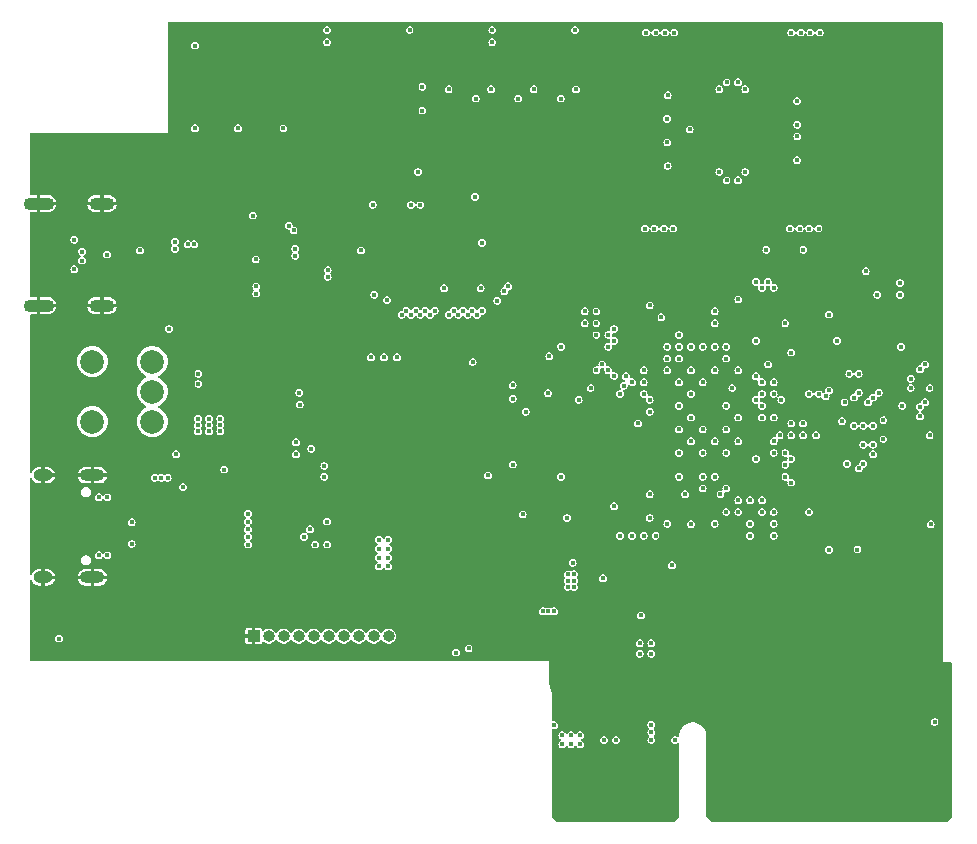
<source format=gbr>
%TF.GenerationSoftware,KiCad,Pcbnew,8.0.0*%
%TF.CreationDate,2024-03-11T20:36:25+10:00*%
%TF.ProjectId,PCIeDMA,50434965-444d-4412-9e6b-696361645f70,1*%
%TF.SameCoordinates,Original*%
%TF.FileFunction,Copper,L2,Inr*%
%TF.FilePolarity,Positive*%
%FSLAX46Y46*%
G04 Gerber Fmt 4.6, Leading zero omitted, Abs format (unit mm)*
G04 Created by KiCad (PCBNEW 8.0.0) date 2024-03-11 20:36:25*
%MOMM*%
%LPD*%
G01*
G04 APERTURE LIST*
%TA.AperFunction,ComponentPad*%
%ADD10O,2.100000X1.000000*%
%TD*%
%TA.AperFunction,ComponentPad*%
%ADD11O,1.600000X1.000000*%
%TD*%
%TA.AperFunction,ComponentPad*%
%ADD12O,2.100000X1.100000*%
%TD*%
%TA.AperFunction,ComponentPad*%
%ADD13O,2.600000X1.100000*%
%TD*%
%TA.AperFunction,ComponentPad*%
%ADD14C,2.000000*%
%TD*%
%TA.AperFunction,ComponentPad*%
%ADD15R,1.000000X1.000000*%
%TD*%
%TA.AperFunction,ComponentPad*%
%ADD16O,1.000000X1.000000*%
%TD*%
%TA.AperFunction,ViaPad*%
%ADD17C,0.400000*%
%TD*%
G04 APERTURE END LIST*
D10*
%TO.N,GND*%
%TO.C,J2*%
X6320000Y-39380000D03*
D11*
X2140000Y-39380000D03*
D10*
X6320000Y-48020000D03*
D11*
X2140000Y-48020000D03*
%TD*%
D12*
%TO.N,GND*%
%TO.C,J4*%
X7130000Y-16380000D03*
D13*
X1770000Y-16380000D03*
D12*
X7130000Y-25020000D03*
D13*
X1770000Y-25020000D03*
%TD*%
D14*
%TO.N,*%
%TO.C,SW5*%
X6320000Y-29760000D03*
X6320000Y-34840000D03*
%TO.N,/Board Power/SW_EN_LOW*%
X11400000Y-29760000D03*
%TO.N,/Board Power/12V_SW_EN*%
X11400000Y-32300000D03*
%TO.N,/Board Power/SW_EN_HIGH*%
X11400000Y-34840000D03*
%TD*%
D15*
%TO.N,GND*%
%TO.C,J3*%
X19975000Y-53000000D03*
D16*
%TO.N,+5V_JTAG*%
X21245000Y-53000000D03*
%TO.N,/USB JTAG/RST*%
X22515000Y-53000000D03*
%TO.N,/USB JTAG/TMS_CONN*%
X23785000Y-53000000D03*
%TO.N,/USB JTAG/TCK_CONN*%
X25055000Y-53000000D03*
%TO.N,/USB JTAG/TDO_CONN*%
X26325000Y-53000000D03*
%TO.N,/USB JTAG/TDI_CONN*%
X27595000Y-53000000D03*
%TO.N,/USB JTAG/TRST_CONN*%
X28865000Y-53000000D03*
%TO.N,+3.3V*%
X30135000Y-53000000D03*
%TO.N,+5V*%
X31405000Y-53000000D03*
%TD*%
D17*
%TO.N,/FPGA/CLK_P*%
X58000000Y-39500000D03*
%TO.N,/FPGA/TX0_P*%
X61000000Y-41500000D03*
%TO.N,/FPGA/TX1_P*%
X62000000Y-43500000D03*
%TO.N,/FPGA/TX2_P*%
X63000000Y-41500000D03*
%TO.N,/FPGA/TX3_P*%
X64000000Y-43500000D03*
%TO.N,/FPGA/CLK_N*%
X58000000Y-40500000D03*
%TO.N,/FPGA/TX0_N*%
X61000000Y-42500000D03*
%TO.N,/FPGA/TX1_N*%
X62000000Y-44500000D03*
%TO.N,/FPGA/TX2_N*%
X63000000Y-42500000D03*
%TO.N,/FPGA/TX3_N*%
X64000000Y-44500000D03*
%TO.N,+12V*%
X46850000Y-62150000D03*
X37100000Y-54400000D03*
X46100000Y-61400000D03*
X47600000Y-62150000D03*
X47600000Y-61400000D03*
X46850000Y-61400000D03*
X13400000Y-37600000D03*
X46100000Y-62150000D03*
%TO.N,GND*%
X59250000Y-48750000D03*
X72200000Y-44000000D03*
X70100000Y-52300000D03*
X9500000Y-40600000D03*
X32800000Y-48700000D03*
X12550000Y-50870000D03*
X13300000Y-20850000D03*
X57300000Y-50700000D03*
X66500000Y-42000000D03*
X53600000Y-15250000D03*
X11000000Y-17700000D03*
X7500000Y-53750000D03*
X33700000Y-18100000D03*
X44400000Y-49950000D03*
X9250000Y-24500000D03*
X61000000Y-35500000D03*
X36300000Y-33200000D03*
X59000000Y-31500000D03*
X61500000Y-16975000D03*
X14050000Y-48850000D03*
X76100000Y-56400000D03*
X15150000Y-53150000D03*
X26500000Y-18900000D03*
X67825000Y-28000000D03*
X62500000Y-46500000D03*
X51400000Y-46200000D03*
X50850000Y-51250000D03*
X55000000Y-31500000D03*
X54400000Y-49750000D03*
X61000000Y-29500000D03*
X52000000Y-32500000D03*
X22200000Y-50800000D03*
X15400000Y-22000000D03*
X62150000Y-62450000D03*
X56000000Y-30500000D03*
X51800000Y-51250000D03*
X13300000Y-17700000D03*
X63400000Y-39000000D03*
X67000000Y-37500000D03*
X29600000Y-17400000D03*
X66600000Y-56100000D03*
X17000000Y-48850000D03*
X61500000Y-3425000D03*
X15700000Y-17600000D03*
X17650000Y-16900000D03*
X64650000Y-61150000D03*
X63300000Y-11600000D03*
X7500000Y-51000000D03*
X67400000Y-47700000D03*
X61300000Y-9400000D03*
X16800000Y-19700000D03*
X16300000Y-46600000D03*
X41250000Y-49975000D03*
X64700000Y-56600000D03*
X64650000Y-61800000D03*
X70700000Y-53600000D03*
X59500000Y-3425000D03*
X75150000Y-61150000D03*
X63400000Y-40000000D03*
X62600000Y-54500000D03*
X17800000Y-20900000D03*
X11000000Y-23700000D03*
X23840001Y-31400000D03*
X35700000Y-22100000D03*
X15700000Y-16300000D03*
X60300000Y-46200000D03*
X69300000Y-55200000D03*
X21900000Y-34200000D03*
X73150000Y-61800000D03*
X13300000Y-22200000D03*
X14500000Y-23100000D03*
X51650000Y-61150000D03*
X6000000Y-14000000D03*
X56000000Y-40500000D03*
X65000000Y-44500000D03*
X60000000Y-30500000D03*
X16250000Y-53150000D03*
X42750000Y-45675000D03*
X47000000Y-37500000D03*
X74300000Y-54400000D03*
X7500000Y-49500000D03*
X21400000Y-19735909D03*
X53600000Y-5150000D03*
X48700000Y-61150000D03*
X33300000Y-48725000D03*
X62150000Y-61800000D03*
X70100000Y-50300000D03*
X36220000Y-30850000D03*
X68500000Y-51600000D03*
X59700000Y-9400000D03*
X73600000Y-46100000D03*
X64500000Y-29000000D03*
X78650000Y-61150000D03*
X64650000Y-62450000D03*
X20900000Y-18200000D03*
X51000000Y-29500000D03*
X56800000Y-6600000D03*
X11000000Y-19150000D03*
X54500000Y-41000000D03*
X68800000Y-49000000D03*
X74750000Y-35750000D03*
X9750000Y-51000000D03*
X73000000Y-33500000D03*
X66900000Y-52800000D03*
X55800000Y-49975000D03*
X68700000Y-22800000D03*
X71150000Y-62450000D03*
X40000000Y-36000000D03*
X65600000Y-55000000D03*
X58000000Y-30500000D03*
X41900000Y-37520000D03*
X24131965Y-19967463D03*
X25700000Y-20300000D03*
X61000000Y-40500000D03*
X17750000Y-51130000D03*
X48650000Y-45200000D03*
X75150000Y-62450000D03*
X67700000Y-24800000D03*
X58000000Y-38500000D03*
X33350000Y-14250000D03*
X76000000Y-33200000D03*
X30050000Y-18750000D03*
X25800000Y-34862500D03*
X72000000Y-30800000D03*
X65500000Y-51400000D03*
X52500000Y-29000000D03*
X66010000Y-11700000D03*
X65000000Y-42500000D03*
X31750000Y-9850000D03*
X55500000Y-43000000D03*
X57000000Y-39500000D03*
X56100000Y-52100000D03*
X61700000Y-53300000D03*
X59700000Y-11000000D03*
X33700000Y-22100000D03*
X35700000Y-18100000D03*
X59000000Y-32500000D03*
X66500000Y-49700000D03*
X64100000Y-18500000D03*
X61750000Y-50250000D03*
X8250000Y-27500000D03*
X68000000Y-50200000D03*
X10250000Y-15250000D03*
X61400000Y-45300000D03*
X63300000Y-8800000D03*
X36100000Y-53450000D03*
X40100000Y-15600000D03*
X62800000Y-48700000D03*
X18200000Y-25300000D03*
X63600000Y-55400000D03*
X69150000Y-62450000D03*
X69150000Y-61150000D03*
X63200000Y-52600000D03*
X14050000Y-53150000D03*
X56000000Y-36500000D03*
X36300000Y-36000000D03*
X51500000Y-42000000D03*
X17800000Y-22100000D03*
X45075000Y-46825000D03*
X74700000Y-46100000D03*
X66000000Y-48300000D03*
X77150000Y-61150000D03*
X24700000Y-22400000D03*
X13300000Y-16200000D03*
X37700000Y-20100000D03*
X70800000Y-36800000D03*
X23300000Y-22400000D03*
X18600000Y-22100000D03*
X23998905Y-18731150D03*
X46500000Y-44000000D03*
X27000000Y-12900000D03*
X57700000Y-11600000D03*
X46930000Y-55800000D03*
X62000000Y-32500000D03*
X71100000Y-42725000D03*
X35800000Y-16500000D03*
X75900000Y-41900000D03*
X49500000Y-33000000D03*
X22900000Y-21100000D03*
X33300000Y-43300000D03*
X66000000Y-24500000D03*
X18700000Y-28600000D03*
X11000000Y-49700000D03*
X73150000Y-62450000D03*
X61250000Y-55500000D03*
X66000000Y-44500000D03*
X20900000Y-39390000D03*
X14500000Y-25700000D03*
X32300000Y-48700000D03*
X77800000Y-30000000D03*
X54400000Y-47550000D03*
X39130000Y-54050000D03*
X33150000Y-10250000D03*
X60500000Y-10200000D03*
X34100000Y-11200000D03*
X64500000Y-40000000D03*
X57000000Y-33500000D03*
X63800000Y-46100000D03*
X48000000Y-40500000D03*
X4250000Y-17250000D03*
X4000000Y-20750000D03*
X63500000Y-31000000D03*
X69200000Y-1900000D03*
X47850000Y-58850000D03*
X64500000Y-35000000D03*
X64400000Y-13800000D03*
X61750000Y-56750000D03*
X50200000Y-48650000D03*
X60250000Y-48000000D03*
X20550000Y-37250000D03*
X48000000Y-30500000D03*
X46725000Y-50175000D03*
X64200000Y-50100000D03*
X4650000Y-22650000D03*
X5750000Y-27500000D03*
X15500000Y-20600000D03*
X14050000Y-50150000D03*
X67400000Y-5150000D03*
X73300000Y-37280000D03*
X64400000Y-53700000D03*
X28250000Y-31300000D03*
X52470000Y-55800000D03*
X28100000Y-17400000D03*
X60250000Y-52000000D03*
X73600000Y-41900000D03*
X77300000Y-44480000D03*
X38125000Y-34600000D03*
X23400000Y-17400000D03*
X9750000Y-53750000D03*
X57250000Y-49000000D03*
X73150000Y-61150000D03*
X11000000Y-20700000D03*
X35700000Y-20100000D03*
X28050000Y-13850000D03*
X78650000Y-61800000D03*
X30600000Y-9850000D03*
X56000000Y-41500000D03*
X4250000Y-25500000D03*
X75150000Y-61800000D03*
X56900000Y-18500000D03*
X9700000Y-22200000D03*
X22296685Y-18230342D03*
X34150000Y-12200000D03*
X33750000Y-31300000D03*
X55750000Y-45500000D03*
X58000000Y-33500000D03*
X48700000Y-61800000D03*
X16700000Y-17900000D03*
X73225000Y-28500000D03*
X65600000Y-45900000D03*
X53750000Y-51250000D03*
X69300000Y-18500000D03*
X13300000Y-25200000D03*
X50000000Y-26500000D03*
X10550000Y-25750000D03*
X64500000Y-31000000D03*
X24800000Y-17400000D03*
X13300000Y-23700000D03*
X25662185Y-22919318D03*
X58000000Y-36500000D03*
X55500000Y-44000000D03*
X58750000Y-56500000D03*
X75900000Y-46100000D03*
X45650000Y-49950000D03*
X59500000Y-16975000D03*
X57750000Y-55500000D03*
X62000000Y-42500000D03*
X63500000Y-41000000D03*
X12550000Y-49900000D03*
X4250000Y-24000000D03*
X71150000Y-61150000D03*
X26900000Y-21700000D03*
X52500000Y-43000000D03*
X9750000Y-49500000D03*
X68975001Y-20300000D03*
X57250000Y-54250000D03*
X33700000Y-20100000D03*
X61750000Y-51500000D03*
X63500000Y-28000000D03*
X54400000Y-48650000D03*
X73600000Y-44850000D03*
X14850000Y-39400000D03*
X64400000Y-6600000D03*
X7100000Y-13900000D03*
X22600000Y-19700000D03*
X56000000Y-24500000D03*
X56000000Y-38500000D03*
X64500000Y-39000000D03*
X37700000Y-22100000D03*
X16300000Y-24800000D03*
X67000000Y-27500000D03*
X10390000Y-26600000D03*
X64700000Y-58800000D03*
X55800000Y-48500000D03*
X72900000Y-52900000D03*
X26500000Y-17400000D03*
X20200000Y-19700000D03*
X30050000Y-15520000D03*
X13900000Y-46600000D03*
X56900000Y-1900000D03*
X50200000Y-47550000D03*
X49000000Y-43500000D03*
X40600000Y-53250000D03*
X28050000Y-10850000D03*
X76000000Y-30000000D03*
X9250000Y-27250000D03*
X67150000Y-61800000D03*
X65000000Y-43500000D03*
X67150000Y-62450000D03*
X18600000Y-20900000D03*
X28290000Y-19300000D03*
X12550000Y-52800000D03*
X63000000Y-35500000D03*
X62500000Y-40000000D03*
X29400000Y-9850000D03*
X60250000Y-50000000D03*
X57250000Y-47250000D03*
X8400000Y-19150000D03*
X53150000Y-47550000D03*
X66000000Y-34500000D03*
X37700000Y-18100000D03*
X51650000Y-62450000D03*
X58700000Y-62450000D03*
X65500000Y-41000000D03*
X51550000Y-58850000D03*
X9500000Y-14250000D03*
X12300000Y-25550000D03*
X75400000Y-57600000D03*
X71150000Y-61800000D03*
X58600000Y-53200000D03*
X72000000Y-32400000D03*
X56700000Y-53100000D03*
X43300000Y-50950000D03*
X72500000Y-55800000D03*
X2100000Y-52887500D03*
X57000000Y-37500000D03*
X53000000Y-25500000D03*
X16250000Y-51850000D03*
X72300000Y-54500000D03*
X57000000Y-44480000D03*
X10500000Y-39600000D03*
X77150000Y-61800000D03*
X9500000Y-16750000D03*
X16200000Y-28600000D03*
X7500000Y-52500000D03*
X19980000Y-25300000D03*
X64700000Y-47700000D03*
X8250000Y-14000000D03*
X51900000Y-17900000D03*
X57700000Y-8800000D03*
X17800000Y-23300000D03*
X37625000Y-53150000D03*
X51650000Y-61800000D03*
X70600000Y-56500000D03*
X47000000Y-27500000D03*
X12200000Y-45150000D03*
X59750000Y-54250000D03*
X24050000Y-39500000D03*
X62150000Y-61150000D03*
X58600000Y-58900000D03*
X11600000Y-51350000D03*
X27525000Y-20350000D03*
X64480000Y-30000000D03*
X58750000Y-47250000D03*
X78650000Y-62450000D03*
X58600000Y-51800000D03*
X58750000Y-50250000D03*
X68600000Y-56200000D03*
X71400000Y-51600000D03*
X4700000Y-26900000D03*
X71790000Y-23100000D03*
X4600000Y-18750000D03*
X63700000Y-10200000D03*
X15000000Y-6400000D03*
X64100000Y-1900000D03*
X58700000Y-61150000D03*
X58700000Y-61800000D03*
X74700000Y-41900000D03*
X63000000Y-25500000D03*
X68700000Y-42700000D03*
X24050000Y-38600000D03*
X33150000Y-13150000D03*
X17750000Y-52000000D03*
X46000000Y-24500000D03*
X66010000Y-8700000D03*
X7000000Y-27450000D03*
X32325000Y-43300000D03*
X67150000Y-61150000D03*
X11600000Y-52200000D03*
X28100000Y-23000000D03*
X11000000Y-22200000D03*
X27000000Y-11800000D03*
X77600000Y-58900000D03*
X17800000Y-49300000D03*
X51700000Y-1900000D03*
X9750000Y-52500000D03*
X51000000Y-39500000D03*
X18600000Y-50100000D03*
X46250000Y-46075000D03*
X59000000Y-40500000D03*
X61000000Y-37500000D03*
X48700000Y-62450000D03*
X77200000Y-37600000D03*
X34950000Y-51200000D03*
X77150000Y-62450000D03*
X61400000Y-47300000D03*
X8600000Y-21800000D03*
X4250000Y-15750000D03*
X67400000Y-15250000D03*
X74800000Y-39100000D03*
X9500000Y-39600000D03*
X59000000Y-23500000D03*
X49000000Y-23500000D03*
X21500000Y-22900000D03*
X19700000Y-37250000D03*
X29250000Y-14350000D03*
X71820000Y-24100000D03*
X56900000Y-13600000D03*
X53500000Y-35000000D03*
X57000000Y-31500000D03*
X18600000Y-23300000D03*
X61000000Y-38500000D03*
X59000000Y-29500000D03*
X69150000Y-61800000D03*
X64000000Y-41500000D03*
X4650000Y-14250000D03*
X54000000Y-28500000D03*
X29600000Y-21700000D03*
X32800000Y-43300000D03*
X57250000Y-45500000D03*
X61300000Y-11000000D03*
X76400000Y-31200000D03*
X11000000Y-16200000D03*
%TO.N,+3.3V*%
X31000000Y-29400000D03*
X53650000Y-54500000D03*
X32100000Y-29400000D03*
X53650000Y-61800000D03*
X19900000Y-17390000D03*
X53650000Y-60500000D03*
X22500000Y-10000000D03*
X49550000Y-48100000D03*
X20150000Y-21096400D03*
X23870000Y-33400000D03*
X45400000Y-50900000D03*
X53650000Y-61150000D03*
X53650000Y-53600000D03*
X29900000Y-29400000D03*
X44937500Y-50900000D03*
X44450000Y-50900000D03*
X52650000Y-54500000D03*
X23840000Y-32400000D03*
X46990000Y-46800000D03*
X52650000Y-53600000D03*
%TO.N,+5V_JTAG*%
X17150000Y-35137500D03*
X15250000Y-35137500D03*
X23550000Y-37610000D03*
X11600000Y-39600000D03*
X18650000Y-10000000D03*
X16200000Y-35650000D03*
X16200000Y-35137500D03*
X25950000Y-38600000D03*
X17150000Y-35650000D03*
X12700000Y-39600000D03*
X17150000Y-34600000D03*
X16200000Y-34600000D03*
X25950000Y-39500000D03*
X15250000Y-35650000D03*
X12150000Y-39600000D03*
X15250000Y-34600000D03*
%TO.N,/FPGA/RST*%
X33900000Y-13700000D03*
X59000000Y-25500000D03*
%TO.N,+MGTAVCC*%
X53900000Y-18500000D03*
X53100000Y-18500000D03*
X60000000Y-40500000D03*
X55020000Y-13200000D03*
X54700000Y-18499999D03*
X62000000Y-41500000D03*
X59000000Y-39500000D03*
X54990000Y-11200000D03*
X55500000Y-18500000D03*
X56500000Y-41000000D03*
%TO.N,+MGTAVTT*%
X60000000Y-42500000D03*
X59000000Y-43500000D03*
X54980000Y-9200000D03*
X54000000Y-1900000D03*
X57000000Y-43520000D03*
X54800000Y-1900000D03*
X53200000Y-1900000D03*
X55600000Y-1900000D03*
X64000000Y-42500000D03*
X55020000Y-7200000D03*
%TO.N,+VCCO*%
X47100000Y-48300000D03*
X55400000Y-47000000D03*
X42750000Y-42700500D03*
X45000000Y-29300000D03*
X68700000Y-25775001D03*
X39810000Y-39400000D03*
X47100000Y-47750000D03*
X53500000Y-34000000D03*
X26175000Y-1690000D03*
X51000000Y-44500000D03*
X60000000Y-28500000D03*
X63520000Y-30000000D03*
X50500000Y-30980000D03*
X36100000Y-23550000D03*
X65000000Y-26500000D03*
X53500000Y-43000000D03*
X53500000Y-41000000D03*
X50500000Y-42000000D03*
X41900000Y-31760000D03*
X40175000Y-1690000D03*
X46550000Y-48850000D03*
X45975000Y-7490000D03*
X48000000Y-25500000D03*
X50500000Y-28000000D03*
X46550000Y-48300000D03*
X39200000Y-23550000D03*
X38775000Y-7490000D03*
X62500000Y-28000000D03*
X41900000Y-38480000D03*
X46550000Y-47750000D03*
X47175000Y-1690000D03*
X38510000Y-29800000D03*
X61000000Y-24500000D03*
X47500000Y-33000000D03*
X46000000Y-39500000D03*
X34100000Y-16500000D03*
X33175000Y-1690000D03*
X53000000Y-30480000D03*
X26210000Y-45250000D03*
X14000000Y-40380000D03*
X56000000Y-39500000D03*
X30187500Y-24100000D03*
X42375000Y-7490000D03*
X52760000Y-51250000D03*
X39300000Y-19700000D03*
X15000000Y-3000000D03*
X64000000Y-23500000D03*
X17490000Y-38900000D03*
X68700000Y-45700000D03*
X34265000Y-6500000D03*
X47100000Y-48850000D03*
X65500000Y-29000000D03*
X30050000Y-16480000D03*
X34265000Y-8500000D03*
X56000000Y-29500000D03*
X46500000Y-43000000D03*
%TO.N,+VCCINT*%
X65399999Y-18500000D03*
X57000000Y-36500000D03*
X59000000Y-30500000D03*
X66200000Y-18500000D03*
X65980000Y-12700000D03*
X60500000Y-32000000D03*
X58000000Y-31500000D03*
X60000000Y-33500000D03*
X67000000Y-18500000D03*
X61000000Y-30500000D03*
X60000000Y-35500000D03*
X61000000Y-36500000D03*
X60000000Y-29500000D03*
X57000000Y-34500000D03*
X57000000Y-32500000D03*
X58000000Y-37500000D03*
X67800000Y-18500000D03*
X61000000Y-34500000D03*
X66525000Y-20300000D03*
X60000000Y-37500000D03*
X59000000Y-36500000D03*
X66010000Y-10700000D03*
%TO.N,+VCCAUX*%
X67900000Y-1900000D03*
X67100000Y-1900000D03*
X76800000Y-30000000D03*
X56000000Y-31500000D03*
X68700000Y-32200000D03*
X72900000Y-32400000D03*
X66300000Y-1900000D03*
X74775000Y-28500000D03*
X77300000Y-43520000D03*
X77200000Y-36000000D03*
X65980000Y-7700000D03*
X67000000Y-32500000D03*
X63375000Y-20300000D03*
X56000000Y-35500000D03*
X56000000Y-37500000D03*
X77200000Y-32000000D03*
X71200000Y-38800000D03*
X71100000Y-45675000D03*
X69375000Y-28000000D03*
X64654756Y-33000500D03*
X71200000Y-30800000D03*
X62500000Y-38000000D03*
X75600000Y-32000000D03*
X67000000Y-42500000D03*
X66010000Y-9700000D03*
X65500000Y-36000000D03*
X70000000Y-33200000D03*
X71790000Y-22100000D03*
X58000000Y-35500000D03*
X56000000Y-33500000D03*
X76800000Y-33200000D03*
X65500000Y-1900000D03*
X65500000Y-40000000D03*
X73300000Y-36320000D03*
X57000000Y-30500000D03*
%TO.N,+5V*%
X30600000Y-46350000D03*
X56900000Y-10100000D03*
X31350000Y-46350000D03*
X30600000Y-47100000D03*
X31350000Y-45600000D03*
X31350000Y-47100000D03*
X30600000Y-44850000D03*
X15300000Y-30800000D03*
X3500000Y-53210000D03*
X59400000Y-13700000D03*
X15000000Y-10000000D03*
X61600000Y-6700000D03*
X31350000Y-44850000D03*
X30600000Y-45600000D03*
X15300000Y-31650000D03*
X61600000Y-13700000D03*
X59400000Y-6700000D03*
%TO.N,/FPGA Power/EN1*%
X60990000Y-14400000D03*
%TO.N,/FPGA Power/EN2*%
X60010000Y-14400000D03*
%TO.N,/FPGA Power/EN3*%
X60010000Y-6100000D03*
%TO.N,/FPGA Power/EN4*%
X60990000Y-6100000D03*
%TO.N,/Board Power/12V_SW_EN*%
X38170000Y-54050000D03*
%TO.N,/PCIe 4x/PRSNT*%
X77625000Y-60275000D03*
X45400000Y-60550000D03*
%TO.N,/USB JTAG/CC1_R*%
X9650000Y-45200000D03*
X9650000Y-43350000D03*
%TO.N,/USB Data/Type C Mux/CC1*%
X20200000Y-23400000D03*
X13300000Y-19600000D03*
%TO.N,/USB Data/FT601/DP*%
X22945999Y-18245999D03*
X14383815Y-19828259D03*
%TO.N,/USB Data/Type C Mux/CC2*%
X10350000Y-20350000D03*
X20200000Y-24000000D03*
X13300000Y-20200000D03*
X5450000Y-21200000D03*
%TO.N,/FPGA/WAKE*%
X54000000Y-44500000D03*
%TO.N,/FPGA/PERST*%
X55000000Y-43500000D03*
%TO.N,/FPGA/USER_SW2*%
X40175000Y-2710000D03*
X63500000Y-23000000D03*
%TO.N,/FPGA/USER_LD1*%
X43675000Y-6700000D03*
X62500000Y-23000000D03*
%TO.N,/FPGA/USER_LD2*%
X47275000Y-6712500D03*
X63000000Y-23500000D03*
%TO.N,/FPGA/Bank 0/PROGRAM_B*%
X54500000Y-26000000D03*
X26175000Y-2710000D03*
%TO.N,/FPGA/Bank 0/DONE*%
X36475000Y-6700000D03*
X53500000Y-25000000D03*
%TO.N,/FPGA/Bank 0/INIT_B*%
X56000000Y-28500000D03*
X40075000Y-6700000D03*
%TO.N,/FPGA/Bank 13-14/PUDC_B*%
X44900000Y-32426500D03*
X46000000Y-28500000D03*
%TO.N,/FPGA/D2*%
X43000000Y-34000000D03*
X41900000Y-32900000D03*
%TO.N,/Board Power/5VJT_SW_EN*%
X23550000Y-36590000D03*
X24850000Y-37137500D03*
%TO.N,/FPGA/TMS*%
X55000000Y-29500000D03*
X25200000Y-45250000D03*
X19500000Y-45250000D03*
%TO.N,/FPGA/TCK*%
X56000000Y-27500000D03*
X24250000Y-44600000D03*
X19487500Y-44600000D03*
%TO.N,/FPGA/TDO*%
X55000000Y-28500000D03*
X24750000Y-43950000D03*
X19487500Y-43950000D03*
%TO.N,/FPGA/TDI*%
X19487500Y-43300000D03*
X55000000Y-30500000D03*
X26190000Y-43300000D03*
%TO.N,/FPGA/TRST*%
X19487500Y-42650000D03*
%TO.N,/USB Data/FT601/RIDP*%
X23500000Y-20788500D03*
X26250000Y-22588500D03*
%TO.N,/USB Data/FT601/RIDN*%
X23500000Y-20211500D03*
X26250000Y-22011500D03*
%TO.N,/FPGA/WAKEUP*%
X59000000Y-26500000D03*
X33300000Y-16500000D03*
%TO.N,/FPGA/DATA0*%
X52500000Y-35000000D03*
X32500000Y-25800000D03*
%TO.N,/FPGA/DATA1*%
X32900000Y-25450000D03*
X53500000Y-33000000D03*
%TO.N,/FPGA/DATA2*%
X53000000Y-32500000D03*
X33300000Y-25800000D03*
%TO.N,/FPGA/DATA3*%
X33700000Y-25450000D03*
X53000000Y-31500000D03*
%TO.N,/FPGA/DATA4*%
X52000000Y-31500000D03*
X34096126Y-25803510D03*
%TO.N,/FPGA/DATA5*%
X51000000Y-32500000D03*
X34500000Y-25450000D03*
%TO.N,/FPGA/DATA6*%
X34900000Y-25800000D03*
X51306363Y-31806363D03*
%TO.N,/FPGA/DATA7*%
X51500000Y-31000000D03*
X35300000Y-25450000D03*
%TO.N,/FPGA/DATA8*%
X36500000Y-25800000D03*
X48500000Y-32000000D03*
%TO.N,/FPGA/DATA9*%
X50000000Y-30500000D03*
X36900000Y-25450000D03*
%TO.N,/FPGA/DATA10*%
X49000000Y-30500000D03*
X37300000Y-25800000D03*
%TO.N,/FPGA/DATA11*%
X37700000Y-25450000D03*
X49500000Y-30000000D03*
%TO.N,/FPGA/DATA12*%
X50000000Y-28500000D03*
X38100000Y-25800000D03*
%TO.N,/FPGA/DATA13*%
X50000000Y-27500000D03*
X38500000Y-25450000D03*
%TO.N,/FPGA/DATA14*%
X49000000Y-27500000D03*
X38900000Y-25800000D03*
%TO.N,/FPGA/DATA15*%
X39300000Y-25450000D03*
X50500000Y-27000000D03*
%TO.N,/FPGA/CLK*%
X40600000Y-24600000D03*
X49000000Y-26500000D03*
%TO.N,/FPGA/DATA16*%
X41200000Y-23800000D03*
X48000000Y-26500000D03*
%TO.N,/FPGA/DATA17*%
X41522059Y-23374502D03*
X49000000Y-25500000D03*
%TO.N,/FPGA/Bank 0/M2*%
X59000000Y-28500000D03*
%TO.N,/FPGA/Bank 0/M1*%
X58000000Y-28500000D03*
%TO.N,/FPGA/Bank 0/M0*%
X57000000Y-28500000D03*
%TO.N,/FPGA/GTP/MGTRREF*%
X59500000Y-41000000D03*
%TO.N,/USB JTAG/VBUS_JTAG*%
X7600000Y-41250000D03*
X6850000Y-41250000D03*
X6850000Y-46150000D03*
X7600000Y-46150000D03*
%TO.N,/USB Data/Type C SS Connector/VBUS_DATA*%
X12800000Y-27000000D03*
X4800000Y-21950000D03*
X4800000Y-19450000D03*
%TO.N,/USB Data/FT601/VD10*%
X31250000Y-24550000D03*
X38700000Y-15800000D03*
X29075000Y-20350000D03*
%TO.N,/FPGA/PCIE.SCL*%
X52000000Y-44500000D03*
%TO.N,/FPGA/PCIE.SDA*%
X53000000Y-44500000D03*
%TO.N,/USB Data/FT601/DN*%
X23354001Y-18654001D03*
X14960815Y-19828259D03*
X7550000Y-20700000D03*
X5450000Y-20450000D03*
%TO.N,/PCIe 4x/SDA_PCIE*%
X50650000Y-61800000D03*
%TO.N,/PCIe 4x/SCL_PCIE*%
X49650000Y-61800000D03*
%TO.N,/PCIe 4x/WAKE_PCIE*%
X55650000Y-61800000D03*
%TO.N,/Memory/V0.9*%
X72780000Y-24100000D03*
X72000000Y-33200000D03*
%TO.N,/FPGA/CK_P*%
X76400000Y-33600000D03*
X63000000Y-34500000D03*
%TO.N,/FPGA/CK_N*%
X64000000Y-34500000D03*
X76400000Y-34400000D03*
%TO.N,/FPGA/CKE*%
X74710000Y-23100000D03*
X66500000Y-35000000D03*
X69800000Y-34800000D03*
%TO.N,/FPGA/ODT*%
X68400000Y-32700000D03*
X74900000Y-33500000D03*
X74710000Y-24100000D03*
%TO.N,/FPGA/WE*%
X73300000Y-34713700D03*
X65500000Y-35000000D03*
%TO.N,/FPGA/DQ3*%
X63000000Y-33519700D03*
X72400000Y-32800000D03*
%TO.N,/FPGA/DQ4*%
X62500000Y-33000000D03*
X70800000Y-32800000D03*
%TO.N,/FPGA/DQ1*%
X71200000Y-32400000D03*
X63000000Y-32500000D03*
%TO.N,/FPGA/DQS_P*%
X75600000Y-31200000D03*
X63000000Y-31500000D03*
%TO.N,/FPGA/DM*%
X64000000Y-32500000D03*
X67800000Y-32500000D03*
%TO.N,/FPGA/DQ6*%
X62500000Y-31000000D03*
X70400000Y-30800000D03*
%TO.N,/FPGA/DQS_N*%
X76400000Y-30400000D03*
X64000000Y-31500000D03*
%TO.N,/FPGA/DDR2_OSC*%
X64000000Y-37500000D03*
%TO.N,/FPGA/BA0*%
X71600000Y-35200000D03*
X66500000Y-36000000D03*
%TO.N,/FPGA/BA2*%
X70800000Y-35200000D03*
X67600000Y-36000000D03*
%TO.N,/FPGA/BA1*%
X64500000Y-36000000D03*
X72400000Y-35200000D03*
%TO.N,/FPGA/ADDR12*%
X65000000Y-39500000D03*
X71600000Y-38400000D03*
%TO.N,/FPGA/ADDR9*%
X65500000Y-38000000D03*
X72400000Y-37600000D03*
%TO.N,/FPGA/ADDR5*%
X72400000Y-36800000D03*
X65000000Y-37500000D03*
%TO.N,/FPGA/ADDR7*%
X65000000Y-38500000D03*
X70200000Y-38400000D03*
%TO.N,/FPGA/ADDR3*%
X64000000Y-36500000D03*
X71600000Y-36800000D03*
%TD*%
%TA.AperFunction,Conductor*%
%TO.N,GND*%
G36*
X78259191Y-1018907D02*
G01*
X78295155Y-1068407D01*
X78300000Y-1099000D01*
X78300000Y-55200000D01*
X79000500Y-55200000D01*
X79058691Y-55218907D01*
X79094655Y-55268407D01*
X79099500Y-55299000D01*
X79099500Y-68275942D01*
X79080593Y-68334133D01*
X79070504Y-68345946D01*
X78745946Y-68670504D01*
X78691429Y-68698281D01*
X78675942Y-68699500D01*
X58724058Y-68699500D01*
X58665867Y-68680593D01*
X58654054Y-68670504D01*
X58329496Y-68345946D01*
X58301719Y-68291429D01*
X58300500Y-68275942D01*
X58300500Y-61349344D01*
X58300499Y-61349339D01*
X58289377Y-61286262D01*
X58265543Y-61151091D01*
X58196690Y-60961920D01*
X58096035Y-60787579D01*
X58096031Y-60787575D01*
X58096030Y-60787572D01*
X57966641Y-60633374D01*
X57966639Y-60633372D01*
X57966634Y-60633366D01*
X57966627Y-60633360D01*
X57966625Y-60633358D01*
X57812427Y-60503969D01*
X57812423Y-60503966D01*
X57812421Y-60503965D01*
X57638080Y-60403310D01*
X57638074Y-60403307D01*
X57638070Y-60403306D01*
X57448919Y-60334460D01*
X57448911Y-60334458D01*
X57448909Y-60334457D01*
X57409258Y-60327465D01*
X57250660Y-60299500D01*
X57250656Y-60299500D01*
X57049344Y-60299500D01*
X57049339Y-60299500D01*
X56851091Y-60334457D01*
X56851080Y-60334460D01*
X56661929Y-60403306D01*
X56661920Y-60403310D01*
X56487572Y-60503969D01*
X56333374Y-60633358D01*
X56333358Y-60633374D01*
X56203969Y-60787572D01*
X56103310Y-60961920D01*
X56103306Y-60961929D01*
X56034460Y-61151080D01*
X56034457Y-61151091D01*
X55999500Y-61349339D01*
X55999500Y-61453438D01*
X55980593Y-61511629D01*
X55931093Y-61547593D01*
X55869907Y-61547593D01*
X55836865Y-61529278D01*
X55834560Y-61527344D01*
X55816276Y-61512002D01*
X55816274Y-61512001D01*
X55707747Y-61472500D01*
X55592253Y-61472500D01*
X55592252Y-61472500D01*
X55483725Y-61512001D01*
X55483724Y-61512002D01*
X55395249Y-61586240D01*
X55337502Y-61686262D01*
X55317448Y-61800000D01*
X55337502Y-61913737D01*
X55337502Y-61913738D01*
X55337503Y-61913739D01*
X55395250Y-62013760D01*
X55483724Y-62087998D01*
X55592252Y-62127499D01*
X55592252Y-62127500D01*
X55592253Y-62127500D01*
X55707748Y-62127500D01*
X55707747Y-62127499D01*
X55816276Y-62087998D01*
X55836864Y-62070723D01*
X55893594Y-62047802D01*
X55952962Y-62062604D01*
X55992291Y-62109475D01*
X55999500Y-62146561D01*
X55999500Y-68275942D01*
X55980593Y-68334133D01*
X55970504Y-68345946D01*
X55645946Y-68670504D01*
X55591429Y-68698281D01*
X55575942Y-68699500D01*
X45624058Y-68699500D01*
X45565867Y-68680593D01*
X45554054Y-68670504D01*
X45229496Y-68345946D01*
X45201719Y-68291429D01*
X45200500Y-68275942D01*
X45200500Y-62150000D01*
X45767448Y-62150000D01*
X45787502Y-62263737D01*
X45845248Y-62363758D01*
X45845250Y-62363760D01*
X45933724Y-62437998D01*
X46042252Y-62477499D01*
X46042252Y-62477500D01*
X46042253Y-62477500D01*
X46157748Y-62477500D01*
X46157747Y-62477499D01*
X46266276Y-62437998D01*
X46354750Y-62363760D01*
X46389263Y-62303980D01*
X46434732Y-62263039D01*
X46495582Y-62256643D01*
X46548571Y-62287235D01*
X46560737Y-62303981D01*
X46595248Y-62363758D01*
X46595249Y-62363759D01*
X46595250Y-62363760D01*
X46683724Y-62437998D01*
X46792252Y-62477499D01*
X46792252Y-62477500D01*
X46792253Y-62477500D01*
X46907748Y-62477500D01*
X46907747Y-62477499D01*
X47016276Y-62437998D01*
X47104750Y-62363760D01*
X47139263Y-62303980D01*
X47184732Y-62263039D01*
X47245582Y-62256643D01*
X47298571Y-62287235D01*
X47310737Y-62303981D01*
X47345248Y-62363758D01*
X47345249Y-62363759D01*
X47345250Y-62363760D01*
X47433724Y-62437998D01*
X47542252Y-62477499D01*
X47542252Y-62477500D01*
X47542253Y-62477500D01*
X47657748Y-62477500D01*
X47657747Y-62477499D01*
X47766276Y-62437998D01*
X47854750Y-62363760D01*
X47912497Y-62263739D01*
X47932552Y-62150000D01*
X47912497Y-62036261D01*
X47854750Y-61936240D01*
X47766276Y-61862002D01*
X47764089Y-61860740D01*
X47761978Y-61858396D01*
X47759641Y-61856435D01*
X47759916Y-61856106D01*
X47723145Y-61815273D01*
X47721539Y-61800000D01*
X49317448Y-61800000D01*
X49337502Y-61913737D01*
X49337502Y-61913738D01*
X49337503Y-61913739D01*
X49395250Y-62013760D01*
X49483724Y-62087998D01*
X49592252Y-62127499D01*
X49592252Y-62127500D01*
X49592253Y-62127500D01*
X49707748Y-62127500D01*
X49707747Y-62127499D01*
X49816276Y-62087998D01*
X49904750Y-62013760D01*
X49962497Y-61913739D01*
X49982552Y-61800000D01*
X50317448Y-61800000D01*
X50337502Y-61913737D01*
X50337502Y-61913738D01*
X50337503Y-61913739D01*
X50395250Y-62013760D01*
X50483724Y-62087998D01*
X50592252Y-62127499D01*
X50592252Y-62127500D01*
X50592253Y-62127500D01*
X50707748Y-62127500D01*
X50707747Y-62127499D01*
X50816276Y-62087998D01*
X50904750Y-62013760D01*
X50962497Y-61913739D01*
X50982552Y-61800000D01*
X53317448Y-61800000D01*
X53337502Y-61913737D01*
X53337502Y-61913738D01*
X53337503Y-61913739D01*
X53395250Y-62013760D01*
X53483724Y-62087998D01*
X53592252Y-62127499D01*
X53592252Y-62127500D01*
X53592253Y-62127500D01*
X53707748Y-62127500D01*
X53707747Y-62127499D01*
X53816276Y-62087998D01*
X53904750Y-62013760D01*
X53962497Y-61913739D01*
X53982552Y-61800000D01*
X53962497Y-61686261D01*
X53904750Y-61586240D01*
X53862559Y-61550838D01*
X53830136Y-61498951D01*
X53834403Y-61437915D01*
X53862560Y-61399161D01*
X53904750Y-61363760D01*
X53962497Y-61263739D01*
X53982552Y-61150000D01*
X53962497Y-61036261D01*
X53904750Y-60936240D01*
X53862559Y-60900838D01*
X53830136Y-60848951D01*
X53834403Y-60787915D01*
X53862560Y-60749161D01*
X53876835Y-60737183D01*
X53904750Y-60713760D01*
X53962497Y-60613739D01*
X53982552Y-60500000D01*
X53962497Y-60386261D01*
X53904750Y-60286240D01*
X53891355Y-60275000D01*
X77292448Y-60275000D01*
X77312502Y-60388737D01*
X77353713Y-60460118D01*
X77370250Y-60488760D01*
X77458724Y-60562998D01*
X77567252Y-60602499D01*
X77567252Y-60602500D01*
X77567253Y-60602500D01*
X77682748Y-60602500D01*
X77682747Y-60602499D01*
X77791276Y-60562998D01*
X77879750Y-60488760D01*
X77937497Y-60388739D01*
X77957552Y-60275000D01*
X77937497Y-60161261D01*
X77879750Y-60061240D01*
X77791276Y-59987002D01*
X77791274Y-59987001D01*
X77682747Y-59947500D01*
X77567253Y-59947500D01*
X77567252Y-59947500D01*
X77458725Y-59987001D01*
X77458724Y-59987002D01*
X77370249Y-60061240D01*
X77312502Y-60161262D01*
X77292448Y-60275000D01*
X53891355Y-60275000D01*
X53816276Y-60212002D01*
X53816274Y-60212001D01*
X53707747Y-60172500D01*
X53592253Y-60172500D01*
X53592252Y-60172500D01*
X53483725Y-60212001D01*
X53483724Y-60212002D01*
X53395249Y-60286240D01*
X53337502Y-60386262D01*
X53317448Y-60500000D01*
X53337502Y-60613737D01*
X53337502Y-60613738D01*
X53337503Y-60613739D01*
X53366370Y-60663739D01*
X53395251Y-60713761D01*
X53437440Y-60749162D01*
X53469863Y-60801050D01*
X53465595Y-60862086D01*
X53437440Y-60900838D01*
X53395251Y-60936238D01*
X53337502Y-61036262D01*
X53317448Y-61150000D01*
X53337502Y-61263737D01*
X53337502Y-61263738D01*
X53337503Y-61263739D01*
X53355072Y-61294170D01*
X53395251Y-61363761D01*
X53437440Y-61399162D01*
X53469863Y-61451050D01*
X53465595Y-61512086D01*
X53437440Y-61550838D01*
X53395251Y-61586238D01*
X53337502Y-61686262D01*
X53317448Y-61800000D01*
X50982552Y-61800000D01*
X50962497Y-61686261D01*
X50904750Y-61586240D01*
X50816276Y-61512002D01*
X50816274Y-61512001D01*
X50707747Y-61472500D01*
X50592253Y-61472500D01*
X50592252Y-61472500D01*
X50483725Y-61512001D01*
X50483724Y-61512002D01*
X50395249Y-61586240D01*
X50337502Y-61686262D01*
X50317448Y-61800000D01*
X49982552Y-61800000D01*
X49962497Y-61686261D01*
X49904750Y-61586240D01*
X49816276Y-61512002D01*
X49816274Y-61512001D01*
X49707747Y-61472500D01*
X49592253Y-61472500D01*
X49592252Y-61472500D01*
X49483725Y-61512001D01*
X49483724Y-61512002D01*
X49395249Y-61586240D01*
X49337502Y-61686262D01*
X49317448Y-61800000D01*
X47721539Y-61800000D01*
X47716745Y-61754423D01*
X47747334Y-61701433D01*
X47764089Y-61689260D01*
X47766271Y-61687999D01*
X47766276Y-61687998D01*
X47854750Y-61613760D01*
X47912497Y-61513739D01*
X47932552Y-61400000D01*
X47912497Y-61286261D01*
X47854750Y-61186240D01*
X47766276Y-61112002D01*
X47766274Y-61112001D01*
X47657747Y-61072500D01*
X47542253Y-61072500D01*
X47542252Y-61072500D01*
X47433725Y-61112001D01*
X47433724Y-61112002D01*
X47345249Y-61186240D01*
X47310737Y-61246019D01*
X47265267Y-61286960D01*
X47204417Y-61293356D01*
X47151429Y-61262763D01*
X47139263Y-61246019D01*
X47104750Y-61186240D01*
X47016276Y-61112002D01*
X47016274Y-61112001D01*
X46907747Y-61072500D01*
X46792253Y-61072500D01*
X46792252Y-61072500D01*
X46683725Y-61112001D01*
X46683724Y-61112002D01*
X46595249Y-61186240D01*
X46560737Y-61246019D01*
X46515267Y-61286960D01*
X46454417Y-61293356D01*
X46401429Y-61262763D01*
X46389263Y-61246019D01*
X46354750Y-61186240D01*
X46266276Y-61112002D01*
X46266274Y-61112001D01*
X46157747Y-61072500D01*
X46042253Y-61072500D01*
X46042252Y-61072500D01*
X45933725Y-61112001D01*
X45933724Y-61112002D01*
X45845249Y-61186240D01*
X45787502Y-61286262D01*
X45767448Y-61400000D01*
X45787502Y-61513737D01*
X45845248Y-61613758D01*
X45845250Y-61613760D01*
X45931655Y-61686262D01*
X45933728Y-61688001D01*
X45935914Y-61689263D01*
X45938021Y-61691604D01*
X45940359Y-61693565D01*
X45940083Y-61693893D01*
X45976856Y-61734731D01*
X45983253Y-61795581D01*
X45952661Y-61848570D01*
X45935914Y-61860737D01*
X45933728Y-61861998D01*
X45845249Y-61936240D01*
X45787502Y-62036262D01*
X45767448Y-62150000D01*
X45200500Y-62150000D01*
X45200500Y-60967292D01*
X45219407Y-60909101D01*
X45268907Y-60873137D01*
X45330093Y-60873137D01*
X45333332Y-60874253D01*
X45342253Y-60877500D01*
X45342254Y-60877500D01*
X45457748Y-60877500D01*
X45457747Y-60877499D01*
X45566276Y-60837998D01*
X45654750Y-60763760D01*
X45712497Y-60663739D01*
X45732552Y-60550000D01*
X45712497Y-60436261D01*
X45654750Y-60336240D01*
X45566276Y-60262002D01*
X45566274Y-60262001D01*
X45457747Y-60222500D01*
X45342253Y-60222500D01*
X45333359Y-60225737D01*
X45272211Y-60227872D01*
X45221486Y-60193657D01*
X45200560Y-60136161D01*
X45200500Y-60132707D01*
X45200500Y-57836458D01*
X45200500Y-57836452D01*
X45162769Y-57561937D01*
X45088009Y-57295116D01*
X45038608Y-57181384D01*
X45008196Y-57111366D01*
X45000000Y-57071925D01*
X45000000Y-55150001D01*
X45000000Y-55150000D01*
X44999999Y-55150000D01*
X1099000Y-55150000D01*
X1040809Y-55131093D01*
X1004845Y-55081593D01*
X1000000Y-55051000D01*
X1000000Y-54400000D01*
X36767448Y-54400000D01*
X36787502Y-54513737D01*
X36845237Y-54613739D01*
X36845250Y-54613760D01*
X36933724Y-54687998D01*
X37042252Y-54727499D01*
X37042252Y-54727500D01*
X37042253Y-54727500D01*
X37157748Y-54727500D01*
X37157747Y-54727499D01*
X37266276Y-54687998D01*
X37354750Y-54613760D01*
X37412497Y-54513739D01*
X37414920Y-54500000D01*
X52317448Y-54500000D01*
X52337502Y-54613737D01*
X52380375Y-54687997D01*
X52395250Y-54713760D01*
X52483724Y-54787998D01*
X52592252Y-54827499D01*
X52592252Y-54827500D01*
X52592253Y-54827500D01*
X52707748Y-54827500D01*
X52707747Y-54827499D01*
X52816276Y-54787998D01*
X52904750Y-54713760D01*
X52962497Y-54613739D01*
X52982552Y-54500000D01*
X53317448Y-54500000D01*
X53337502Y-54613737D01*
X53380375Y-54687997D01*
X53395250Y-54713760D01*
X53483724Y-54787998D01*
X53592252Y-54827499D01*
X53592252Y-54827500D01*
X53592253Y-54827500D01*
X53707748Y-54827500D01*
X53707747Y-54827499D01*
X53816276Y-54787998D01*
X53904750Y-54713760D01*
X53962497Y-54613739D01*
X53982552Y-54500000D01*
X53962497Y-54386261D01*
X53904750Y-54286240D01*
X53816276Y-54212002D01*
X53816274Y-54212001D01*
X53707747Y-54172500D01*
X53592253Y-54172500D01*
X53592252Y-54172500D01*
X53483725Y-54212001D01*
X53483724Y-54212002D01*
X53395249Y-54286240D01*
X53337502Y-54386262D01*
X53317448Y-54500000D01*
X52982552Y-54500000D01*
X52962497Y-54386261D01*
X52904750Y-54286240D01*
X52816276Y-54212002D01*
X52816274Y-54212001D01*
X52707747Y-54172500D01*
X52592253Y-54172500D01*
X52592252Y-54172500D01*
X52483725Y-54212001D01*
X52483724Y-54212002D01*
X52395249Y-54286240D01*
X52337502Y-54386262D01*
X52317448Y-54500000D01*
X37414920Y-54500000D01*
X37432552Y-54400000D01*
X37412497Y-54286261D01*
X37354750Y-54186240D01*
X37266276Y-54112002D01*
X37266274Y-54112001D01*
X37157747Y-54072500D01*
X37042253Y-54072500D01*
X37042252Y-54072500D01*
X36933725Y-54112001D01*
X36933724Y-54112002D01*
X36845249Y-54186240D01*
X36787502Y-54286262D01*
X36767448Y-54400000D01*
X1000000Y-54400000D01*
X1000000Y-54050000D01*
X37837448Y-54050000D01*
X37857502Y-54163737D01*
X37885367Y-54212002D01*
X37915250Y-54263760D01*
X38003724Y-54337998D01*
X38112252Y-54377499D01*
X38112252Y-54377500D01*
X38112253Y-54377500D01*
X38227748Y-54377500D01*
X38227747Y-54377499D01*
X38336276Y-54337998D01*
X38424750Y-54263760D01*
X38482497Y-54163739D01*
X38502552Y-54050000D01*
X38482497Y-53936261D01*
X38424750Y-53836240D01*
X38336276Y-53762002D01*
X38336274Y-53762001D01*
X38227747Y-53722500D01*
X38112253Y-53722500D01*
X38112252Y-53722500D01*
X38003725Y-53762001D01*
X38003724Y-53762002D01*
X37915249Y-53836240D01*
X37857502Y-53936262D01*
X37837448Y-54050000D01*
X1000000Y-54050000D01*
X1000000Y-53210000D01*
X3167448Y-53210000D01*
X3187502Y-53323737D01*
X3242597Y-53419166D01*
X3245250Y-53423760D01*
X3333724Y-53497998D01*
X3442252Y-53537499D01*
X3442252Y-53537500D01*
X3442253Y-53537500D01*
X3557748Y-53537500D01*
X3557747Y-53537499D01*
X3606650Y-53519700D01*
X19275000Y-53519700D01*
X19286603Y-53578036D01*
X19330806Y-53644189D01*
X19330810Y-53644193D01*
X19396963Y-53688396D01*
X19455299Y-53699999D01*
X19455303Y-53700000D01*
X19824999Y-53700000D01*
X19825000Y-53699999D01*
X19825000Y-53288674D01*
X19849555Y-53302851D01*
X19932213Y-53325000D01*
X20017787Y-53325000D01*
X20100445Y-53302851D01*
X20125000Y-53288674D01*
X20125000Y-53699999D01*
X20125001Y-53700000D01*
X20494697Y-53700000D01*
X20494700Y-53699999D01*
X20553036Y-53688396D01*
X20619189Y-53644193D01*
X20619193Y-53644189D01*
X20663396Y-53578036D01*
X20672864Y-53530435D01*
X20702760Y-53477051D01*
X20758324Y-53451434D01*
X20818334Y-53463370D01*
X20835613Y-53475646D01*
X20885921Y-53520216D01*
X21020851Y-53591032D01*
X21168808Y-53627500D01*
X21168811Y-53627500D01*
X21321189Y-53627500D01*
X21321192Y-53627500D01*
X21469149Y-53591032D01*
X21604079Y-53520216D01*
X21718140Y-53419166D01*
X21798526Y-53302706D01*
X21847141Y-53265559D01*
X21908309Y-53264081D01*
X21958663Y-53298838D01*
X21961458Y-53302685D01*
X22041860Y-53419166D01*
X22155921Y-53520216D01*
X22290851Y-53591032D01*
X22438808Y-53627500D01*
X22438811Y-53627500D01*
X22591189Y-53627500D01*
X22591192Y-53627500D01*
X22739149Y-53591032D01*
X22874079Y-53520216D01*
X22988140Y-53419166D01*
X23068526Y-53302706D01*
X23117141Y-53265559D01*
X23178309Y-53264081D01*
X23228663Y-53298838D01*
X23231458Y-53302685D01*
X23311860Y-53419166D01*
X23425921Y-53520216D01*
X23560851Y-53591032D01*
X23708808Y-53627500D01*
X23708811Y-53627500D01*
X23861189Y-53627500D01*
X23861192Y-53627500D01*
X24009149Y-53591032D01*
X24144079Y-53520216D01*
X24258140Y-53419166D01*
X24338526Y-53302706D01*
X24387141Y-53265559D01*
X24448309Y-53264081D01*
X24498663Y-53298838D01*
X24501458Y-53302685D01*
X24581860Y-53419166D01*
X24695921Y-53520216D01*
X24830851Y-53591032D01*
X24978808Y-53627500D01*
X24978811Y-53627500D01*
X25131189Y-53627500D01*
X25131192Y-53627500D01*
X25279149Y-53591032D01*
X25414079Y-53520216D01*
X25528140Y-53419166D01*
X25608526Y-53302706D01*
X25657141Y-53265559D01*
X25718309Y-53264081D01*
X25768663Y-53298838D01*
X25771458Y-53302685D01*
X25851860Y-53419166D01*
X25965921Y-53520216D01*
X26100851Y-53591032D01*
X26248808Y-53627500D01*
X26248811Y-53627500D01*
X26401189Y-53627500D01*
X26401192Y-53627500D01*
X26549149Y-53591032D01*
X26684079Y-53520216D01*
X26798140Y-53419166D01*
X26878526Y-53302706D01*
X26927141Y-53265559D01*
X26988309Y-53264081D01*
X27038663Y-53298838D01*
X27041458Y-53302685D01*
X27121860Y-53419166D01*
X27235921Y-53520216D01*
X27370851Y-53591032D01*
X27518808Y-53627500D01*
X27518811Y-53627500D01*
X27671189Y-53627500D01*
X27671192Y-53627500D01*
X27819149Y-53591032D01*
X27954079Y-53520216D01*
X28068140Y-53419166D01*
X28148526Y-53302706D01*
X28197141Y-53265559D01*
X28258309Y-53264081D01*
X28308663Y-53298838D01*
X28311458Y-53302685D01*
X28391860Y-53419166D01*
X28505921Y-53520216D01*
X28640851Y-53591032D01*
X28788808Y-53627500D01*
X28788811Y-53627500D01*
X28941189Y-53627500D01*
X28941192Y-53627500D01*
X29089149Y-53591032D01*
X29224079Y-53520216D01*
X29338140Y-53419166D01*
X29418526Y-53302706D01*
X29467141Y-53265559D01*
X29528309Y-53264081D01*
X29578663Y-53298838D01*
X29581458Y-53302685D01*
X29661860Y-53419166D01*
X29775921Y-53520216D01*
X29910851Y-53591032D01*
X30058808Y-53627500D01*
X30058811Y-53627500D01*
X30211189Y-53627500D01*
X30211192Y-53627500D01*
X30359149Y-53591032D01*
X30494079Y-53520216D01*
X30608140Y-53419166D01*
X30688526Y-53302706D01*
X30737141Y-53265559D01*
X30798309Y-53264081D01*
X30848663Y-53298838D01*
X30851458Y-53302685D01*
X30931860Y-53419166D01*
X31045921Y-53520216D01*
X31180851Y-53591032D01*
X31328808Y-53627500D01*
X31328811Y-53627500D01*
X31481189Y-53627500D01*
X31481192Y-53627500D01*
X31592764Y-53600000D01*
X52317448Y-53600000D01*
X52337502Y-53713737D01*
X52365367Y-53762002D01*
X52395250Y-53813760D01*
X52483724Y-53887998D01*
X52592252Y-53927499D01*
X52592252Y-53927500D01*
X52592253Y-53927500D01*
X52707748Y-53927500D01*
X52707747Y-53927499D01*
X52816276Y-53887998D01*
X52904750Y-53813760D01*
X52962497Y-53713739D01*
X52982552Y-53600000D01*
X53317448Y-53600000D01*
X53337502Y-53713737D01*
X53365367Y-53762002D01*
X53395250Y-53813760D01*
X53483724Y-53887998D01*
X53592252Y-53927499D01*
X53592252Y-53927500D01*
X53592253Y-53927500D01*
X53707748Y-53927500D01*
X53707747Y-53927499D01*
X53816276Y-53887998D01*
X53904750Y-53813760D01*
X53962497Y-53713739D01*
X53982552Y-53600000D01*
X53962497Y-53486261D01*
X53904750Y-53386240D01*
X53816276Y-53312002D01*
X53816274Y-53312001D01*
X53707747Y-53272500D01*
X53592253Y-53272500D01*
X53592252Y-53272500D01*
X53483725Y-53312001D01*
X53483724Y-53312002D01*
X53395249Y-53386240D01*
X53337502Y-53486262D01*
X53317448Y-53600000D01*
X52982552Y-53600000D01*
X52962497Y-53486261D01*
X52904750Y-53386240D01*
X52816276Y-53312002D01*
X52816274Y-53312001D01*
X52707747Y-53272500D01*
X52592253Y-53272500D01*
X52592252Y-53272500D01*
X52483725Y-53312001D01*
X52483724Y-53312002D01*
X52395249Y-53386240D01*
X52337502Y-53486262D01*
X52317448Y-53600000D01*
X31592764Y-53600000D01*
X31629149Y-53591032D01*
X31764079Y-53520216D01*
X31878140Y-53419166D01*
X31964705Y-53293756D01*
X32018741Y-53151274D01*
X32037109Y-53000000D01*
X32036652Y-52996240D01*
X32018896Y-52850000D01*
X32018741Y-52848726D01*
X31964705Y-52706244D01*
X31878140Y-52580834D01*
X31764079Y-52479784D01*
X31744606Y-52469564D01*
X31629150Y-52408968D01*
X31481194Y-52372500D01*
X31481192Y-52372500D01*
X31328808Y-52372500D01*
X31328805Y-52372500D01*
X31180850Y-52408968D01*
X31180849Y-52408968D01*
X31045920Y-52479784D01*
X30931860Y-52580833D01*
X30851475Y-52697291D01*
X30802858Y-52734440D01*
X30741691Y-52735918D01*
X30691336Y-52701161D01*
X30688525Y-52697291D01*
X30688427Y-52697149D01*
X30608140Y-52580834D01*
X30494079Y-52479784D01*
X30474606Y-52469564D01*
X30359150Y-52408968D01*
X30211194Y-52372500D01*
X30211192Y-52372500D01*
X30058808Y-52372500D01*
X30058805Y-52372500D01*
X29910850Y-52408968D01*
X29910849Y-52408968D01*
X29775920Y-52479784D01*
X29661860Y-52580833D01*
X29581475Y-52697291D01*
X29532858Y-52734440D01*
X29471691Y-52735918D01*
X29421336Y-52701161D01*
X29418525Y-52697291D01*
X29418427Y-52697149D01*
X29338140Y-52580834D01*
X29224079Y-52479784D01*
X29204606Y-52469564D01*
X29089150Y-52408968D01*
X28941194Y-52372500D01*
X28941192Y-52372500D01*
X28788808Y-52372500D01*
X28788805Y-52372500D01*
X28640850Y-52408968D01*
X28640849Y-52408968D01*
X28505920Y-52479784D01*
X28391860Y-52580833D01*
X28311475Y-52697291D01*
X28262858Y-52734440D01*
X28201691Y-52735918D01*
X28151336Y-52701161D01*
X28148525Y-52697291D01*
X28148427Y-52697149D01*
X28068140Y-52580834D01*
X27954079Y-52479784D01*
X27934606Y-52469564D01*
X27819150Y-52408968D01*
X27671194Y-52372500D01*
X27671192Y-52372500D01*
X27518808Y-52372500D01*
X27518805Y-52372500D01*
X27370850Y-52408968D01*
X27370849Y-52408968D01*
X27235920Y-52479784D01*
X27121860Y-52580833D01*
X27041475Y-52697291D01*
X26992858Y-52734440D01*
X26931691Y-52735918D01*
X26881336Y-52701161D01*
X26878525Y-52697291D01*
X26878427Y-52697149D01*
X26798140Y-52580834D01*
X26684079Y-52479784D01*
X26664606Y-52469564D01*
X26549150Y-52408968D01*
X26401194Y-52372500D01*
X26401192Y-52372500D01*
X26248808Y-52372500D01*
X26248805Y-52372500D01*
X26100850Y-52408968D01*
X26100849Y-52408968D01*
X25965920Y-52479784D01*
X25851860Y-52580833D01*
X25771475Y-52697291D01*
X25722858Y-52734440D01*
X25661691Y-52735918D01*
X25611336Y-52701161D01*
X25608525Y-52697291D01*
X25608427Y-52697149D01*
X25528140Y-52580834D01*
X25414079Y-52479784D01*
X25394606Y-52469564D01*
X25279150Y-52408968D01*
X25131194Y-52372500D01*
X25131192Y-52372500D01*
X24978808Y-52372500D01*
X24978805Y-52372500D01*
X24830850Y-52408968D01*
X24830849Y-52408968D01*
X24695920Y-52479784D01*
X24581860Y-52580833D01*
X24501475Y-52697291D01*
X24452858Y-52734440D01*
X24391691Y-52735918D01*
X24341336Y-52701161D01*
X24338525Y-52697291D01*
X24338427Y-52697149D01*
X24258140Y-52580834D01*
X24144079Y-52479784D01*
X24124606Y-52469564D01*
X24009150Y-52408968D01*
X23861194Y-52372500D01*
X23861192Y-52372500D01*
X23708808Y-52372500D01*
X23708805Y-52372500D01*
X23560850Y-52408968D01*
X23560849Y-52408968D01*
X23425920Y-52479784D01*
X23311860Y-52580833D01*
X23231475Y-52697291D01*
X23182858Y-52734440D01*
X23121691Y-52735918D01*
X23071336Y-52701161D01*
X23068525Y-52697291D01*
X23068427Y-52697149D01*
X22988140Y-52580834D01*
X22874079Y-52479784D01*
X22854606Y-52469564D01*
X22739150Y-52408968D01*
X22591194Y-52372500D01*
X22591192Y-52372500D01*
X22438808Y-52372500D01*
X22438805Y-52372500D01*
X22290850Y-52408968D01*
X22290849Y-52408968D01*
X22155920Y-52479784D01*
X22041860Y-52580833D01*
X21961475Y-52697291D01*
X21912858Y-52734440D01*
X21851691Y-52735918D01*
X21801336Y-52701161D01*
X21798525Y-52697291D01*
X21798427Y-52697149D01*
X21718140Y-52580834D01*
X21604079Y-52479784D01*
X21584606Y-52469564D01*
X21469150Y-52408968D01*
X21321194Y-52372500D01*
X21321192Y-52372500D01*
X21168808Y-52372500D01*
X21168805Y-52372500D01*
X21020850Y-52408968D01*
X21020849Y-52408968D01*
X20885920Y-52479783D01*
X20835611Y-52524354D01*
X20779516Y-52548789D01*
X20719773Y-52535586D01*
X20679199Y-52489788D01*
X20672864Y-52469564D01*
X20663396Y-52421964D01*
X20663396Y-52421963D01*
X20619193Y-52355810D01*
X20619189Y-52355806D01*
X20553036Y-52311603D01*
X20494700Y-52300000D01*
X20125001Y-52300000D01*
X20125000Y-52300001D01*
X20125000Y-52711325D01*
X20100445Y-52697149D01*
X20017787Y-52675000D01*
X19932213Y-52675000D01*
X19849555Y-52697149D01*
X19825000Y-52711325D01*
X19825000Y-52300001D01*
X19824999Y-52300000D01*
X19455299Y-52300000D01*
X19396963Y-52311603D01*
X19330810Y-52355806D01*
X19330806Y-52355810D01*
X19286603Y-52421963D01*
X19275000Y-52480299D01*
X19275000Y-52849999D01*
X19275001Y-52850000D01*
X19686326Y-52850000D01*
X19672149Y-52874555D01*
X19650000Y-52957213D01*
X19650000Y-53042787D01*
X19672149Y-53125445D01*
X19686326Y-53150000D01*
X19275001Y-53150000D01*
X19275000Y-53150001D01*
X19275000Y-53519700D01*
X3606650Y-53519700D01*
X3666276Y-53497998D01*
X3754750Y-53423760D01*
X3812497Y-53323739D01*
X3832552Y-53210000D01*
X3812497Y-53096261D01*
X3754750Y-52996240D01*
X3666276Y-52922002D01*
X3666274Y-52922001D01*
X3557747Y-52882500D01*
X3442253Y-52882500D01*
X3442252Y-52882500D01*
X3333725Y-52922001D01*
X3333724Y-52922002D01*
X3245249Y-52996240D01*
X3187502Y-53096262D01*
X3167448Y-53210000D01*
X1000000Y-53210000D01*
X1000000Y-51250000D01*
X52427448Y-51250000D01*
X52447502Y-51363737D01*
X52447502Y-51363738D01*
X52447503Y-51363739D01*
X52505250Y-51463760D01*
X52593724Y-51537998D01*
X52702252Y-51577499D01*
X52702252Y-51577500D01*
X52702253Y-51577500D01*
X52817748Y-51577500D01*
X52817747Y-51577499D01*
X52926276Y-51537998D01*
X53014750Y-51463760D01*
X53072497Y-51363739D01*
X53092552Y-51250000D01*
X53072497Y-51136261D01*
X53014750Y-51036240D01*
X52926276Y-50962002D01*
X52926274Y-50962001D01*
X52817747Y-50922500D01*
X52702253Y-50922500D01*
X52702252Y-50922500D01*
X52593725Y-50962001D01*
X52593724Y-50962002D01*
X52505249Y-51036240D01*
X52447502Y-51136262D01*
X52427448Y-51250000D01*
X1000000Y-51250000D01*
X1000000Y-50900000D01*
X44117448Y-50900000D01*
X44137502Y-51013737D01*
X44137502Y-51013738D01*
X44137503Y-51013739D01*
X44195250Y-51113760D01*
X44283724Y-51187998D01*
X44392252Y-51227499D01*
X44392252Y-51227500D01*
X44392253Y-51227500D01*
X44507748Y-51227500D01*
X44507747Y-51227499D01*
X44616276Y-51187998D01*
X44630114Y-51176387D01*
X44686844Y-51153466D01*
X44746212Y-51168268D01*
X44757386Y-51176387D01*
X44771224Y-51187998D01*
X44879752Y-51227499D01*
X44879752Y-51227500D01*
X44879753Y-51227500D01*
X44995248Y-51227500D01*
X44995247Y-51227499D01*
X45103776Y-51187998D01*
X45105110Y-51186878D01*
X45107124Y-51186064D01*
X45111279Y-51183666D01*
X45111615Y-51184249D01*
X45161838Y-51163955D01*
X45221207Y-51178753D01*
X45232386Y-51186875D01*
X45233724Y-51187998D01*
X45342252Y-51227499D01*
X45342252Y-51227500D01*
X45342253Y-51227500D01*
X45457748Y-51227500D01*
X45457747Y-51227499D01*
X45566276Y-51187998D01*
X45654750Y-51113760D01*
X45712497Y-51013739D01*
X45732552Y-50900000D01*
X45712497Y-50786261D01*
X45654750Y-50686240D01*
X45566276Y-50612002D01*
X45566274Y-50612001D01*
X45457747Y-50572500D01*
X45342253Y-50572500D01*
X45342252Y-50572500D01*
X45233725Y-50612001D01*
X45233720Y-50612004D01*
X45232385Y-50613125D01*
X45230367Y-50613940D01*
X45226221Y-50616334D01*
X45225884Y-50615751D01*
X45175655Y-50636045D01*
X45116287Y-50621242D01*
X45105115Y-50613125D01*
X45103779Y-50612004D01*
X45103774Y-50612001D01*
X44995247Y-50572500D01*
X44879753Y-50572500D01*
X44879752Y-50572500D01*
X44771225Y-50612001D01*
X44771223Y-50612002D01*
X44757384Y-50623615D01*
X44700654Y-50646534D01*
X44641286Y-50631731D01*
X44630116Y-50623615D01*
X44616276Y-50612002D01*
X44616274Y-50612001D01*
X44507747Y-50572500D01*
X44392253Y-50572500D01*
X44392252Y-50572500D01*
X44283725Y-50612001D01*
X44283724Y-50612002D01*
X44195249Y-50686240D01*
X44137502Y-50786262D01*
X44117448Y-50900000D01*
X1000000Y-50900000D01*
X1000000Y-48850000D01*
X46217448Y-48850000D01*
X46237502Y-48963737D01*
X46237502Y-48963738D01*
X46237503Y-48963739D01*
X46295250Y-49063760D01*
X46383724Y-49137998D01*
X46492252Y-49177499D01*
X46492252Y-49177500D01*
X46492253Y-49177500D01*
X46607748Y-49177500D01*
X46607747Y-49177499D01*
X46716276Y-49137998D01*
X46761364Y-49100165D01*
X46818094Y-49077244D01*
X46877462Y-49092046D01*
X46888636Y-49100165D01*
X46933724Y-49137998D01*
X47042252Y-49177499D01*
X47042252Y-49177500D01*
X47042253Y-49177500D01*
X47157748Y-49177500D01*
X47157747Y-49177499D01*
X47266276Y-49137998D01*
X47354750Y-49063760D01*
X47412497Y-48963739D01*
X47432552Y-48850000D01*
X47412497Y-48736261D01*
X47354750Y-48636240D01*
X47354749Y-48636239D01*
X47350419Y-48628739D01*
X47352318Y-48627642D01*
X47333840Y-48581907D01*
X47348642Y-48522539D01*
X47353704Y-48515570D01*
X47354748Y-48513761D01*
X47354750Y-48513760D01*
X47412497Y-48413739D01*
X47432552Y-48300000D01*
X47412497Y-48186261D01*
X47362694Y-48100000D01*
X49217448Y-48100000D01*
X49237502Y-48213737D01*
X49237502Y-48213738D01*
X49237503Y-48213739D01*
X49252975Y-48240537D01*
X49287305Y-48300000D01*
X49295250Y-48313760D01*
X49383724Y-48387998D01*
X49492252Y-48427499D01*
X49492252Y-48427500D01*
X49492253Y-48427500D01*
X49607748Y-48427500D01*
X49607747Y-48427499D01*
X49716276Y-48387998D01*
X49804750Y-48313760D01*
X49862497Y-48213739D01*
X49882552Y-48100000D01*
X49862497Y-47986261D01*
X49804750Y-47886240D01*
X49716276Y-47812002D01*
X49716274Y-47812001D01*
X49607747Y-47772500D01*
X49492253Y-47772500D01*
X49492252Y-47772500D01*
X49383725Y-47812001D01*
X49383724Y-47812002D01*
X49295249Y-47886240D01*
X49237502Y-47986262D01*
X49217448Y-48100000D01*
X47362694Y-48100000D01*
X47354750Y-48086240D01*
X47354749Y-48086239D01*
X47350419Y-48078739D01*
X47352318Y-48077642D01*
X47333840Y-48031907D01*
X47348642Y-47972539D01*
X47353704Y-47965570D01*
X47354748Y-47963761D01*
X47354750Y-47963760D01*
X47412497Y-47863739D01*
X47432552Y-47750000D01*
X47412497Y-47636261D01*
X47354750Y-47536240D01*
X47266276Y-47462002D01*
X47266274Y-47462001D01*
X47157747Y-47422500D01*
X47042253Y-47422500D01*
X47042252Y-47422500D01*
X46933725Y-47462001D01*
X46933720Y-47462004D01*
X46888635Y-47499835D01*
X46831905Y-47522755D01*
X46772537Y-47507952D01*
X46761365Y-47499835D01*
X46716279Y-47462004D01*
X46716274Y-47462001D01*
X46607747Y-47422500D01*
X46492253Y-47422500D01*
X46492252Y-47422500D01*
X46383725Y-47462001D01*
X46383724Y-47462002D01*
X46295249Y-47536240D01*
X46237502Y-47636262D01*
X46217448Y-47750000D01*
X46237502Y-47863737D01*
X46237502Y-47863738D01*
X46237503Y-47863739D01*
X46274999Y-47928685D01*
X46299581Y-47971261D01*
X46297682Y-47972356D01*
X46316160Y-48018107D01*
X46301350Y-48077473D01*
X46296294Y-48084431D01*
X46237502Y-48186262D01*
X46217448Y-48300000D01*
X46237502Y-48413737D01*
X46237502Y-48413738D01*
X46237503Y-48413739D01*
X46274999Y-48478685D01*
X46299581Y-48521261D01*
X46297682Y-48522356D01*
X46316160Y-48568107D01*
X46301350Y-48627473D01*
X46296294Y-48634431D01*
X46237502Y-48736262D01*
X46217448Y-48850000D01*
X1000000Y-48850000D01*
X1000000Y-48318954D01*
X1018907Y-48260763D01*
X1068407Y-48224799D01*
X1129593Y-48224799D01*
X1179093Y-48260763D01*
X1190464Y-48281069D01*
X1219666Y-48351571D01*
X1296271Y-48466220D01*
X1393779Y-48563728D01*
X1508428Y-48640333D01*
X1635816Y-48693098D01*
X1771055Y-48719999D01*
X1771057Y-48720000D01*
X1989999Y-48720000D01*
X1990000Y-48719999D01*
X1990000Y-48320000D01*
X2290000Y-48320000D01*
X2290000Y-48719999D01*
X2290001Y-48720000D01*
X2508943Y-48720000D01*
X2508944Y-48719999D01*
X2644183Y-48693098D01*
X2771571Y-48640333D01*
X2886220Y-48563728D01*
X2983728Y-48466220D01*
X3060333Y-48351571D01*
X3113098Y-48224182D01*
X3123877Y-48170000D01*
X5086123Y-48170000D01*
X5096901Y-48224182D01*
X5149666Y-48351571D01*
X5226271Y-48466220D01*
X5323779Y-48563728D01*
X5438428Y-48640333D01*
X5565816Y-48693098D01*
X5701055Y-48719999D01*
X5701057Y-48720000D01*
X6169999Y-48720000D01*
X6170000Y-48719999D01*
X6170000Y-48320000D01*
X6470000Y-48320000D01*
X6470000Y-48719999D01*
X6470001Y-48720000D01*
X6938943Y-48720000D01*
X6938944Y-48719999D01*
X7074183Y-48693098D01*
X7201571Y-48640333D01*
X7316220Y-48563728D01*
X7413728Y-48466220D01*
X7490333Y-48351571D01*
X7543098Y-48224182D01*
X7553877Y-48170000D01*
X7129808Y-48170000D01*
X7149556Y-48135796D01*
X7170000Y-48059496D01*
X7170000Y-47980504D01*
X7149556Y-47904204D01*
X7129808Y-47870000D01*
X7553877Y-47870000D01*
X7543098Y-47815817D01*
X7490333Y-47688428D01*
X7413728Y-47573779D01*
X7316220Y-47476271D01*
X7201571Y-47399666D01*
X7074183Y-47346901D01*
X6938944Y-47320000D01*
X6470001Y-47320000D01*
X6470000Y-47320001D01*
X6470000Y-47720000D01*
X6170000Y-47720000D01*
X6170000Y-47320001D01*
X6169999Y-47320000D01*
X5701055Y-47320000D01*
X5565816Y-47346901D01*
X5438428Y-47399666D01*
X5323779Y-47476271D01*
X5226271Y-47573779D01*
X5149666Y-47688428D01*
X5096901Y-47815817D01*
X5086123Y-47870000D01*
X5510192Y-47870000D01*
X5490444Y-47904204D01*
X5470000Y-47980504D01*
X5470000Y-48059496D01*
X5490444Y-48135796D01*
X5510192Y-48170000D01*
X5086123Y-48170000D01*
X3123877Y-48170000D01*
X2699808Y-48170000D01*
X2719556Y-48135796D01*
X2740000Y-48059496D01*
X2740000Y-47980504D01*
X2719556Y-47904204D01*
X2699808Y-47870000D01*
X3123877Y-47870000D01*
X3113098Y-47815817D01*
X3060333Y-47688428D01*
X2983728Y-47573779D01*
X2886220Y-47476271D01*
X2771571Y-47399666D01*
X2644183Y-47346901D01*
X2508944Y-47320000D01*
X2290001Y-47320000D01*
X2290000Y-47320001D01*
X2290000Y-47720000D01*
X1990000Y-47720000D01*
X1990000Y-47320001D01*
X1989999Y-47320000D01*
X1771055Y-47320000D01*
X1635816Y-47346901D01*
X1508428Y-47399666D01*
X1393779Y-47476271D01*
X1296271Y-47573779D01*
X1219666Y-47688428D01*
X1190464Y-47758930D01*
X1150728Y-47805456D01*
X1091233Y-47819740D01*
X1034705Y-47796325D01*
X1002735Y-47744156D01*
X1000000Y-47721045D01*
X1000000Y-47100000D01*
X30267448Y-47100000D01*
X30287502Y-47213737D01*
X30345248Y-47313758D01*
X30345250Y-47313760D01*
X30433724Y-47387998D01*
X30542252Y-47427499D01*
X30542252Y-47427500D01*
X30542253Y-47427500D01*
X30657748Y-47427500D01*
X30657747Y-47427499D01*
X30766276Y-47387998D01*
X30854750Y-47313760D01*
X30889263Y-47253980D01*
X30934732Y-47213039D01*
X30995582Y-47206643D01*
X31048571Y-47237235D01*
X31060737Y-47253981D01*
X31095248Y-47313758D01*
X31095249Y-47313759D01*
X31095250Y-47313760D01*
X31183724Y-47387998D01*
X31292252Y-47427499D01*
X31292252Y-47427500D01*
X31292253Y-47427500D01*
X31407748Y-47427500D01*
X31407747Y-47427499D01*
X31516276Y-47387998D01*
X31604750Y-47313760D01*
X31662497Y-47213739D01*
X31682552Y-47100000D01*
X31662497Y-46986261D01*
X31604750Y-46886240D01*
X31516276Y-46812002D01*
X31514089Y-46810740D01*
X31511978Y-46808396D01*
X31509641Y-46806435D01*
X31509916Y-46806106D01*
X31504417Y-46800000D01*
X46657448Y-46800000D01*
X46677502Y-46913737D01*
X46727305Y-47000000D01*
X46735250Y-47013760D01*
X46823724Y-47087998D01*
X46932252Y-47127499D01*
X46932252Y-47127500D01*
X46932253Y-47127500D01*
X47047748Y-47127500D01*
X47047747Y-47127499D01*
X47156276Y-47087998D01*
X47244750Y-47013760D01*
X47252694Y-47000000D01*
X55067448Y-47000000D01*
X55087502Y-47113737D01*
X55145237Y-47213739D01*
X55145250Y-47213760D01*
X55233724Y-47287998D01*
X55342252Y-47327499D01*
X55342252Y-47327500D01*
X55342253Y-47327500D01*
X55457748Y-47327500D01*
X55457747Y-47327499D01*
X55566276Y-47287998D01*
X55654750Y-47213760D01*
X55712497Y-47113739D01*
X55732552Y-47000000D01*
X55712497Y-46886261D01*
X55654750Y-46786240D01*
X55566276Y-46712002D01*
X55566274Y-46712001D01*
X55457747Y-46672500D01*
X55342253Y-46672500D01*
X55342252Y-46672500D01*
X55233725Y-46712001D01*
X55233724Y-46712002D01*
X55145249Y-46786240D01*
X55087502Y-46886262D01*
X55067448Y-47000000D01*
X47252694Y-47000000D01*
X47302497Y-46913739D01*
X47322552Y-46800000D01*
X47302497Y-46686261D01*
X47244750Y-46586240D01*
X47156276Y-46512002D01*
X47156274Y-46512001D01*
X47047747Y-46472500D01*
X46932253Y-46472500D01*
X46932252Y-46472500D01*
X46823725Y-46512001D01*
X46823724Y-46512002D01*
X46735249Y-46586240D01*
X46677502Y-46686262D01*
X46657448Y-46800000D01*
X31504417Y-46800000D01*
X31473145Y-46765273D01*
X31466745Y-46704423D01*
X31497334Y-46651433D01*
X31514089Y-46639260D01*
X31516271Y-46637999D01*
X31516276Y-46637998D01*
X31604750Y-46563760D01*
X31662497Y-46463739D01*
X31682552Y-46350000D01*
X31662497Y-46236261D01*
X31604750Y-46136240D01*
X31516276Y-46062002D01*
X31514089Y-46060740D01*
X31511978Y-46058396D01*
X31509641Y-46056435D01*
X31509916Y-46056106D01*
X31473145Y-46015273D01*
X31466745Y-45954423D01*
X31497334Y-45901433D01*
X31514089Y-45889260D01*
X31516271Y-45887999D01*
X31516276Y-45887998D01*
X31604750Y-45813760D01*
X31662497Y-45713739D01*
X31664920Y-45700000D01*
X68367448Y-45700000D01*
X68387502Y-45813737D01*
X68431106Y-45889263D01*
X68445250Y-45913760D01*
X68533724Y-45987998D01*
X68642252Y-46027499D01*
X68642252Y-46027500D01*
X68642253Y-46027500D01*
X68757748Y-46027500D01*
X68757747Y-46027499D01*
X68866276Y-45987998D01*
X68954750Y-45913760D01*
X69012497Y-45813739D01*
X69032552Y-45700000D01*
X69028144Y-45675000D01*
X70767448Y-45675000D01*
X70787502Y-45788737D01*
X70844811Y-45888001D01*
X70845250Y-45888760D01*
X70933724Y-45962998D01*
X71042252Y-46002499D01*
X71042252Y-46002500D01*
X71042253Y-46002500D01*
X71157748Y-46002500D01*
X71157747Y-46002499D01*
X71266276Y-45962998D01*
X71354750Y-45888760D01*
X71412497Y-45788739D01*
X71432552Y-45675000D01*
X71412497Y-45561261D01*
X71354750Y-45461240D01*
X71266276Y-45387002D01*
X71266274Y-45387001D01*
X71157747Y-45347500D01*
X71042253Y-45347500D01*
X71042252Y-45347500D01*
X70933725Y-45387001D01*
X70933724Y-45387002D01*
X70845249Y-45461240D01*
X70787502Y-45561262D01*
X70767448Y-45675000D01*
X69028144Y-45675000D01*
X69012497Y-45586261D01*
X68954750Y-45486240D01*
X68866276Y-45412002D01*
X68866274Y-45412001D01*
X68757747Y-45372500D01*
X68642253Y-45372500D01*
X68642252Y-45372500D01*
X68533725Y-45412001D01*
X68533724Y-45412002D01*
X68445249Y-45486240D01*
X68387502Y-45586262D01*
X68367448Y-45700000D01*
X31664920Y-45700000D01*
X31682552Y-45600000D01*
X31662497Y-45486261D01*
X31604750Y-45386240D01*
X31516276Y-45312002D01*
X31514089Y-45310740D01*
X31511978Y-45308396D01*
X31509641Y-45306435D01*
X31509916Y-45306106D01*
X31473145Y-45265273D01*
X31466745Y-45204423D01*
X31497334Y-45151433D01*
X31514089Y-45139260D01*
X31516271Y-45137999D01*
X31516276Y-45137998D01*
X31604750Y-45063760D01*
X31662497Y-44963739D01*
X31682552Y-44850000D01*
X31662497Y-44736261D01*
X31604750Y-44636240D01*
X31516276Y-44562002D01*
X31516274Y-44562001D01*
X31407747Y-44522500D01*
X31292253Y-44522500D01*
X31292252Y-44522500D01*
X31183725Y-44562001D01*
X31183724Y-44562002D01*
X31095249Y-44636240D01*
X31060737Y-44696019D01*
X31015267Y-44736960D01*
X30954417Y-44743356D01*
X30901429Y-44712763D01*
X30889263Y-44696019D01*
X30854750Y-44636240D01*
X30827934Y-44613739D01*
X30766276Y-44562002D01*
X30766274Y-44562001D01*
X30657747Y-44522500D01*
X30542253Y-44522500D01*
X30542252Y-44522500D01*
X30433725Y-44562001D01*
X30433724Y-44562002D01*
X30345249Y-44636240D01*
X30287502Y-44736262D01*
X30267448Y-44850000D01*
X30287502Y-44963737D01*
X30345248Y-45063758D01*
X30345250Y-45063760D01*
X30431655Y-45136262D01*
X30433728Y-45138001D01*
X30435914Y-45139263D01*
X30438021Y-45141604D01*
X30440359Y-45143565D01*
X30440083Y-45143893D01*
X30476856Y-45184731D01*
X30483253Y-45245581D01*
X30452661Y-45298570D01*
X30435914Y-45310737D01*
X30433728Y-45311998D01*
X30345249Y-45386240D01*
X30287502Y-45486262D01*
X30267448Y-45600000D01*
X30287502Y-45713737D01*
X30345249Y-45813759D01*
X30433728Y-45888001D01*
X30435914Y-45889263D01*
X30438021Y-45891604D01*
X30440359Y-45893565D01*
X30440083Y-45893893D01*
X30476856Y-45934731D01*
X30483253Y-45995581D01*
X30452661Y-46048570D01*
X30435914Y-46060737D01*
X30433728Y-46061998D01*
X30345249Y-46136240D01*
X30287502Y-46236262D01*
X30267448Y-46350000D01*
X30287502Y-46463737D01*
X30345249Y-46563759D01*
X30433728Y-46638001D01*
X30435914Y-46639263D01*
X30438021Y-46641604D01*
X30440359Y-46643565D01*
X30440083Y-46643893D01*
X30476856Y-46684731D01*
X30483253Y-46745581D01*
X30452661Y-46798570D01*
X30435914Y-46810737D01*
X30433728Y-46811998D01*
X30345249Y-46886240D01*
X30287502Y-46986262D01*
X30267448Y-47100000D01*
X1000000Y-47100000D01*
X1000000Y-46646018D01*
X5364500Y-46646018D01*
X5382180Y-46712001D01*
X5393498Y-46754241D01*
X5449513Y-46851260D01*
X5449515Y-46851263D01*
X5528737Y-46930485D01*
X5528739Y-46930486D01*
X5625759Y-46986501D01*
X5625757Y-46986501D01*
X5625761Y-46986502D01*
X5625763Y-46986503D01*
X5733982Y-47015500D01*
X5733984Y-47015500D01*
X5846016Y-47015500D01*
X5846018Y-47015500D01*
X5954237Y-46986503D01*
X5954239Y-46986501D01*
X5954241Y-46986501D01*
X6024357Y-46946019D01*
X6051263Y-46930485D01*
X6130485Y-46851263D01*
X6175959Y-46772500D01*
X6186501Y-46754241D01*
X6186501Y-46754239D01*
X6186503Y-46754237D01*
X6215500Y-46646018D01*
X6215500Y-46533982D01*
X6186503Y-46425763D01*
X6186501Y-46425760D01*
X6186501Y-46425758D01*
X6130486Y-46328739D01*
X6130485Y-46328737D01*
X6051263Y-46249515D01*
X6051260Y-46249513D01*
X5954240Y-46193498D01*
X5954242Y-46193498D01*
X5912251Y-46182247D01*
X5846018Y-46164500D01*
X5733982Y-46164500D01*
X5667748Y-46182247D01*
X5625758Y-46193498D01*
X5528739Y-46249513D01*
X5449513Y-46328739D01*
X5393498Y-46425758D01*
X5385223Y-46456643D01*
X5364500Y-46533982D01*
X5364500Y-46646018D01*
X1000000Y-46646018D01*
X1000000Y-46150000D01*
X6517448Y-46150000D01*
X6537502Y-46263737D01*
X6595248Y-46363758D01*
X6595250Y-46363760D01*
X6683724Y-46437998D01*
X6792252Y-46477499D01*
X6792252Y-46477500D01*
X6792253Y-46477500D01*
X6907748Y-46477500D01*
X6907747Y-46477499D01*
X7016276Y-46437998D01*
X7104750Y-46363760D01*
X7139263Y-46303980D01*
X7184732Y-46263039D01*
X7245582Y-46256643D01*
X7298571Y-46287235D01*
X7310737Y-46303981D01*
X7345248Y-46363758D01*
X7345249Y-46363759D01*
X7345250Y-46363760D01*
X7433724Y-46437998D01*
X7542252Y-46477499D01*
X7542252Y-46477500D01*
X7542253Y-46477500D01*
X7657748Y-46477500D01*
X7657747Y-46477499D01*
X7766276Y-46437998D01*
X7854750Y-46363760D01*
X7912497Y-46263739D01*
X7932552Y-46150000D01*
X7912497Y-46036261D01*
X7854750Y-45936240D01*
X7766276Y-45862002D01*
X7766274Y-45862001D01*
X7657747Y-45822500D01*
X7542253Y-45822500D01*
X7542252Y-45822500D01*
X7433725Y-45862001D01*
X7433724Y-45862002D01*
X7345249Y-45936240D01*
X7310737Y-45996019D01*
X7265267Y-46036960D01*
X7204417Y-46043356D01*
X7151429Y-46012763D01*
X7139263Y-45996019D01*
X7104750Y-45936240D01*
X7054282Y-45893893D01*
X7016276Y-45862002D01*
X7016274Y-45862001D01*
X6907747Y-45822500D01*
X6792253Y-45822500D01*
X6792252Y-45822500D01*
X6683725Y-45862001D01*
X6683724Y-45862002D01*
X6595249Y-45936240D01*
X6537502Y-46036262D01*
X6517448Y-46150000D01*
X1000000Y-46150000D01*
X1000000Y-45200000D01*
X9317448Y-45200000D01*
X9337502Y-45313737D01*
X9379800Y-45387001D01*
X9395250Y-45413760D01*
X9483724Y-45487998D01*
X9592252Y-45527499D01*
X9592252Y-45527500D01*
X9592253Y-45527500D01*
X9707748Y-45527500D01*
X9707747Y-45527499D01*
X9816276Y-45487998D01*
X9904750Y-45413760D01*
X9962497Y-45313739D01*
X9982552Y-45200000D01*
X9962497Y-45086261D01*
X9904750Y-44986240D01*
X9816276Y-44912002D01*
X9816274Y-44912001D01*
X9707747Y-44872500D01*
X9592253Y-44872500D01*
X9592252Y-44872500D01*
X9483725Y-44912001D01*
X9483724Y-44912002D01*
X9395249Y-44986240D01*
X9337502Y-45086262D01*
X9317448Y-45200000D01*
X1000000Y-45200000D01*
X1000000Y-44600000D01*
X19154948Y-44600000D01*
X19175002Y-44713737D01*
X19217875Y-44787997D01*
X19232750Y-44813760D01*
X19281190Y-44854406D01*
X19313613Y-44906293D01*
X19309345Y-44967330D01*
X19281190Y-45006082D01*
X19245251Y-45036238D01*
X19187502Y-45136262D01*
X19167448Y-45250000D01*
X19187502Y-45363737D01*
X19216382Y-45413760D01*
X19245250Y-45463760D01*
X19333724Y-45537998D01*
X19442252Y-45577499D01*
X19442252Y-45577500D01*
X19442253Y-45577500D01*
X19557748Y-45577500D01*
X19557747Y-45577499D01*
X19666276Y-45537998D01*
X19754750Y-45463760D01*
X19812497Y-45363739D01*
X19832552Y-45250000D01*
X24867448Y-45250000D01*
X24887502Y-45363737D01*
X24916382Y-45413760D01*
X24945250Y-45463760D01*
X25033724Y-45537998D01*
X25142252Y-45577499D01*
X25142252Y-45577500D01*
X25142253Y-45577500D01*
X25257748Y-45577500D01*
X25257747Y-45577499D01*
X25366276Y-45537998D01*
X25454750Y-45463760D01*
X25512497Y-45363739D01*
X25532552Y-45250000D01*
X25877448Y-45250000D01*
X25897502Y-45363737D01*
X25926382Y-45413760D01*
X25955250Y-45463760D01*
X26043724Y-45537998D01*
X26152252Y-45577499D01*
X26152252Y-45577500D01*
X26152253Y-45577500D01*
X26267748Y-45577500D01*
X26267747Y-45577499D01*
X26376276Y-45537998D01*
X26464750Y-45463760D01*
X26522497Y-45363739D01*
X26542552Y-45250000D01*
X26522497Y-45136261D01*
X26464750Y-45036240D01*
X26376276Y-44962002D01*
X26376274Y-44962001D01*
X26267747Y-44922500D01*
X26152253Y-44922500D01*
X26152252Y-44922500D01*
X26043725Y-44962001D01*
X26043724Y-44962002D01*
X25955249Y-45036240D01*
X25897502Y-45136262D01*
X25877448Y-45250000D01*
X25532552Y-45250000D01*
X25512497Y-45136261D01*
X25454750Y-45036240D01*
X25366276Y-44962002D01*
X25366274Y-44962001D01*
X25257747Y-44922500D01*
X25142253Y-44922500D01*
X25142252Y-44922500D01*
X25033725Y-44962001D01*
X25033724Y-44962002D01*
X24945249Y-45036240D01*
X24887502Y-45136262D01*
X24867448Y-45250000D01*
X19832552Y-45250000D01*
X19812497Y-45136261D01*
X19754750Y-45036240D01*
X19706308Y-44995592D01*
X19673886Y-44943706D01*
X19678154Y-44882669D01*
X19706308Y-44843918D01*
X19742250Y-44813760D01*
X19799997Y-44713739D01*
X19820052Y-44600000D01*
X23917448Y-44600000D01*
X23937502Y-44713737D01*
X23980375Y-44787997D01*
X23995250Y-44813760D01*
X24083724Y-44887998D01*
X24192252Y-44927499D01*
X24192252Y-44927500D01*
X24192253Y-44927500D01*
X24307748Y-44927500D01*
X24307747Y-44927499D01*
X24416276Y-44887998D01*
X24504750Y-44813760D01*
X24562497Y-44713739D01*
X24582552Y-44600000D01*
X24564920Y-44500000D01*
X50667448Y-44500000D01*
X50687502Y-44613737D01*
X50745237Y-44713739D01*
X50745250Y-44713760D01*
X50833724Y-44787998D01*
X50942252Y-44827499D01*
X50942252Y-44827500D01*
X50942253Y-44827500D01*
X51057748Y-44827500D01*
X51057747Y-44827499D01*
X51166276Y-44787998D01*
X51254750Y-44713760D01*
X51312497Y-44613739D01*
X51332552Y-44500000D01*
X51667448Y-44500000D01*
X51687502Y-44613737D01*
X51745237Y-44713739D01*
X51745250Y-44713760D01*
X51833724Y-44787998D01*
X51942252Y-44827499D01*
X51942252Y-44827500D01*
X51942253Y-44827500D01*
X52057748Y-44827500D01*
X52057747Y-44827499D01*
X52166276Y-44787998D01*
X52254750Y-44713760D01*
X52312497Y-44613739D01*
X52332552Y-44500000D01*
X52667448Y-44500000D01*
X52687502Y-44613737D01*
X52745237Y-44713739D01*
X52745250Y-44713760D01*
X52833724Y-44787998D01*
X52942252Y-44827499D01*
X52942252Y-44827500D01*
X52942253Y-44827500D01*
X53057748Y-44827500D01*
X53057747Y-44827499D01*
X53166276Y-44787998D01*
X53254750Y-44713760D01*
X53312497Y-44613739D01*
X53332552Y-44500000D01*
X53667448Y-44500000D01*
X53687502Y-44613737D01*
X53745237Y-44713739D01*
X53745250Y-44713760D01*
X53833724Y-44787998D01*
X53942252Y-44827499D01*
X53942252Y-44827500D01*
X53942253Y-44827500D01*
X54057748Y-44827500D01*
X54057747Y-44827499D01*
X54166276Y-44787998D01*
X54254750Y-44713760D01*
X54312497Y-44613739D01*
X54332552Y-44500000D01*
X61667448Y-44500000D01*
X61687502Y-44613737D01*
X61745237Y-44713739D01*
X61745250Y-44713760D01*
X61833724Y-44787998D01*
X61942252Y-44827499D01*
X61942252Y-44827500D01*
X61942253Y-44827500D01*
X62057748Y-44827500D01*
X62057747Y-44827499D01*
X62166276Y-44787998D01*
X62254750Y-44713760D01*
X62312497Y-44613739D01*
X62332552Y-44500000D01*
X63667448Y-44500000D01*
X63687502Y-44613737D01*
X63745237Y-44713739D01*
X63745250Y-44713760D01*
X63833724Y-44787998D01*
X63942252Y-44827499D01*
X63942252Y-44827500D01*
X63942253Y-44827500D01*
X64057748Y-44827500D01*
X64057747Y-44827499D01*
X64166276Y-44787998D01*
X64254750Y-44713760D01*
X64312497Y-44613739D01*
X64332552Y-44500000D01*
X64312497Y-44386261D01*
X64254750Y-44286240D01*
X64166276Y-44212002D01*
X64166274Y-44212001D01*
X64057747Y-44172500D01*
X63942253Y-44172500D01*
X63942252Y-44172500D01*
X63833725Y-44212001D01*
X63833724Y-44212002D01*
X63745249Y-44286240D01*
X63687502Y-44386262D01*
X63667448Y-44500000D01*
X62332552Y-44500000D01*
X62312497Y-44386261D01*
X62254750Y-44286240D01*
X62166276Y-44212002D01*
X62166274Y-44212001D01*
X62057747Y-44172500D01*
X61942253Y-44172500D01*
X61942252Y-44172500D01*
X61833725Y-44212001D01*
X61833724Y-44212002D01*
X61745249Y-44286240D01*
X61687502Y-44386262D01*
X61667448Y-44500000D01*
X54332552Y-44500000D01*
X54312497Y-44386261D01*
X54254750Y-44286240D01*
X54166276Y-44212002D01*
X54166274Y-44212001D01*
X54057747Y-44172500D01*
X53942253Y-44172500D01*
X53942252Y-44172500D01*
X53833725Y-44212001D01*
X53833724Y-44212002D01*
X53745249Y-44286240D01*
X53687502Y-44386262D01*
X53667448Y-44500000D01*
X53332552Y-44500000D01*
X53312497Y-44386261D01*
X53254750Y-44286240D01*
X53166276Y-44212002D01*
X53166274Y-44212001D01*
X53057747Y-44172500D01*
X52942253Y-44172500D01*
X52942252Y-44172500D01*
X52833725Y-44212001D01*
X52833724Y-44212002D01*
X52745249Y-44286240D01*
X52687502Y-44386262D01*
X52667448Y-44500000D01*
X52332552Y-44500000D01*
X52312497Y-44386261D01*
X52254750Y-44286240D01*
X52166276Y-44212002D01*
X52166274Y-44212001D01*
X52057747Y-44172500D01*
X51942253Y-44172500D01*
X51942252Y-44172500D01*
X51833725Y-44212001D01*
X51833724Y-44212002D01*
X51745249Y-44286240D01*
X51687502Y-44386262D01*
X51667448Y-44500000D01*
X51332552Y-44500000D01*
X51312497Y-44386261D01*
X51254750Y-44286240D01*
X51166276Y-44212002D01*
X51166274Y-44212001D01*
X51057747Y-44172500D01*
X50942253Y-44172500D01*
X50942252Y-44172500D01*
X50833725Y-44212001D01*
X50833724Y-44212002D01*
X50745249Y-44286240D01*
X50687502Y-44386262D01*
X50667448Y-44500000D01*
X24564920Y-44500000D01*
X24562497Y-44486261D01*
X24511381Y-44397726D01*
X24498660Y-44337879D01*
X24523547Y-44281983D01*
X24576535Y-44251390D01*
X24630978Y-44255198D01*
X24692250Y-44277499D01*
X24692252Y-44277500D01*
X24692253Y-44277500D01*
X24807748Y-44277500D01*
X24807747Y-44277499D01*
X24916276Y-44237998D01*
X25004750Y-44163760D01*
X25062497Y-44063739D01*
X25082552Y-43950000D01*
X25062497Y-43836261D01*
X25004750Y-43736240D01*
X24916276Y-43662002D01*
X24916274Y-43662001D01*
X24807747Y-43622500D01*
X24692253Y-43622500D01*
X24692252Y-43622500D01*
X24583725Y-43662001D01*
X24583724Y-43662002D01*
X24495249Y-43736240D01*
X24437502Y-43836262D01*
X24417448Y-43950000D01*
X24437502Y-44063737D01*
X24437502Y-44063738D01*
X24437503Y-44063739D01*
X24488618Y-44152273D01*
X24501339Y-44212121D01*
X24476452Y-44268016D01*
X24423464Y-44298609D01*
X24369021Y-44294802D01*
X24321481Y-44277499D01*
X24307747Y-44272500D01*
X24192253Y-44272500D01*
X24192252Y-44272500D01*
X24083725Y-44312001D01*
X24083724Y-44312002D01*
X23995249Y-44386240D01*
X23937502Y-44486262D01*
X23917448Y-44600000D01*
X19820052Y-44600000D01*
X19799997Y-44486261D01*
X19742250Y-44386240D01*
X19700059Y-44350838D01*
X19667636Y-44298951D01*
X19671903Y-44237915D01*
X19700060Y-44199161D01*
X19742250Y-44163760D01*
X19799997Y-44063739D01*
X19820052Y-43950000D01*
X19799997Y-43836261D01*
X19742250Y-43736240D01*
X19739294Y-43733760D01*
X19700060Y-43700839D01*
X19667636Y-43648951D01*
X19671903Y-43587915D01*
X19700060Y-43549161D01*
X19734813Y-43520000D01*
X19742250Y-43513760D01*
X19799997Y-43413739D01*
X19820052Y-43300000D01*
X25857448Y-43300000D01*
X25877502Y-43413737D01*
X25927305Y-43500000D01*
X25935250Y-43513760D01*
X26023724Y-43587998D01*
X26132252Y-43627499D01*
X26132252Y-43627500D01*
X26132253Y-43627500D01*
X26247748Y-43627500D01*
X26247747Y-43627499D01*
X26356276Y-43587998D01*
X26444750Y-43513760D01*
X26452694Y-43500000D01*
X54667448Y-43500000D01*
X54687502Y-43613737D01*
X54715367Y-43662002D01*
X54745250Y-43713760D01*
X54833724Y-43787998D01*
X54942252Y-43827499D01*
X54942252Y-43827500D01*
X54942253Y-43827500D01*
X55057748Y-43827500D01*
X55057747Y-43827499D01*
X55166276Y-43787998D01*
X55254750Y-43713760D01*
X55312497Y-43613739D01*
X55329026Y-43520000D01*
X56667448Y-43520000D01*
X56687502Y-43633737D01*
X56726242Y-43700838D01*
X56745250Y-43733760D01*
X56833724Y-43807998D01*
X56942252Y-43847499D01*
X56942252Y-43847500D01*
X56942253Y-43847500D01*
X57057748Y-43847500D01*
X57057747Y-43847499D01*
X57166276Y-43807998D01*
X57254750Y-43733760D01*
X57312497Y-43633739D01*
X57332552Y-43520000D01*
X57329026Y-43500000D01*
X58667448Y-43500000D01*
X58687502Y-43613737D01*
X58715367Y-43662002D01*
X58745250Y-43713760D01*
X58833724Y-43787998D01*
X58942252Y-43827499D01*
X58942252Y-43827500D01*
X58942253Y-43827500D01*
X59057748Y-43827500D01*
X59057747Y-43827499D01*
X59166276Y-43787998D01*
X59254750Y-43713760D01*
X59312497Y-43613739D01*
X59332552Y-43500000D01*
X61667448Y-43500000D01*
X61687502Y-43613737D01*
X61715367Y-43662002D01*
X61745250Y-43713760D01*
X61833724Y-43787998D01*
X61942252Y-43827499D01*
X61942252Y-43827500D01*
X61942253Y-43827500D01*
X62057748Y-43827500D01*
X62057747Y-43827499D01*
X62166276Y-43787998D01*
X62254750Y-43713760D01*
X62312497Y-43613739D01*
X62332552Y-43500000D01*
X63667448Y-43500000D01*
X63687502Y-43613737D01*
X63715367Y-43662002D01*
X63745250Y-43713760D01*
X63833724Y-43787998D01*
X63942252Y-43827499D01*
X63942252Y-43827500D01*
X63942253Y-43827500D01*
X64057748Y-43827500D01*
X64057747Y-43827499D01*
X64166276Y-43787998D01*
X64254750Y-43713760D01*
X64312497Y-43613739D01*
X64329026Y-43520000D01*
X76967448Y-43520000D01*
X76987502Y-43633737D01*
X77026242Y-43700838D01*
X77045250Y-43733760D01*
X77133724Y-43807998D01*
X77242252Y-43847499D01*
X77242252Y-43847500D01*
X77242253Y-43847500D01*
X77357748Y-43847500D01*
X77357747Y-43847499D01*
X77466276Y-43807998D01*
X77554750Y-43733760D01*
X77612497Y-43633739D01*
X77632552Y-43520000D01*
X77612497Y-43406261D01*
X77554750Y-43306240D01*
X77466276Y-43232002D01*
X77466274Y-43232001D01*
X77357747Y-43192500D01*
X77242253Y-43192500D01*
X77242252Y-43192500D01*
X77133725Y-43232001D01*
X77133724Y-43232002D01*
X77045249Y-43306240D01*
X76987502Y-43406262D01*
X76967448Y-43520000D01*
X64329026Y-43520000D01*
X64332552Y-43500000D01*
X64312497Y-43386261D01*
X64254750Y-43286240D01*
X64166276Y-43212002D01*
X64166274Y-43212001D01*
X64057747Y-43172500D01*
X63942253Y-43172500D01*
X63942252Y-43172500D01*
X63833725Y-43212001D01*
X63833724Y-43212002D01*
X63745249Y-43286240D01*
X63687502Y-43386262D01*
X63667448Y-43500000D01*
X62332552Y-43500000D01*
X62312497Y-43386261D01*
X62254750Y-43286240D01*
X62166276Y-43212002D01*
X62166274Y-43212001D01*
X62057747Y-43172500D01*
X61942253Y-43172500D01*
X61942252Y-43172500D01*
X61833725Y-43212001D01*
X61833724Y-43212002D01*
X61745249Y-43286240D01*
X61687502Y-43386262D01*
X61667448Y-43500000D01*
X59332552Y-43500000D01*
X59312497Y-43386261D01*
X59254750Y-43286240D01*
X59166276Y-43212002D01*
X59166274Y-43212001D01*
X59057747Y-43172500D01*
X58942253Y-43172500D01*
X58942252Y-43172500D01*
X58833725Y-43212001D01*
X58833724Y-43212002D01*
X58745249Y-43286240D01*
X58687502Y-43386262D01*
X58667448Y-43500000D01*
X57329026Y-43500000D01*
X57312497Y-43406261D01*
X57254750Y-43306240D01*
X57166276Y-43232002D01*
X57166274Y-43232001D01*
X57057747Y-43192500D01*
X56942253Y-43192500D01*
X56942252Y-43192500D01*
X56833725Y-43232001D01*
X56833724Y-43232002D01*
X56745249Y-43306240D01*
X56687502Y-43406262D01*
X56667448Y-43520000D01*
X55329026Y-43520000D01*
X55332552Y-43500000D01*
X55312497Y-43386261D01*
X55254750Y-43286240D01*
X55166276Y-43212002D01*
X55166274Y-43212001D01*
X55057747Y-43172500D01*
X54942253Y-43172500D01*
X54942252Y-43172500D01*
X54833725Y-43212001D01*
X54833724Y-43212002D01*
X54745249Y-43286240D01*
X54687502Y-43386262D01*
X54667448Y-43500000D01*
X26452694Y-43500000D01*
X26502497Y-43413739D01*
X26522552Y-43300000D01*
X26502497Y-43186261D01*
X26444750Y-43086240D01*
X26356276Y-43012002D01*
X26356274Y-43012001D01*
X26247747Y-42972500D01*
X26132253Y-42972500D01*
X26132252Y-42972500D01*
X26023725Y-43012001D01*
X26023724Y-43012002D01*
X25935249Y-43086240D01*
X25877502Y-43186262D01*
X25857448Y-43300000D01*
X19820052Y-43300000D01*
X19799997Y-43186261D01*
X19742250Y-43086240D01*
X19700059Y-43050838D01*
X19667636Y-42998951D01*
X19671903Y-42937915D01*
X19700060Y-42899161D01*
X19742250Y-42863760D01*
X19799997Y-42763739D01*
X19811148Y-42700500D01*
X42417448Y-42700500D01*
X42437502Y-42814237D01*
X42486532Y-42899161D01*
X42495250Y-42914260D01*
X42583724Y-42988498D01*
X42692252Y-43027999D01*
X42692252Y-43028000D01*
X42692253Y-43028000D01*
X42807748Y-43028000D01*
X42807747Y-43027999D01*
X42884674Y-43000000D01*
X46167448Y-43000000D01*
X46187502Y-43113737D01*
X46232975Y-43192500D01*
X46245250Y-43213760D01*
X46333724Y-43287998D01*
X46442252Y-43327499D01*
X46442252Y-43327500D01*
X46442253Y-43327500D01*
X46557748Y-43327500D01*
X46557747Y-43327499D01*
X46666276Y-43287998D01*
X46754750Y-43213760D01*
X46812497Y-43113739D01*
X46832552Y-43000000D01*
X53167448Y-43000000D01*
X53187502Y-43113737D01*
X53232975Y-43192500D01*
X53245250Y-43213760D01*
X53333724Y-43287998D01*
X53442252Y-43327499D01*
X53442252Y-43327500D01*
X53442253Y-43327500D01*
X53557748Y-43327500D01*
X53557747Y-43327499D01*
X53666276Y-43287998D01*
X53754750Y-43213760D01*
X53812497Y-43113739D01*
X53832552Y-43000000D01*
X53812497Y-42886261D01*
X53754750Y-42786240D01*
X53666276Y-42712002D01*
X53666274Y-42712001D01*
X53557747Y-42672500D01*
X53442253Y-42672500D01*
X53442252Y-42672500D01*
X53333725Y-42712001D01*
X53333724Y-42712002D01*
X53245249Y-42786240D01*
X53187502Y-42886262D01*
X53167448Y-43000000D01*
X46832552Y-43000000D01*
X46812497Y-42886261D01*
X46754750Y-42786240D01*
X46666276Y-42712002D01*
X46666274Y-42712001D01*
X46557747Y-42672500D01*
X46442253Y-42672500D01*
X46442252Y-42672500D01*
X46333725Y-42712001D01*
X46333724Y-42712002D01*
X46245249Y-42786240D01*
X46187502Y-42886262D01*
X46167448Y-43000000D01*
X42884674Y-43000000D01*
X42916276Y-42988498D01*
X43004750Y-42914260D01*
X43062497Y-42814239D01*
X43082552Y-42700500D01*
X43062497Y-42586761D01*
X43012406Y-42500000D01*
X59667448Y-42500000D01*
X59687502Y-42613737D01*
X59721428Y-42672500D01*
X59745250Y-42713760D01*
X59833724Y-42787998D01*
X59942252Y-42827499D01*
X59942252Y-42827500D01*
X59942253Y-42827500D01*
X60057748Y-42827500D01*
X60057747Y-42827499D01*
X60166276Y-42787998D01*
X60254750Y-42713760D01*
X60312497Y-42613739D01*
X60332552Y-42500000D01*
X60667448Y-42500000D01*
X60687502Y-42613737D01*
X60721428Y-42672500D01*
X60745250Y-42713760D01*
X60833724Y-42787998D01*
X60942252Y-42827499D01*
X60942252Y-42827500D01*
X60942253Y-42827500D01*
X61057748Y-42827500D01*
X61057747Y-42827499D01*
X61166276Y-42787998D01*
X61254750Y-42713760D01*
X61312497Y-42613739D01*
X61332552Y-42500000D01*
X62667448Y-42500000D01*
X62687502Y-42613737D01*
X62721428Y-42672500D01*
X62745250Y-42713760D01*
X62833724Y-42787998D01*
X62942252Y-42827499D01*
X62942252Y-42827500D01*
X62942253Y-42827500D01*
X63057748Y-42827500D01*
X63057747Y-42827499D01*
X63166276Y-42787998D01*
X63254750Y-42713760D01*
X63312497Y-42613739D01*
X63332552Y-42500000D01*
X63667448Y-42500000D01*
X63687502Y-42613737D01*
X63721428Y-42672500D01*
X63745250Y-42713760D01*
X63833724Y-42787998D01*
X63942252Y-42827499D01*
X63942252Y-42827500D01*
X63942253Y-42827500D01*
X64057748Y-42827500D01*
X64057747Y-42827499D01*
X64166276Y-42787998D01*
X64254750Y-42713760D01*
X64312497Y-42613739D01*
X64332552Y-42500000D01*
X66667448Y-42500000D01*
X66687502Y-42613737D01*
X66721428Y-42672500D01*
X66745250Y-42713760D01*
X66833724Y-42787998D01*
X66942252Y-42827499D01*
X66942252Y-42827500D01*
X66942253Y-42827500D01*
X67057748Y-42827500D01*
X67057747Y-42827499D01*
X67166276Y-42787998D01*
X67254750Y-42713760D01*
X67312497Y-42613739D01*
X67332552Y-42500000D01*
X67312497Y-42386261D01*
X67254750Y-42286240D01*
X67166276Y-42212002D01*
X67166274Y-42212001D01*
X67057747Y-42172500D01*
X66942253Y-42172500D01*
X66942252Y-42172500D01*
X66833725Y-42212001D01*
X66833724Y-42212002D01*
X66745249Y-42286240D01*
X66687502Y-42386262D01*
X66667448Y-42500000D01*
X64332552Y-42500000D01*
X64312497Y-42386261D01*
X64254750Y-42286240D01*
X64166276Y-42212002D01*
X64166274Y-42212001D01*
X64057747Y-42172500D01*
X63942253Y-42172500D01*
X63942252Y-42172500D01*
X63833725Y-42212001D01*
X63833724Y-42212002D01*
X63745249Y-42286240D01*
X63687502Y-42386262D01*
X63667448Y-42500000D01*
X63332552Y-42500000D01*
X63312497Y-42386261D01*
X63254750Y-42286240D01*
X63166276Y-42212002D01*
X63166274Y-42212001D01*
X63057747Y-42172500D01*
X62942253Y-42172500D01*
X62942252Y-42172500D01*
X62833725Y-42212001D01*
X62833724Y-42212002D01*
X62745249Y-42286240D01*
X62687502Y-42386262D01*
X62667448Y-42500000D01*
X61332552Y-42500000D01*
X61312497Y-42386261D01*
X61254750Y-42286240D01*
X61166276Y-42212002D01*
X61166274Y-42212001D01*
X61057747Y-42172500D01*
X60942253Y-42172500D01*
X60942252Y-42172500D01*
X60833725Y-42212001D01*
X60833724Y-42212002D01*
X60745249Y-42286240D01*
X60687502Y-42386262D01*
X60667448Y-42500000D01*
X60332552Y-42500000D01*
X60312497Y-42386261D01*
X60254750Y-42286240D01*
X60166276Y-42212002D01*
X60166274Y-42212001D01*
X60057747Y-42172500D01*
X59942253Y-42172500D01*
X59942252Y-42172500D01*
X59833725Y-42212001D01*
X59833724Y-42212002D01*
X59745249Y-42286240D01*
X59687502Y-42386262D01*
X59667448Y-42500000D01*
X43012406Y-42500000D01*
X43004750Y-42486740D01*
X42916276Y-42412502D01*
X42916274Y-42412501D01*
X42807747Y-42373000D01*
X42692253Y-42373000D01*
X42692252Y-42373000D01*
X42583725Y-42412501D01*
X42583724Y-42412502D01*
X42495249Y-42486740D01*
X42437502Y-42586762D01*
X42417448Y-42700500D01*
X19811148Y-42700500D01*
X19820052Y-42650000D01*
X19799997Y-42536261D01*
X19742250Y-42436240D01*
X19653776Y-42362002D01*
X19653774Y-42362001D01*
X19545247Y-42322500D01*
X19429753Y-42322500D01*
X19429752Y-42322500D01*
X19321225Y-42362001D01*
X19321224Y-42362002D01*
X19232749Y-42436240D01*
X19175002Y-42536262D01*
X19154948Y-42650000D01*
X19175002Y-42763737D01*
X19175002Y-42763738D01*
X19175003Y-42763739D01*
X19211815Y-42827500D01*
X19232751Y-42863761D01*
X19274940Y-42899162D01*
X19307363Y-42951050D01*
X19303095Y-43012086D01*
X19274940Y-43050838D01*
X19232751Y-43086238D01*
X19175002Y-43186262D01*
X19154948Y-43300000D01*
X19175002Y-43413737D01*
X19175002Y-43413738D01*
X19175003Y-43413739D01*
X19232749Y-43513759D01*
X19232751Y-43513761D01*
X19274940Y-43549162D01*
X19307363Y-43601050D01*
X19303095Y-43662086D01*
X19274940Y-43700838D01*
X19232751Y-43736238D01*
X19175002Y-43836262D01*
X19154948Y-43950000D01*
X19175002Y-44063737D01*
X19175002Y-44063738D01*
X19175003Y-44063739D01*
X19232749Y-44163759D01*
X19232751Y-44163761D01*
X19274940Y-44199162D01*
X19307363Y-44251050D01*
X19303095Y-44312086D01*
X19274940Y-44350838D01*
X19232751Y-44386238D01*
X19175002Y-44486262D01*
X19154948Y-44600000D01*
X1000000Y-44600000D01*
X1000000Y-43350000D01*
X9317448Y-43350000D01*
X9337502Y-43463737D01*
X9366382Y-43513760D01*
X9395250Y-43563760D01*
X9483724Y-43637998D01*
X9592252Y-43677499D01*
X9592252Y-43677500D01*
X9592253Y-43677500D01*
X9707748Y-43677500D01*
X9707747Y-43677499D01*
X9816276Y-43637998D01*
X9904750Y-43563760D01*
X9962497Y-43463739D01*
X9982552Y-43350000D01*
X9962497Y-43236261D01*
X9904750Y-43136240D01*
X9816276Y-43062002D01*
X9816274Y-43062001D01*
X9707747Y-43022500D01*
X9592253Y-43022500D01*
X9592252Y-43022500D01*
X9483725Y-43062001D01*
X9483724Y-43062002D01*
X9395249Y-43136240D01*
X9337502Y-43236262D01*
X9317448Y-43350000D01*
X1000000Y-43350000D01*
X1000000Y-42000000D01*
X50167448Y-42000000D01*
X50187502Y-42113737D01*
X50221428Y-42172500D01*
X50245250Y-42213760D01*
X50333724Y-42287998D01*
X50442252Y-42327499D01*
X50442252Y-42327500D01*
X50442253Y-42327500D01*
X50557748Y-42327500D01*
X50557747Y-42327499D01*
X50666276Y-42287998D01*
X50754750Y-42213760D01*
X50812497Y-42113739D01*
X50832552Y-42000000D01*
X50812497Y-41886261D01*
X50754750Y-41786240D01*
X50666276Y-41712002D01*
X50666274Y-41712001D01*
X50557747Y-41672500D01*
X50442253Y-41672500D01*
X50442252Y-41672500D01*
X50333725Y-41712001D01*
X50333724Y-41712002D01*
X50245249Y-41786240D01*
X50187502Y-41886262D01*
X50167448Y-42000000D01*
X1000000Y-42000000D01*
X1000000Y-41250000D01*
X6517448Y-41250000D01*
X6537502Y-41363737D01*
X6595248Y-41463758D01*
X6595250Y-41463760D01*
X6683724Y-41537998D01*
X6792252Y-41577499D01*
X6792252Y-41577500D01*
X6792253Y-41577500D01*
X6907748Y-41577500D01*
X6907747Y-41577499D01*
X7016276Y-41537998D01*
X7104750Y-41463760D01*
X7139263Y-41403980D01*
X7184732Y-41363039D01*
X7245582Y-41356643D01*
X7298571Y-41387235D01*
X7310737Y-41403981D01*
X7345248Y-41463758D01*
X7345249Y-41463759D01*
X7345250Y-41463760D01*
X7433724Y-41537998D01*
X7542252Y-41577499D01*
X7542252Y-41577500D01*
X7542253Y-41577500D01*
X7657748Y-41577500D01*
X7657747Y-41577499D01*
X7766276Y-41537998D01*
X7811561Y-41500000D01*
X60667448Y-41500000D01*
X60687502Y-41613737D01*
X60721428Y-41672500D01*
X60745250Y-41713760D01*
X60833724Y-41787998D01*
X60942252Y-41827499D01*
X60942252Y-41827500D01*
X60942253Y-41827500D01*
X61057748Y-41827500D01*
X61057747Y-41827499D01*
X61166276Y-41787998D01*
X61254750Y-41713760D01*
X61312497Y-41613739D01*
X61332552Y-41500000D01*
X61667448Y-41500000D01*
X61687502Y-41613737D01*
X61721428Y-41672500D01*
X61745250Y-41713760D01*
X61833724Y-41787998D01*
X61942252Y-41827499D01*
X61942252Y-41827500D01*
X61942253Y-41827500D01*
X62057748Y-41827500D01*
X62057747Y-41827499D01*
X62166276Y-41787998D01*
X62254750Y-41713760D01*
X62312497Y-41613739D01*
X62332552Y-41500000D01*
X62667448Y-41500000D01*
X62687502Y-41613737D01*
X62721428Y-41672500D01*
X62745250Y-41713760D01*
X62833724Y-41787998D01*
X62942252Y-41827499D01*
X62942252Y-41827500D01*
X62942253Y-41827500D01*
X63057748Y-41827500D01*
X63057747Y-41827499D01*
X63166276Y-41787998D01*
X63254750Y-41713760D01*
X63312497Y-41613739D01*
X63332552Y-41500000D01*
X63312497Y-41386261D01*
X63254750Y-41286240D01*
X63166276Y-41212002D01*
X63166274Y-41212001D01*
X63057747Y-41172500D01*
X62942253Y-41172500D01*
X62942252Y-41172500D01*
X62833725Y-41212001D01*
X62833724Y-41212002D01*
X62745249Y-41286240D01*
X62687502Y-41386262D01*
X62667448Y-41500000D01*
X62332552Y-41500000D01*
X62312497Y-41386261D01*
X62254750Y-41286240D01*
X62166276Y-41212002D01*
X62166274Y-41212001D01*
X62057747Y-41172500D01*
X61942253Y-41172500D01*
X61942252Y-41172500D01*
X61833725Y-41212001D01*
X61833724Y-41212002D01*
X61745249Y-41286240D01*
X61687502Y-41386262D01*
X61667448Y-41500000D01*
X61332552Y-41500000D01*
X61312497Y-41386261D01*
X61254750Y-41286240D01*
X61166276Y-41212002D01*
X61166274Y-41212001D01*
X61057747Y-41172500D01*
X60942253Y-41172500D01*
X60942252Y-41172500D01*
X60833725Y-41212001D01*
X60833724Y-41212002D01*
X60745249Y-41286240D01*
X60687502Y-41386262D01*
X60667448Y-41500000D01*
X7811561Y-41500000D01*
X7854750Y-41463760D01*
X7912497Y-41363739D01*
X7932552Y-41250000D01*
X7912497Y-41136261D01*
X7854750Y-41036240D01*
X7811561Y-41000000D01*
X53167448Y-41000000D01*
X53187502Y-41113737D01*
X53221428Y-41172500D01*
X53245250Y-41213760D01*
X53333724Y-41287998D01*
X53442252Y-41327499D01*
X53442252Y-41327500D01*
X53442253Y-41327500D01*
X53557748Y-41327500D01*
X53557747Y-41327499D01*
X53666276Y-41287998D01*
X53754750Y-41213760D01*
X53812497Y-41113739D01*
X53832552Y-41000000D01*
X56167448Y-41000000D01*
X56187502Y-41113737D01*
X56221428Y-41172500D01*
X56245250Y-41213760D01*
X56333724Y-41287998D01*
X56442252Y-41327499D01*
X56442252Y-41327500D01*
X56442253Y-41327500D01*
X56557748Y-41327500D01*
X56557747Y-41327499D01*
X56666276Y-41287998D01*
X56754750Y-41213760D01*
X56812497Y-41113739D01*
X56832552Y-41000000D01*
X59167448Y-41000000D01*
X59187502Y-41113737D01*
X59221428Y-41172500D01*
X59245250Y-41213760D01*
X59333724Y-41287998D01*
X59442252Y-41327499D01*
X59442252Y-41327500D01*
X59442253Y-41327500D01*
X59557748Y-41327500D01*
X59557747Y-41327499D01*
X59666276Y-41287998D01*
X59754750Y-41213760D01*
X59812497Y-41113739D01*
X59832552Y-41000000D01*
X59822191Y-40941239D01*
X59830707Y-40880649D01*
X59873210Y-40836636D01*
X59933465Y-40826012D01*
X59936881Y-40826552D01*
X59942249Y-40827498D01*
X59942253Y-40827500D01*
X59942257Y-40827500D01*
X60057748Y-40827500D01*
X60057747Y-40827499D01*
X60166276Y-40787998D01*
X60254750Y-40713760D01*
X60312497Y-40613739D01*
X60332552Y-40500000D01*
X60312497Y-40386261D01*
X60254750Y-40286240D01*
X60166276Y-40212002D01*
X60166274Y-40212001D01*
X60057747Y-40172500D01*
X59942253Y-40172500D01*
X59942252Y-40172500D01*
X59833725Y-40212001D01*
X59833724Y-40212002D01*
X59745249Y-40286240D01*
X59687502Y-40386262D01*
X59667448Y-40500000D01*
X59667448Y-40500001D01*
X59677808Y-40558761D01*
X59669292Y-40619351D01*
X59626788Y-40663364D01*
X59566532Y-40673987D01*
X59563124Y-40673448D01*
X59557747Y-40672500D01*
X59442253Y-40672500D01*
X59442252Y-40672500D01*
X59333725Y-40712001D01*
X59333724Y-40712002D01*
X59245249Y-40786240D01*
X59187502Y-40886262D01*
X59167448Y-41000000D01*
X56832552Y-41000000D01*
X56812497Y-40886261D01*
X56754750Y-40786240D01*
X56666276Y-40712002D01*
X56666274Y-40712001D01*
X56557747Y-40672500D01*
X56442253Y-40672500D01*
X56442252Y-40672500D01*
X56333725Y-40712001D01*
X56333724Y-40712002D01*
X56245249Y-40786240D01*
X56187502Y-40886262D01*
X56167448Y-41000000D01*
X53832552Y-41000000D01*
X53812497Y-40886261D01*
X53754750Y-40786240D01*
X53666276Y-40712002D01*
X53666274Y-40712001D01*
X53557747Y-40672500D01*
X53442253Y-40672500D01*
X53442252Y-40672500D01*
X53333725Y-40712001D01*
X53333724Y-40712002D01*
X53245249Y-40786240D01*
X53187502Y-40886262D01*
X53167448Y-41000000D01*
X7811561Y-41000000D01*
X7766276Y-40962002D01*
X7766274Y-40962001D01*
X7657747Y-40922500D01*
X7542253Y-40922500D01*
X7542252Y-40922500D01*
X7433725Y-40962001D01*
X7433724Y-40962002D01*
X7345249Y-41036240D01*
X7310737Y-41096019D01*
X7265267Y-41136960D01*
X7204417Y-41143356D01*
X7151429Y-41112763D01*
X7139263Y-41096019D01*
X7104750Y-41036240D01*
X7016276Y-40962002D01*
X7016274Y-40962001D01*
X6907747Y-40922500D01*
X6792253Y-40922500D01*
X6792252Y-40922500D01*
X6683725Y-40962001D01*
X6683724Y-40962002D01*
X6595249Y-41036240D01*
X6537502Y-41136262D01*
X6517448Y-41250000D01*
X1000000Y-41250000D01*
X1000000Y-40866018D01*
X5364500Y-40866018D01*
X5379634Y-40922500D01*
X5393498Y-40974241D01*
X5429294Y-41036240D01*
X5449515Y-41071263D01*
X5528737Y-41150485D01*
X5528739Y-41150486D01*
X5625759Y-41206501D01*
X5625757Y-41206501D01*
X5625761Y-41206502D01*
X5625763Y-41206503D01*
X5733982Y-41235500D01*
X5733984Y-41235500D01*
X5846016Y-41235500D01*
X5846018Y-41235500D01*
X5954237Y-41206503D01*
X5954239Y-41206501D01*
X5954241Y-41206501D01*
X5983064Y-41189859D01*
X6051263Y-41150485D01*
X6130485Y-41071263D01*
X6186503Y-40974237D01*
X6215500Y-40866018D01*
X6215500Y-40753982D01*
X6186503Y-40645763D01*
X6186501Y-40645760D01*
X6186501Y-40645758D01*
X6130486Y-40548739D01*
X6130485Y-40548737D01*
X6051263Y-40469515D01*
X6051260Y-40469513D01*
X5954240Y-40413498D01*
X5954242Y-40413498D01*
X5912251Y-40402247D01*
X5846018Y-40384500D01*
X5733982Y-40384500D01*
X5667748Y-40402247D01*
X5625758Y-40413498D01*
X5528739Y-40469513D01*
X5449513Y-40548739D01*
X5393498Y-40645758D01*
X5393497Y-40645763D01*
X5364500Y-40753982D01*
X5364500Y-40866018D01*
X1000000Y-40866018D01*
X1000000Y-40380000D01*
X13667448Y-40380000D01*
X13687502Y-40493737D01*
X13687502Y-40493738D01*
X13687503Y-40493739D01*
X13745250Y-40593760D01*
X13833724Y-40667998D01*
X13942252Y-40707499D01*
X13942252Y-40707500D01*
X13942253Y-40707500D01*
X14057748Y-40707500D01*
X14057747Y-40707499D01*
X14166276Y-40667998D01*
X14254750Y-40593760D01*
X14308882Y-40500000D01*
X57667448Y-40500000D01*
X57687502Y-40613737D01*
X57741635Y-40707500D01*
X57745250Y-40713760D01*
X57833724Y-40787998D01*
X57942252Y-40827499D01*
X57942252Y-40827500D01*
X57942253Y-40827500D01*
X58057748Y-40827500D01*
X58057747Y-40827499D01*
X58166276Y-40787998D01*
X58254750Y-40713760D01*
X58312497Y-40613739D01*
X58332552Y-40500000D01*
X58312497Y-40386261D01*
X58254750Y-40286240D01*
X58166276Y-40212002D01*
X58166274Y-40212001D01*
X58057747Y-40172500D01*
X57942253Y-40172500D01*
X57942252Y-40172500D01*
X57833725Y-40212001D01*
X57833724Y-40212002D01*
X57745249Y-40286240D01*
X57687502Y-40386262D01*
X57667448Y-40500000D01*
X14308882Y-40500000D01*
X14312497Y-40493739D01*
X14332552Y-40380000D01*
X14312497Y-40266261D01*
X14254750Y-40166240D01*
X14166276Y-40092002D01*
X14166274Y-40092001D01*
X14057747Y-40052500D01*
X13942253Y-40052500D01*
X13942252Y-40052500D01*
X13833725Y-40092001D01*
X13833724Y-40092002D01*
X13745249Y-40166240D01*
X13687502Y-40266262D01*
X13667448Y-40380000D01*
X1000000Y-40380000D01*
X1000000Y-39678954D01*
X1018907Y-39620763D01*
X1068407Y-39584799D01*
X1129593Y-39584799D01*
X1179093Y-39620763D01*
X1190464Y-39641069D01*
X1219666Y-39711571D01*
X1296271Y-39826220D01*
X1393779Y-39923728D01*
X1508428Y-40000333D01*
X1635816Y-40053098D01*
X1771055Y-40079999D01*
X1771057Y-40080000D01*
X1989999Y-40080000D01*
X1990000Y-40079999D01*
X1990000Y-39680000D01*
X2290000Y-39680000D01*
X2290000Y-40079999D01*
X2290001Y-40080000D01*
X2508943Y-40080000D01*
X2508944Y-40079999D01*
X2644183Y-40053098D01*
X2771571Y-40000333D01*
X2886220Y-39923728D01*
X2983728Y-39826220D01*
X3060333Y-39711571D01*
X3113098Y-39584182D01*
X3123877Y-39530000D01*
X5086123Y-39530000D01*
X5096901Y-39584182D01*
X5149666Y-39711571D01*
X5226271Y-39826220D01*
X5323779Y-39923728D01*
X5438428Y-40000333D01*
X5565816Y-40053098D01*
X5701055Y-40079999D01*
X5701057Y-40080000D01*
X6169999Y-40080000D01*
X6170000Y-40079999D01*
X6170000Y-39680000D01*
X6470000Y-39680000D01*
X6470000Y-40079999D01*
X6470001Y-40080000D01*
X6938943Y-40080000D01*
X6938944Y-40079999D01*
X7074183Y-40053098D01*
X7201571Y-40000333D01*
X7316220Y-39923728D01*
X7413728Y-39826220D01*
X7490333Y-39711571D01*
X7536546Y-39600000D01*
X11267448Y-39600000D01*
X11287502Y-39713737D01*
X11330375Y-39787997D01*
X11345250Y-39813760D01*
X11433724Y-39887998D01*
X11542252Y-39927499D01*
X11542252Y-39927500D01*
X11542253Y-39927500D01*
X11657748Y-39927500D01*
X11657747Y-39927499D01*
X11766276Y-39887998D01*
X11811364Y-39850165D01*
X11868094Y-39827244D01*
X11927462Y-39842046D01*
X11938636Y-39850165D01*
X11971292Y-39877567D01*
X11983724Y-39887998D01*
X12092252Y-39927499D01*
X12092252Y-39927500D01*
X12092253Y-39927500D01*
X12207748Y-39927500D01*
X12207747Y-39927499D01*
X12316276Y-39887998D01*
X12361364Y-39850165D01*
X12418094Y-39827244D01*
X12477462Y-39842046D01*
X12488636Y-39850165D01*
X12521292Y-39877567D01*
X12533724Y-39887998D01*
X12642252Y-39927499D01*
X12642252Y-39927500D01*
X12642253Y-39927500D01*
X12757748Y-39927500D01*
X12757747Y-39927499D01*
X12866276Y-39887998D01*
X12954750Y-39813760D01*
X13012497Y-39713739D01*
X13032552Y-39600000D01*
X13014920Y-39500000D01*
X25617448Y-39500000D01*
X25637502Y-39613737D01*
X25637502Y-39613738D01*
X25637503Y-39613739D01*
X25641558Y-39620763D01*
X25695237Y-39713739D01*
X25695250Y-39713760D01*
X25783724Y-39787998D01*
X25892252Y-39827499D01*
X25892252Y-39827500D01*
X25892253Y-39827500D01*
X26007748Y-39827500D01*
X26007747Y-39827499D01*
X26116276Y-39787998D01*
X26204750Y-39713760D01*
X26262497Y-39613739D01*
X26282552Y-39500000D01*
X26264920Y-39400000D01*
X39477448Y-39400000D01*
X39497502Y-39513737D01*
X39555237Y-39613739D01*
X39555250Y-39613760D01*
X39643724Y-39687998D01*
X39752252Y-39727499D01*
X39752252Y-39727500D01*
X39752253Y-39727500D01*
X39867748Y-39727500D01*
X39867747Y-39727499D01*
X39976276Y-39687998D01*
X40064750Y-39613760D01*
X40122497Y-39513739D01*
X40124920Y-39500000D01*
X45667448Y-39500000D01*
X45687502Y-39613737D01*
X45687502Y-39613738D01*
X45687503Y-39613739D01*
X45691558Y-39620763D01*
X45745237Y-39713739D01*
X45745250Y-39713760D01*
X45833724Y-39787998D01*
X45942252Y-39827499D01*
X45942252Y-39827500D01*
X45942253Y-39827500D01*
X46057748Y-39827500D01*
X46057747Y-39827499D01*
X46166276Y-39787998D01*
X46254750Y-39713760D01*
X46312497Y-39613739D01*
X46332552Y-39500000D01*
X55667448Y-39500000D01*
X55687502Y-39613737D01*
X55687502Y-39613738D01*
X55687503Y-39613739D01*
X55691558Y-39620763D01*
X55745237Y-39713739D01*
X55745250Y-39713760D01*
X55833724Y-39787998D01*
X55942252Y-39827499D01*
X55942252Y-39827500D01*
X55942253Y-39827500D01*
X56057748Y-39827500D01*
X56057747Y-39827499D01*
X56166276Y-39787998D01*
X56254750Y-39713760D01*
X56312497Y-39613739D01*
X56332552Y-39500000D01*
X57667448Y-39500000D01*
X57687502Y-39613737D01*
X57687502Y-39613738D01*
X57687503Y-39613739D01*
X57691558Y-39620763D01*
X57745237Y-39713739D01*
X57745250Y-39713760D01*
X57833724Y-39787998D01*
X57942252Y-39827499D01*
X57942252Y-39827500D01*
X57942253Y-39827500D01*
X58057748Y-39827500D01*
X58057747Y-39827499D01*
X58166276Y-39787998D01*
X58254750Y-39713760D01*
X58312497Y-39613739D01*
X58332552Y-39500000D01*
X58667448Y-39500000D01*
X58687502Y-39613737D01*
X58687502Y-39613738D01*
X58687503Y-39613739D01*
X58691558Y-39620763D01*
X58745237Y-39713739D01*
X58745250Y-39713760D01*
X58833724Y-39787998D01*
X58942252Y-39827499D01*
X58942252Y-39827500D01*
X58942253Y-39827500D01*
X59057748Y-39827500D01*
X59057747Y-39827499D01*
X59166276Y-39787998D01*
X59254750Y-39713760D01*
X59312497Y-39613739D01*
X59332552Y-39500000D01*
X64667448Y-39500000D01*
X64687502Y-39613737D01*
X64687502Y-39613738D01*
X64687503Y-39613739D01*
X64691558Y-39620763D01*
X64745237Y-39713739D01*
X64745250Y-39713760D01*
X64833724Y-39787998D01*
X64942252Y-39827499D01*
X64942252Y-39827500D01*
X64942253Y-39827500D01*
X65057747Y-39827500D01*
X65063117Y-39826553D01*
X65123707Y-39835066D01*
X65167722Y-39877567D01*
X65178349Y-39937823D01*
X65177808Y-39941237D01*
X65167448Y-39999997D01*
X65167448Y-39999999D01*
X65187502Y-40113737D01*
X65221428Y-40172500D01*
X65245250Y-40213760D01*
X65333724Y-40287998D01*
X65442252Y-40327499D01*
X65442252Y-40327500D01*
X65442253Y-40327500D01*
X65557748Y-40327500D01*
X65557747Y-40327499D01*
X65666276Y-40287998D01*
X65754750Y-40213760D01*
X65812497Y-40113739D01*
X65832552Y-40000000D01*
X65812497Y-39886261D01*
X65754750Y-39786240D01*
X65666276Y-39712002D01*
X65666274Y-39712001D01*
X65557747Y-39672500D01*
X65442253Y-39672500D01*
X65442252Y-39672500D01*
X65436874Y-39673448D01*
X65376284Y-39664930D01*
X65332273Y-39622425D01*
X65321651Y-39562168D01*
X65322191Y-39558760D01*
X65332552Y-39500000D01*
X65312497Y-39386261D01*
X65254750Y-39286240D01*
X65166276Y-39212002D01*
X65166274Y-39212001D01*
X65057747Y-39172500D01*
X64942253Y-39172500D01*
X64942252Y-39172500D01*
X64833725Y-39212001D01*
X64833724Y-39212002D01*
X64745249Y-39286240D01*
X64687502Y-39386262D01*
X64667448Y-39500000D01*
X59332552Y-39500000D01*
X59312497Y-39386261D01*
X59254750Y-39286240D01*
X59166276Y-39212002D01*
X59166274Y-39212001D01*
X59057747Y-39172500D01*
X58942253Y-39172500D01*
X58942252Y-39172500D01*
X58833725Y-39212001D01*
X58833724Y-39212002D01*
X58745249Y-39286240D01*
X58687502Y-39386262D01*
X58667448Y-39500000D01*
X58332552Y-39500000D01*
X58312497Y-39386261D01*
X58254750Y-39286240D01*
X58166276Y-39212002D01*
X58166274Y-39212001D01*
X58057747Y-39172500D01*
X57942253Y-39172500D01*
X57942252Y-39172500D01*
X57833725Y-39212001D01*
X57833724Y-39212002D01*
X57745249Y-39286240D01*
X57687502Y-39386262D01*
X57667448Y-39500000D01*
X56332552Y-39500000D01*
X56312497Y-39386261D01*
X56254750Y-39286240D01*
X56166276Y-39212002D01*
X56166274Y-39212001D01*
X56057747Y-39172500D01*
X55942253Y-39172500D01*
X55942252Y-39172500D01*
X55833725Y-39212001D01*
X55833724Y-39212002D01*
X55745249Y-39286240D01*
X55687502Y-39386262D01*
X55667448Y-39500000D01*
X46332552Y-39500000D01*
X46312497Y-39386261D01*
X46254750Y-39286240D01*
X46166276Y-39212002D01*
X46166274Y-39212001D01*
X46057747Y-39172500D01*
X45942253Y-39172500D01*
X45942252Y-39172500D01*
X45833725Y-39212001D01*
X45833724Y-39212002D01*
X45745249Y-39286240D01*
X45687502Y-39386262D01*
X45667448Y-39500000D01*
X40124920Y-39500000D01*
X40142552Y-39400000D01*
X40122497Y-39286261D01*
X40064750Y-39186240D01*
X39976276Y-39112002D01*
X39976274Y-39112001D01*
X39867747Y-39072500D01*
X39752253Y-39072500D01*
X39752252Y-39072500D01*
X39643725Y-39112001D01*
X39643724Y-39112002D01*
X39555249Y-39186240D01*
X39497502Y-39286262D01*
X39477448Y-39400000D01*
X26264920Y-39400000D01*
X26262497Y-39386261D01*
X26204750Y-39286240D01*
X26116276Y-39212002D01*
X26116274Y-39212001D01*
X26007747Y-39172500D01*
X25892253Y-39172500D01*
X25892252Y-39172500D01*
X25783725Y-39212001D01*
X25783724Y-39212002D01*
X25695249Y-39286240D01*
X25637502Y-39386262D01*
X25617448Y-39500000D01*
X13014920Y-39500000D01*
X13012497Y-39486261D01*
X12954750Y-39386240D01*
X12866276Y-39312002D01*
X12866274Y-39312001D01*
X12757747Y-39272500D01*
X12642253Y-39272500D01*
X12642252Y-39272500D01*
X12533725Y-39312001D01*
X12533720Y-39312004D01*
X12488635Y-39349835D01*
X12431905Y-39372755D01*
X12372537Y-39357952D01*
X12361365Y-39349835D01*
X12316279Y-39312004D01*
X12316274Y-39312001D01*
X12207747Y-39272500D01*
X12092253Y-39272500D01*
X12092252Y-39272500D01*
X11983725Y-39312001D01*
X11983720Y-39312004D01*
X11938635Y-39349835D01*
X11881905Y-39372755D01*
X11822537Y-39357952D01*
X11811365Y-39349835D01*
X11766279Y-39312004D01*
X11766274Y-39312001D01*
X11657747Y-39272500D01*
X11542253Y-39272500D01*
X11542252Y-39272500D01*
X11433725Y-39312001D01*
X11433724Y-39312002D01*
X11345249Y-39386240D01*
X11287502Y-39486262D01*
X11267448Y-39600000D01*
X7536546Y-39600000D01*
X7543098Y-39584182D01*
X7553877Y-39530000D01*
X7129808Y-39530000D01*
X7149556Y-39495796D01*
X7170000Y-39419496D01*
X7170000Y-39340504D01*
X7149556Y-39264204D01*
X7129808Y-39230000D01*
X7553877Y-39230000D01*
X7543098Y-39175817D01*
X7490333Y-39048428D01*
X7413728Y-38933779D01*
X7379949Y-38900000D01*
X17157448Y-38900000D01*
X17177502Y-39013737D01*
X17220375Y-39087997D01*
X17235250Y-39113760D01*
X17323724Y-39187998D01*
X17432252Y-39227499D01*
X17432252Y-39227500D01*
X17432253Y-39227500D01*
X17547748Y-39227500D01*
X17547747Y-39227499D01*
X17656276Y-39187998D01*
X17744750Y-39113760D01*
X17802497Y-39013739D01*
X17822552Y-38900000D01*
X17802497Y-38786261D01*
X17744750Y-38686240D01*
X17656276Y-38612002D01*
X17656274Y-38612001D01*
X17623302Y-38600000D01*
X25617448Y-38600000D01*
X25637502Y-38713737D01*
X25637502Y-38713738D01*
X25637503Y-38713739D01*
X25645447Y-38727499D01*
X25691635Y-38807500D01*
X25695250Y-38813760D01*
X25783724Y-38887998D01*
X25892252Y-38927499D01*
X25892252Y-38927500D01*
X25892253Y-38927500D01*
X26007748Y-38927500D01*
X26007747Y-38927499D01*
X26116276Y-38887998D01*
X26204750Y-38813760D01*
X26262497Y-38713739D01*
X26282552Y-38600000D01*
X26262497Y-38486261D01*
X26258882Y-38480000D01*
X41567448Y-38480000D01*
X41587502Y-38593737D01*
X41641922Y-38687997D01*
X41645250Y-38693760D01*
X41733724Y-38767998D01*
X41842252Y-38807499D01*
X41842252Y-38807500D01*
X41842253Y-38807500D01*
X41957748Y-38807500D01*
X41957747Y-38807499D01*
X42066276Y-38767998D01*
X42154750Y-38693760D01*
X42212497Y-38593739D01*
X42229026Y-38500000D01*
X64667448Y-38500000D01*
X64687502Y-38613737D01*
X64745237Y-38713739D01*
X64745250Y-38713760D01*
X64833724Y-38787998D01*
X64942252Y-38827499D01*
X64942252Y-38827500D01*
X64942253Y-38827500D01*
X65057748Y-38827500D01*
X65057747Y-38827499D01*
X65133301Y-38800000D01*
X70867448Y-38800000D01*
X70887502Y-38913737D01*
X70945237Y-39013739D01*
X70945250Y-39013760D01*
X71033724Y-39087998D01*
X71142252Y-39127499D01*
X71142252Y-39127500D01*
X71142253Y-39127500D01*
X71257748Y-39127500D01*
X71257747Y-39127499D01*
X71366276Y-39087998D01*
X71454750Y-39013760D01*
X71512497Y-38913739D01*
X71527703Y-38827500D01*
X71530911Y-38809309D01*
X71559636Y-38755285D01*
X71614629Y-38728463D01*
X71628407Y-38727500D01*
X71657748Y-38727500D01*
X71657747Y-38727499D01*
X71766276Y-38687998D01*
X71854750Y-38613760D01*
X71912497Y-38513739D01*
X71932552Y-38400000D01*
X71912497Y-38286261D01*
X71854750Y-38186240D01*
X71766276Y-38112002D01*
X71766274Y-38112001D01*
X71657747Y-38072500D01*
X71542253Y-38072500D01*
X71542252Y-38072500D01*
X71433725Y-38112001D01*
X71433724Y-38112002D01*
X71345249Y-38186240D01*
X71287502Y-38286262D01*
X71269089Y-38390691D01*
X71240364Y-38444715D01*
X71185371Y-38471537D01*
X71171593Y-38472500D01*
X71142252Y-38472500D01*
X71033725Y-38512001D01*
X71033724Y-38512002D01*
X70945249Y-38586240D01*
X70887502Y-38686262D01*
X70867448Y-38800000D01*
X65133301Y-38800000D01*
X65166276Y-38787998D01*
X65254750Y-38713760D01*
X65312497Y-38613739D01*
X65332552Y-38500000D01*
X65322191Y-38441239D01*
X65327987Y-38400000D01*
X69867448Y-38400000D01*
X69887502Y-38513737D01*
X69945237Y-38613739D01*
X69945250Y-38613760D01*
X70033724Y-38687998D01*
X70142252Y-38727499D01*
X70142252Y-38727500D01*
X70142253Y-38727500D01*
X70257748Y-38727500D01*
X70257747Y-38727499D01*
X70366276Y-38687998D01*
X70454750Y-38613760D01*
X70512497Y-38513739D01*
X70532552Y-38400000D01*
X70512497Y-38286261D01*
X70454750Y-38186240D01*
X70366276Y-38112002D01*
X70366274Y-38112001D01*
X70257747Y-38072500D01*
X70142253Y-38072500D01*
X70142252Y-38072500D01*
X70033725Y-38112001D01*
X70033724Y-38112002D01*
X69945249Y-38186240D01*
X69887502Y-38286262D01*
X69867448Y-38400000D01*
X65327987Y-38400000D01*
X65330707Y-38380649D01*
X65373210Y-38336636D01*
X65433465Y-38326012D01*
X65436881Y-38326552D01*
X65442249Y-38327498D01*
X65442253Y-38327500D01*
X65442257Y-38327500D01*
X65557748Y-38327500D01*
X65557747Y-38327499D01*
X65666276Y-38287998D01*
X65754750Y-38213760D01*
X65812497Y-38113739D01*
X65832552Y-38000000D01*
X65812497Y-37886261D01*
X65754750Y-37786240D01*
X65666276Y-37712002D01*
X65666274Y-37712001D01*
X65557747Y-37672500D01*
X65442253Y-37672500D01*
X65442252Y-37672500D01*
X65436874Y-37673448D01*
X65376284Y-37664930D01*
X65332273Y-37622425D01*
X65321651Y-37562168D01*
X65322191Y-37558760D01*
X65332552Y-37500000D01*
X65312497Y-37386261D01*
X65254750Y-37286240D01*
X65166276Y-37212002D01*
X65166274Y-37212001D01*
X65057747Y-37172500D01*
X64942253Y-37172500D01*
X64942252Y-37172500D01*
X64833725Y-37212001D01*
X64833724Y-37212002D01*
X64745249Y-37286240D01*
X64687502Y-37386262D01*
X64667448Y-37500000D01*
X64687502Y-37613737D01*
X64745237Y-37713739D01*
X64745250Y-37713760D01*
X64833724Y-37787998D01*
X64942252Y-37827499D01*
X64942252Y-37827500D01*
X64942253Y-37827500D01*
X65057747Y-37827500D01*
X65063117Y-37826553D01*
X65123707Y-37835066D01*
X65167722Y-37877567D01*
X65178349Y-37937823D01*
X65177808Y-37941237D01*
X65167448Y-37999997D01*
X65167448Y-38000001D01*
X65177808Y-38058761D01*
X65169292Y-38119351D01*
X65126788Y-38163364D01*
X65066532Y-38173987D01*
X65063124Y-38173448D01*
X65057747Y-38172500D01*
X64942253Y-38172500D01*
X64942252Y-38172500D01*
X64833725Y-38212001D01*
X64833724Y-38212002D01*
X64745249Y-38286240D01*
X64687502Y-38386262D01*
X64667448Y-38500000D01*
X42229026Y-38500000D01*
X42232552Y-38480000D01*
X42212497Y-38366261D01*
X42154750Y-38266240D01*
X42066276Y-38192002D01*
X42066274Y-38192001D01*
X41957747Y-38152500D01*
X41842253Y-38152500D01*
X41842252Y-38152500D01*
X41733725Y-38192001D01*
X41733724Y-38192002D01*
X41645249Y-38266240D01*
X41587502Y-38366262D01*
X41567448Y-38480000D01*
X26258882Y-38480000D01*
X26204750Y-38386240D01*
X26116276Y-38312002D01*
X26116274Y-38312001D01*
X26007747Y-38272500D01*
X25892253Y-38272500D01*
X25892252Y-38272500D01*
X25783725Y-38312001D01*
X25783724Y-38312002D01*
X25695249Y-38386240D01*
X25637502Y-38486262D01*
X25617448Y-38600000D01*
X17623302Y-38600000D01*
X17547747Y-38572500D01*
X17432253Y-38572500D01*
X17432252Y-38572500D01*
X17323725Y-38612001D01*
X17323724Y-38612002D01*
X17235249Y-38686240D01*
X17177502Y-38786262D01*
X17157448Y-38900000D01*
X7379949Y-38900000D01*
X7316220Y-38836271D01*
X7201571Y-38759666D01*
X7074183Y-38706901D01*
X6938944Y-38680000D01*
X6470001Y-38680000D01*
X6470000Y-38680001D01*
X6470000Y-39080000D01*
X6170000Y-39080000D01*
X6170000Y-38680001D01*
X6169999Y-38680000D01*
X5701055Y-38680000D01*
X5565816Y-38706901D01*
X5438428Y-38759666D01*
X5323779Y-38836271D01*
X5226271Y-38933779D01*
X5149666Y-39048428D01*
X5096901Y-39175817D01*
X5086123Y-39230000D01*
X5510192Y-39230000D01*
X5490444Y-39264204D01*
X5470000Y-39340504D01*
X5470000Y-39419496D01*
X5490444Y-39495796D01*
X5510192Y-39530000D01*
X5086123Y-39530000D01*
X3123877Y-39530000D01*
X2699808Y-39530000D01*
X2719556Y-39495796D01*
X2740000Y-39419496D01*
X2740000Y-39340504D01*
X2719556Y-39264204D01*
X2699808Y-39230000D01*
X3123877Y-39230000D01*
X3113098Y-39175817D01*
X3060333Y-39048428D01*
X2983728Y-38933779D01*
X2886220Y-38836271D01*
X2771571Y-38759666D01*
X2644183Y-38706901D01*
X2508944Y-38680000D01*
X2290001Y-38680000D01*
X2290000Y-38680001D01*
X2290000Y-39080000D01*
X1990000Y-39080000D01*
X1990000Y-38680001D01*
X1989999Y-38680000D01*
X1771055Y-38680000D01*
X1635816Y-38706901D01*
X1508428Y-38759666D01*
X1393779Y-38836271D01*
X1296271Y-38933779D01*
X1219666Y-39048428D01*
X1190464Y-39118930D01*
X1150728Y-39165456D01*
X1091233Y-39179740D01*
X1034705Y-39156325D01*
X1002735Y-39104156D01*
X1000000Y-39081045D01*
X1000000Y-38000000D01*
X62167448Y-38000000D01*
X62187502Y-38113737D01*
X62221428Y-38172500D01*
X62245250Y-38213760D01*
X62333724Y-38287998D01*
X62442252Y-38327499D01*
X62442252Y-38327500D01*
X62442253Y-38327500D01*
X62557748Y-38327500D01*
X62557747Y-38327499D01*
X62666276Y-38287998D01*
X62754750Y-38213760D01*
X62812497Y-38113739D01*
X62832552Y-38000000D01*
X62812497Y-37886261D01*
X62754750Y-37786240D01*
X62666276Y-37712002D01*
X62666274Y-37712001D01*
X62557747Y-37672500D01*
X62442253Y-37672500D01*
X62442252Y-37672500D01*
X62333725Y-37712001D01*
X62333724Y-37712002D01*
X62245249Y-37786240D01*
X62187502Y-37886262D01*
X62167448Y-38000000D01*
X1000000Y-38000000D01*
X1000000Y-37600000D01*
X13067448Y-37600000D01*
X13087502Y-37713737D01*
X13087502Y-37713738D01*
X13087503Y-37713739D01*
X13102975Y-37740537D01*
X13130375Y-37787997D01*
X13145250Y-37813760D01*
X13233724Y-37887998D01*
X13342252Y-37927499D01*
X13342252Y-37927500D01*
X13342253Y-37927500D01*
X13457748Y-37927500D01*
X13457747Y-37927499D01*
X13566276Y-37887998D01*
X13654750Y-37813760D01*
X13712497Y-37713739D01*
X13730789Y-37610000D01*
X23217448Y-37610000D01*
X23237502Y-37723737D01*
X23289476Y-37813760D01*
X23295250Y-37823760D01*
X23383724Y-37897998D01*
X23492252Y-37937499D01*
X23492252Y-37937500D01*
X23492253Y-37937500D01*
X23607748Y-37937500D01*
X23607747Y-37937499D01*
X23716276Y-37897998D01*
X23804750Y-37823760D01*
X23862497Y-37723739D01*
X23882552Y-37610000D01*
X23863156Y-37500000D01*
X55667448Y-37500000D01*
X55687502Y-37613737D01*
X55745237Y-37713739D01*
X55745250Y-37713760D01*
X55833724Y-37787998D01*
X55942252Y-37827499D01*
X55942252Y-37827500D01*
X55942253Y-37827500D01*
X56057748Y-37827500D01*
X56057747Y-37827499D01*
X56166276Y-37787998D01*
X56254750Y-37713760D01*
X56312497Y-37613739D01*
X56332552Y-37500000D01*
X57667448Y-37500000D01*
X57687502Y-37613737D01*
X57745237Y-37713739D01*
X57745250Y-37713760D01*
X57833724Y-37787998D01*
X57942252Y-37827499D01*
X57942252Y-37827500D01*
X57942253Y-37827500D01*
X58057748Y-37827500D01*
X58057747Y-37827499D01*
X58166276Y-37787998D01*
X58254750Y-37713760D01*
X58312497Y-37613739D01*
X58332552Y-37500000D01*
X59667448Y-37500000D01*
X59687502Y-37613737D01*
X59745237Y-37713739D01*
X59745250Y-37713760D01*
X59833724Y-37787998D01*
X59942252Y-37827499D01*
X59942252Y-37827500D01*
X59942253Y-37827500D01*
X60057748Y-37827500D01*
X60057747Y-37827499D01*
X60166276Y-37787998D01*
X60254750Y-37713760D01*
X60312497Y-37613739D01*
X60332552Y-37500000D01*
X63667448Y-37500000D01*
X63687502Y-37613737D01*
X63745237Y-37713739D01*
X63745250Y-37713760D01*
X63833724Y-37787998D01*
X63942252Y-37827499D01*
X63942252Y-37827500D01*
X63942253Y-37827500D01*
X64057748Y-37827500D01*
X64057747Y-37827499D01*
X64166276Y-37787998D01*
X64254750Y-37713760D01*
X64312497Y-37613739D01*
X64332552Y-37500000D01*
X64312497Y-37386261D01*
X64254750Y-37286240D01*
X64166276Y-37212002D01*
X64166274Y-37212001D01*
X64057747Y-37172500D01*
X63942253Y-37172500D01*
X63942252Y-37172500D01*
X63833725Y-37212001D01*
X63833724Y-37212002D01*
X63745249Y-37286240D01*
X63687502Y-37386262D01*
X63667448Y-37500000D01*
X60332552Y-37500000D01*
X60312497Y-37386261D01*
X60254750Y-37286240D01*
X60166276Y-37212002D01*
X60166274Y-37212001D01*
X60057747Y-37172500D01*
X59942253Y-37172500D01*
X59942252Y-37172500D01*
X59833725Y-37212001D01*
X59833724Y-37212002D01*
X59745249Y-37286240D01*
X59687502Y-37386262D01*
X59667448Y-37500000D01*
X58332552Y-37500000D01*
X58312497Y-37386261D01*
X58254750Y-37286240D01*
X58166276Y-37212002D01*
X58166274Y-37212001D01*
X58057747Y-37172500D01*
X57942253Y-37172500D01*
X57942252Y-37172500D01*
X57833725Y-37212001D01*
X57833724Y-37212002D01*
X57745249Y-37286240D01*
X57687502Y-37386262D01*
X57667448Y-37500000D01*
X56332552Y-37500000D01*
X56312497Y-37386261D01*
X56254750Y-37286240D01*
X56166276Y-37212002D01*
X56166274Y-37212001D01*
X56057747Y-37172500D01*
X55942253Y-37172500D01*
X55942252Y-37172500D01*
X55833725Y-37212001D01*
X55833724Y-37212002D01*
X55745249Y-37286240D01*
X55687502Y-37386262D01*
X55667448Y-37500000D01*
X23863156Y-37500000D01*
X23862497Y-37496261D01*
X23804750Y-37396240D01*
X23716276Y-37322002D01*
X23716274Y-37322001D01*
X23607747Y-37282500D01*
X23492253Y-37282500D01*
X23492252Y-37282500D01*
X23383725Y-37322001D01*
X23383724Y-37322002D01*
X23295249Y-37396240D01*
X23237502Y-37496262D01*
X23217448Y-37610000D01*
X13730789Y-37610000D01*
X13732552Y-37600000D01*
X13712497Y-37486261D01*
X13654750Y-37386240D01*
X13566276Y-37312002D01*
X13566274Y-37312001D01*
X13457747Y-37272500D01*
X13342253Y-37272500D01*
X13342252Y-37272500D01*
X13233725Y-37312001D01*
X13233724Y-37312002D01*
X13145249Y-37386240D01*
X13087502Y-37486262D01*
X13067448Y-37600000D01*
X1000000Y-37600000D01*
X1000000Y-37137500D01*
X24517448Y-37137500D01*
X24537502Y-37251237D01*
X24537502Y-37251238D01*
X24537503Y-37251239D01*
X24595250Y-37351260D01*
X24683724Y-37425498D01*
X24792252Y-37464999D01*
X24792252Y-37465000D01*
X24792253Y-37465000D01*
X24907748Y-37465000D01*
X24907747Y-37464999D01*
X25016276Y-37425498D01*
X25104750Y-37351260D01*
X25162497Y-37251239D01*
X25182552Y-37137500D01*
X25162497Y-37023761D01*
X25104750Y-36923740D01*
X25016276Y-36849502D01*
X25016274Y-36849501D01*
X24907747Y-36810000D01*
X24792253Y-36810000D01*
X24792252Y-36810000D01*
X24683725Y-36849501D01*
X24683724Y-36849502D01*
X24595249Y-36923740D01*
X24537502Y-37023762D01*
X24517448Y-37137500D01*
X1000000Y-37137500D01*
X1000000Y-36590000D01*
X23217448Y-36590000D01*
X23237502Y-36703737D01*
X23286149Y-36787998D01*
X23295250Y-36803760D01*
X23383724Y-36877998D01*
X23492252Y-36917499D01*
X23492252Y-36917500D01*
X23492253Y-36917500D01*
X23607748Y-36917500D01*
X23607747Y-36917499D01*
X23716276Y-36877998D01*
X23804750Y-36803760D01*
X23862497Y-36703739D01*
X23882552Y-36590000D01*
X23866683Y-36500000D01*
X56667448Y-36500000D01*
X56687502Y-36613737D01*
X56740806Y-36706064D01*
X56745250Y-36713760D01*
X56833724Y-36787998D01*
X56942252Y-36827499D01*
X56942252Y-36827500D01*
X56942253Y-36827500D01*
X57057748Y-36827500D01*
X57057747Y-36827499D01*
X57166276Y-36787998D01*
X57254750Y-36713760D01*
X57312497Y-36613739D01*
X57332552Y-36500000D01*
X58667448Y-36500000D01*
X58687502Y-36613737D01*
X58740806Y-36706064D01*
X58745250Y-36713760D01*
X58833724Y-36787998D01*
X58942252Y-36827499D01*
X58942252Y-36827500D01*
X58942253Y-36827500D01*
X59057748Y-36827500D01*
X59057747Y-36827499D01*
X59166276Y-36787998D01*
X59254750Y-36713760D01*
X59312497Y-36613739D01*
X59332552Y-36500000D01*
X60667448Y-36500000D01*
X60687502Y-36613737D01*
X60740806Y-36706064D01*
X60745250Y-36713760D01*
X60833724Y-36787998D01*
X60942252Y-36827499D01*
X60942252Y-36827500D01*
X60942253Y-36827500D01*
X61057748Y-36827500D01*
X61057747Y-36827499D01*
X61166276Y-36787998D01*
X61254750Y-36713760D01*
X61312497Y-36613739D01*
X61332552Y-36500000D01*
X63667448Y-36500000D01*
X63687502Y-36613737D01*
X63740806Y-36706064D01*
X63745250Y-36713760D01*
X63833724Y-36787998D01*
X63942252Y-36827499D01*
X63942252Y-36827500D01*
X63942253Y-36827500D01*
X64057748Y-36827500D01*
X64057747Y-36827499D01*
X64133301Y-36800000D01*
X71267448Y-36800000D01*
X71287502Y-36913737D01*
X71287502Y-36913738D01*
X71287503Y-36913739D01*
X71345250Y-37013760D01*
X71433724Y-37087998D01*
X71542252Y-37127499D01*
X71542252Y-37127500D01*
X71542253Y-37127500D01*
X71657748Y-37127500D01*
X71657747Y-37127499D01*
X71766276Y-37087998D01*
X71854750Y-37013760D01*
X71912497Y-36913739D01*
X71912497Y-36913737D01*
X71914263Y-36910679D01*
X71959733Y-36869738D01*
X72020583Y-36863342D01*
X72073571Y-36893935D01*
X72085737Y-36910679D01*
X72087502Y-36913737D01*
X72087503Y-36913739D01*
X72145250Y-37013760D01*
X72233724Y-37087998D01*
X72268486Y-37100650D01*
X72285850Y-37106971D01*
X72334064Y-37144641D01*
X72350929Y-37203456D01*
X72330001Y-37260951D01*
X72285850Y-37293029D01*
X72233726Y-37312001D01*
X72233724Y-37312002D01*
X72145249Y-37386240D01*
X72087502Y-37486262D01*
X72067448Y-37600000D01*
X72087502Y-37713737D01*
X72087502Y-37713738D01*
X72087503Y-37713739D01*
X72102975Y-37740537D01*
X72130375Y-37787997D01*
X72145250Y-37813760D01*
X72233724Y-37887998D01*
X72342252Y-37927499D01*
X72342252Y-37927500D01*
X72342253Y-37927500D01*
X72457748Y-37927500D01*
X72457747Y-37927499D01*
X72566276Y-37887998D01*
X72654750Y-37813760D01*
X72712497Y-37713739D01*
X72732552Y-37600000D01*
X72712497Y-37486261D01*
X72654750Y-37386240D01*
X72566276Y-37312002D01*
X72566273Y-37312001D01*
X72566272Y-37312000D01*
X72514150Y-37293029D01*
X72465935Y-37255360D01*
X72449070Y-37196544D01*
X72469997Y-37139049D01*
X72514150Y-37106971D01*
X72537276Y-37098553D01*
X72566276Y-37087998D01*
X72654750Y-37013760D01*
X72712497Y-36913739D01*
X72732552Y-36800000D01*
X72712497Y-36686261D01*
X72654750Y-36586240D01*
X72566276Y-36512002D01*
X72566274Y-36512001D01*
X72457747Y-36472500D01*
X72342253Y-36472500D01*
X72342252Y-36472500D01*
X72233725Y-36512001D01*
X72233724Y-36512002D01*
X72145249Y-36586240D01*
X72085737Y-36689320D01*
X72040267Y-36730261D01*
X71979417Y-36736657D01*
X71926429Y-36706064D01*
X71914263Y-36689320D01*
X71870626Y-36613739D01*
X71854750Y-36586240D01*
X71766276Y-36512002D01*
X71766274Y-36512001D01*
X71657747Y-36472500D01*
X71542253Y-36472500D01*
X71542252Y-36472500D01*
X71433725Y-36512001D01*
X71433724Y-36512002D01*
X71345249Y-36586240D01*
X71287502Y-36686262D01*
X71267448Y-36800000D01*
X64133301Y-36800000D01*
X64166276Y-36787998D01*
X64254750Y-36713760D01*
X64312497Y-36613739D01*
X64332552Y-36500000D01*
X64322191Y-36441239D01*
X64330707Y-36380649D01*
X64373210Y-36336636D01*
X64433465Y-36326012D01*
X64436881Y-36326552D01*
X64442249Y-36327498D01*
X64442253Y-36327500D01*
X64442257Y-36327500D01*
X64557748Y-36327500D01*
X64557747Y-36327499D01*
X64666276Y-36287998D01*
X64754750Y-36213760D01*
X64812497Y-36113739D01*
X64832552Y-36000000D01*
X65167448Y-36000000D01*
X65187502Y-36113737D01*
X65221428Y-36172500D01*
X65245250Y-36213760D01*
X65333724Y-36287998D01*
X65442252Y-36327499D01*
X65442252Y-36327500D01*
X65442253Y-36327500D01*
X65557748Y-36327500D01*
X65557747Y-36327499D01*
X65666276Y-36287998D01*
X65754750Y-36213760D01*
X65812497Y-36113739D01*
X65832552Y-36000000D01*
X66167448Y-36000000D01*
X66187502Y-36113737D01*
X66221428Y-36172500D01*
X66245250Y-36213760D01*
X66333724Y-36287998D01*
X66442252Y-36327499D01*
X66442252Y-36327500D01*
X66442253Y-36327500D01*
X66557748Y-36327500D01*
X66557747Y-36327499D01*
X66666276Y-36287998D01*
X66754750Y-36213760D01*
X66812497Y-36113739D01*
X66832552Y-36000000D01*
X67267448Y-36000000D01*
X67287502Y-36113737D01*
X67321428Y-36172500D01*
X67345250Y-36213760D01*
X67433724Y-36287998D01*
X67542252Y-36327499D01*
X67542252Y-36327500D01*
X67542253Y-36327500D01*
X67657748Y-36327500D01*
X67657747Y-36327499D01*
X67678351Y-36320000D01*
X72967448Y-36320000D01*
X72987502Y-36433737D01*
X73025758Y-36500000D01*
X73045250Y-36533760D01*
X73133724Y-36607998D01*
X73242252Y-36647499D01*
X73242252Y-36647500D01*
X73242253Y-36647500D01*
X73357748Y-36647500D01*
X73357747Y-36647499D01*
X73466276Y-36607998D01*
X73554750Y-36533760D01*
X73612497Y-36433739D01*
X73632552Y-36320000D01*
X73612497Y-36206261D01*
X73554750Y-36106240D01*
X73466276Y-36032002D01*
X73466274Y-36032001D01*
X73378353Y-36000000D01*
X76867448Y-36000000D01*
X76887502Y-36113737D01*
X76921428Y-36172500D01*
X76945250Y-36213760D01*
X77033724Y-36287998D01*
X77142252Y-36327499D01*
X77142252Y-36327500D01*
X77142253Y-36327500D01*
X77257748Y-36327500D01*
X77257747Y-36327499D01*
X77366276Y-36287998D01*
X77454750Y-36213760D01*
X77512497Y-36113739D01*
X77532552Y-36000000D01*
X77512497Y-35886261D01*
X77454750Y-35786240D01*
X77366276Y-35712002D01*
X77366274Y-35712001D01*
X77257747Y-35672500D01*
X77142253Y-35672500D01*
X77142252Y-35672500D01*
X77033725Y-35712001D01*
X77033724Y-35712002D01*
X76945249Y-35786240D01*
X76887502Y-35886262D01*
X76867448Y-36000000D01*
X73378353Y-36000000D01*
X73357747Y-35992500D01*
X73242253Y-35992500D01*
X73242252Y-35992500D01*
X73133725Y-36032001D01*
X73133724Y-36032002D01*
X73045249Y-36106240D01*
X72987502Y-36206262D01*
X72967448Y-36320000D01*
X67678351Y-36320000D01*
X67766276Y-36287998D01*
X67854750Y-36213760D01*
X67912497Y-36113739D01*
X67932552Y-36000000D01*
X67912497Y-35886261D01*
X67854750Y-35786240D01*
X67766276Y-35712002D01*
X67766274Y-35712001D01*
X67657747Y-35672500D01*
X67542253Y-35672500D01*
X67542252Y-35672500D01*
X67433725Y-35712001D01*
X67433724Y-35712002D01*
X67345249Y-35786240D01*
X67287502Y-35886262D01*
X67267448Y-36000000D01*
X66832552Y-36000000D01*
X66812497Y-35886261D01*
X66754750Y-35786240D01*
X66666276Y-35712002D01*
X66666274Y-35712001D01*
X66557747Y-35672500D01*
X66442253Y-35672500D01*
X66442252Y-35672500D01*
X66333725Y-35712001D01*
X66333724Y-35712002D01*
X66245249Y-35786240D01*
X66187502Y-35886262D01*
X66167448Y-36000000D01*
X65832552Y-36000000D01*
X65812497Y-35886261D01*
X65754750Y-35786240D01*
X65666276Y-35712002D01*
X65666274Y-35712001D01*
X65557747Y-35672500D01*
X65442253Y-35672500D01*
X65442252Y-35672500D01*
X65333725Y-35712001D01*
X65333724Y-35712002D01*
X65245249Y-35786240D01*
X65187502Y-35886262D01*
X65167448Y-36000000D01*
X64832552Y-36000000D01*
X64812497Y-35886261D01*
X64754750Y-35786240D01*
X64666276Y-35712002D01*
X64666274Y-35712001D01*
X64557747Y-35672500D01*
X64442253Y-35672500D01*
X64442252Y-35672500D01*
X64333725Y-35712001D01*
X64333724Y-35712002D01*
X64245249Y-35786240D01*
X64187502Y-35886262D01*
X64167448Y-36000000D01*
X64167448Y-36000001D01*
X64177808Y-36058761D01*
X64169292Y-36119351D01*
X64126788Y-36163364D01*
X64066532Y-36173987D01*
X64063124Y-36173448D01*
X64057747Y-36172500D01*
X63942253Y-36172500D01*
X63942252Y-36172500D01*
X63833725Y-36212001D01*
X63833724Y-36212002D01*
X63745249Y-36286240D01*
X63687502Y-36386262D01*
X63667448Y-36500000D01*
X61332552Y-36500000D01*
X61312497Y-36386261D01*
X61254750Y-36286240D01*
X61166276Y-36212002D01*
X61166274Y-36212001D01*
X61057747Y-36172500D01*
X60942253Y-36172500D01*
X60942252Y-36172500D01*
X60833725Y-36212001D01*
X60833724Y-36212002D01*
X60745249Y-36286240D01*
X60687502Y-36386262D01*
X60667448Y-36500000D01*
X59332552Y-36500000D01*
X59312497Y-36386261D01*
X59254750Y-36286240D01*
X59166276Y-36212002D01*
X59166274Y-36212001D01*
X59057747Y-36172500D01*
X58942253Y-36172500D01*
X58942252Y-36172500D01*
X58833725Y-36212001D01*
X58833724Y-36212002D01*
X58745249Y-36286240D01*
X58687502Y-36386262D01*
X58667448Y-36500000D01*
X57332552Y-36500000D01*
X57312497Y-36386261D01*
X57254750Y-36286240D01*
X57166276Y-36212002D01*
X57166274Y-36212001D01*
X57057747Y-36172500D01*
X56942253Y-36172500D01*
X56942252Y-36172500D01*
X56833725Y-36212001D01*
X56833724Y-36212002D01*
X56745249Y-36286240D01*
X56687502Y-36386262D01*
X56667448Y-36500000D01*
X23866683Y-36500000D01*
X23862497Y-36476261D01*
X23804750Y-36376240D01*
X23716276Y-36302002D01*
X23716274Y-36302001D01*
X23607747Y-36262500D01*
X23492253Y-36262500D01*
X23492252Y-36262500D01*
X23383725Y-36302001D01*
X23383724Y-36302002D01*
X23295249Y-36376240D01*
X23237502Y-36476262D01*
X23217448Y-36590000D01*
X1000000Y-36590000D01*
X1000000Y-34840003D01*
X5014532Y-34840003D01*
X5034363Y-35066684D01*
X5034364Y-35066691D01*
X5034365Y-35066692D01*
X5039609Y-35086262D01*
X5093262Y-35286500D01*
X5189426Y-35492723D01*
X5189434Y-35492737D01*
X5319946Y-35679130D01*
X5319947Y-35679132D01*
X5319950Y-35679135D01*
X5319953Y-35679139D01*
X5480861Y-35840047D01*
X5480864Y-35840049D01*
X5480867Y-35840052D01*
X5480869Y-35840053D01*
X5514727Y-35863760D01*
X5667266Y-35970568D01*
X5667272Y-35970571D01*
X5667276Y-35970573D01*
X5873500Y-36066737D01*
X5873504Y-36066739D01*
X6093308Y-36125635D01*
X6093312Y-36125635D01*
X6093315Y-36125636D01*
X6319997Y-36145468D01*
X6320000Y-36145468D01*
X6320003Y-36145468D01*
X6546684Y-36125636D01*
X6546685Y-36125635D01*
X6546692Y-36125635D01*
X6766496Y-36066739D01*
X6972734Y-35970568D01*
X7159139Y-35840047D01*
X7320047Y-35679139D01*
X7450568Y-35492734D01*
X7546739Y-35286496D01*
X7605635Y-35066692D01*
X7607866Y-35041200D01*
X7625468Y-34840003D01*
X10094532Y-34840003D01*
X10114363Y-35066684D01*
X10114364Y-35066691D01*
X10114365Y-35066692D01*
X10119609Y-35086262D01*
X10173262Y-35286500D01*
X10269426Y-35492723D01*
X10269434Y-35492737D01*
X10399946Y-35679130D01*
X10399947Y-35679132D01*
X10399950Y-35679135D01*
X10399953Y-35679139D01*
X10560861Y-35840047D01*
X10560864Y-35840049D01*
X10560867Y-35840052D01*
X10560869Y-35840053D01*
X10594727Y-35863760D01*
X10747266Y-35970568D01*
X10747272Y-35970571D01*
X10747276Y-35970573D01*
X10953500Y-36066737D01*
X10953504Y-36066739D01*
X11173308Y-36125635D01*
X11173312Y-36125635D01*
X11173315Y-36125636D01*
X11399997Y-36145468D01*
X11400000Y-36145468D01*
X11400003Y-36145468D01*
X11626684Y-36125636D01*
X11626685Y-36125635D01*
X11626692Y-36125635D01*
X11846496Y-36066739D01*
X12052734Y-35970568D01*
X12239139Y-35840047D01*
X12400047Y-35679139D01*
X12420450Y-35650000D01*
X14917448Y-35650000D01*
X14937502Y-35763737D01*
X14937502Y-35763738D01*
X14937503Y-35763739D01*
X14995250Y-35863760D01*
X15083724Y-35937998D01*
X15192252Y-35977499D01*
X15192252Y-35977500D01*
X15192253Y-35977500D01*
X15307748Y-35977500D01*
X15307747Y-35977499D01*
X15416276Y-35937998D01*
X15504750Y-35863760D01*
X15562497Y-35763739D01*
X15582552Y-35650000D01*
X15867448Y-35650000D01*
X15887502Y-35763737D01*
X15887502Y-35763738D01*
X15887503Y-35763739D01*
X15945250Y-35863760D01*
X16033724Y-35937998D01*
X16142252Y-35977499D01*
X16142252Y-35977500D01*
X16142253Y-35977500D01*
X16257748Y-35977500D01*
X16257747Y-35977499D01*
X16366276Y-35937998D01*
X16454750Y-35863760D01*
X16512497Y-35763739D01*
X16532552Y-35650000D01*
X16817448Y-35650000D01*
X16837502Y-35763737D01*
X16837502Y-35763738D01*
X16837503Y-35763739D01*
X16895250Y-35863760D01*
X16983724Y-35937998D01*
X17092252Y-35977499D01*
X17092252Y-35977500D01*
X17092253Y-35977500D01*
X17207748Y-35977500D01*
X17207747Y-35977499D01*
X17316276Y-35937998D01*
X17404750Y-35863760D01*
X17462497Y-35763739D01*
X17482552Y-35650000D01*
X17462497Y-35536261D01*
X17441562Y-35500000D01*
X55667448Y-35500000D01*
X55687502Y-35613737D01*
X55725261Y-35679139D01*
X55745250Y-35713760D01*
X55833724Y-35787998D01*
X55942252Y-35827499D01*
X55942252Y-35827500D01*
X55942253Y-35827500D01*
X56057748Y-35827500D01*
X56057747Y-35827499D01*
X56166276Y-35787998D01*
X56254750Y-35713760D01*
X56312497Y-35613739D01*
X56332552Y-35500000D01*
X57667448Y-35500000D01*
X57687502Y-35613737D01*
X57725261Y-35679139D01*
X57745250Y-35713760D01*
X57833724Y-35787998D01*
X57942252Y-35827499D01*
X57942252Y-35827500D01*
X57942253Y-35827500D01*
X58057748Y-35827500D01*
X58057747Y-35827499D01*
X58166276Y-35787998D01*
X58254750Y-35713760D01*
X58312497Y-35613739D01*
X58332552Y-35500000D01*
X59667448Y-35500000D01*
X59687502Y-35613737D01*
X59725261Y-35679139D01*
X59745250Y-35713760D01*
X59833724Y-35787998D01*
X59942252Y-35827499D01*
X59942252Y-35827500D01*
X59942253Y-35827500D01*
X60057748Y-35827500D01*
X60057747Y-35827499D01*
X60166276Y-35787998D01*
X60254750Y-35713760D01*
X60312497Y-35613739D01*
X60332552Y-35500000D01*
X60312497Y-35386261D01*
X60254750Y-35286240D01*
X60166276Y-35212002D01*
X60166274Y-35212001D01*
X60057747Y-35172500D01*
X59942253Y-35172500D01*
X59942252Y-35172500D01*
X59833725Y-35212001D01*
X59833724Y-35212002D01*
X59745249Y-35286240D01*
X59687502Y-35386262D01*
X59667448Y-35500000D01*
X58332552Y-35500000D01*
X58312497Y-35386261D01*
X58254750Y-35286240D01*
X58166276Y-35212002D01*
X58166274Y-35212001D01*
X58057747Y-35172500D01*
X57942253Y-35172500D01*
X57942252Y-35172500D01*
X57833725Y-35212001D01*
X57833724Y-35212002D01*
X57745249Y-35286240D01*
X57687502Y-35386262D01*
X57667448Y-35500000D01*
X56332552Y-35500000D01*
X56312497Y-35386261D01*
X56254750Y-35286240D01*
X56166276Y-35212002D01*
X56166274Y-35212001D01*
X56057747Y-35172500D01*
X55942253Y-35172500D01*
X55942252Y-35172500D01*
X55833725Y-35212001D01*
X55833724Y-35212002D01*
X55745249Y-35286240D01*
X55687502Y-35386262D01*
X55667448Y-35500000D01*
X17441562Y-35500000D01*
X17408796Y-35443249D01*
X17396075Y-35383402D01*
X17408797Y-35344250D01*
X17462497Y-35251239D01*
X17482552Y-35137500D01*
X17462497Y-35023761D01*
X17448779Y-35000000D01*
X52167448Y-35000000D01*
X52187502Y-35113737D01*
X52237305Y-35200000D01*
X52245250Y-35213760D01*
X52333724Y-35287998D01*
X52442252Y-35327499D01*
X52442252Y-35327500D01*
X52442253Y-35327500D01*
X52557748Y-35327500D01*
X52557747Y-35327499D01*
X52666276Y-35287998D01*
X52754750Y-35213760D01*
X52812497Y-35113739D01*
X52832552Y-35000000D01*
X65167448Y-35000000D01*
X65187502Y-35113737D01*
X65237305Y-35200000D01*
X65245250Y-35213760D01*
X65333724Y-35287998D01*
X65442252Y-35327499D01*
X65442252Y-35327500D01*
X65442253Y-35327500D01*
X65557748Y-35327500D01*
X65557747Y-35327499D01*
X65666276Y-35287998D01*
X65754750Y-35213760D01*
X65812497Y-35113739D01*
X65832552Y-35000000D01*
X66167448Y-35000000D01*
X66187502Y-35113737D01*
X66237305Y-35200000D01*
X66245250Y-35213760D01*
X66333724Y-35287998D01*
X66442252Y-35327499D01*
X66442252Y-35327500D01*
X66442253Y-35327500D01*
X66557748Y-35327500D01*
X66557747Y-35327499D01*
X66666276Y-35287998D01*
X66754750Y-35213760D01*
X66762694Y-35200000D01*
X70467448Y-35200000D01*
X70487502Y-35313737D01*
X70487502Y-35313738D01*
X70487503Y-35313739D01*
X70545250Y-35413760D01*
X70633724Y-35487998D01*
X70742252Y-35527499D01*
X70742252Y-35527500D01*
X70742253Y-35527500D01*
X70857748Y-35527500D01*
X70857747Y-35527499D01*
X70966276Y-35487998D01*
X71054750Y-35413760D01*
X71112497Y-35313739D01*
X71112497Y-35313737D01*
X71114263Y-35310679D01*
X71159733Y-35269738D01*
X71220583Y-35263342D01*
X71273571Y-35293935D01*
X71285737Y-35310679D01*
X71287502Y-35313737D01*
X71287503Y-35313739D01*
X71345250Y-35413760D01*
X71433724Y-35487998D01*
X71542252Y-35527499D01*
X71542252Y-35527500D01*
X71542253Y-35527500D01*
X71657748Y-35527500D01*
X71657747Y-35527499D01*
X71766276Y-35487998D01*
X71854750Y-35413760D01*
X71912497Y-35313739D01*
X71912497Y-35313737D01*
X71914263Y-35310679D01*
X71959733Y-35269738D01*
X72020583Y-35263342D01*
X72073571Y-35293935D01*
X72085737Y-35310679D01*
X72087502Y-35313737D01*
X72087503Y-35313739D01*
X72145250Y-35413760D01*
X72233724Y-35487998D01*
X72342252Y-35527499D01*
X72342252Y-35527500D01*
X72342253Y-35527500D01*
X72457748Y-35527500D01*
X72457747Y-35527499D01*
X72566276Y-35487998D01*
X72654750Y-35413760D01*
X72712497Y-35313739D01*
X72732552Y-35200000D01*
X72712497Y-35086261D01*
X72654750Y-34986240D01*
X72566276Y-34912002D01*
X72566274Y-34912001D01*
X72457747Y-34872500D01*
X72342253Y-34872500D01*
X72342252Y-34872500D01*
X72233725Y-34912001D01*
X72233724Y-34912002D01*
X72145249Y-34986240D01*
X72085737Y-35089320D01*
X72040267Y-35130261D01*
X71979417Y-35136657D01*
X71926429Y-35106064D01*
X71914263Y-35089320D01*
X71886480Y-35041199D01*
X71854750Y-34986240D01*
X71766276Y-34912002D01*
X71766274Y-34912001D01*
X71657747Y-34872500D01*
X71542253Y-34872500D01*
X71542252Y-34872500D01*
X71433725Y-34912001D01*
X71433724Y-34912002D01*
X71345249Y-34986240D01*
X71285737Y-35089320D01*
X71240267Y-35130261D01*
X71179417Y-35136657D01*
X71126429Y-35106064D01*
X71114263Y-35089320D01*
X71086480Y-35041199D01*
X71054750Y-34986240D01*
X70966276Y-34912002D01*
X70966274Y-34912001D01*
X70857747Y-34872500D01*
X70742253Y-34872500D01*
X70742252Y-34872500D01*
X70633725Y-34912001D01*
X70633724Y-34912002D01*
X70545249Y-34986240D01*
X70487502Y-35086262D01*
X70467448Y-35200000D01*
X66762694Y-35200000D01*
X66812497Y-35113739D01*
X66832552Y-35000000D01*
X66812497Y-34886261D01*
X66762694Y-34800000D01*
X69467448Y-34800000D01*
X69487502Y-34913737D01*
X69487502Y-34913738D01*
X69487503Y-34913739D01*
X69493277Y-34923740D01*
X69537305Y-35000000D01*
X69545250Y-35013760D01*
X69633724Y-35087998D01*
X69742252Y-35127499D01*
X69742252Y-35127500D01*
X69742253Y-35127500D01*
X69857748Y-35127500D01*
X69857747Y-35127499D01*
X69966276Y-35087998D01*
X70054750Y-35013760D01*
X70112497Y-34913739D01*
X70132552Y-34800000D01*
X70117335Y-34713700D01*
X72967448Y-34713700D01*
X72987502Y-34827437D01*
X73039932Y-34918250D01*
X73045250Y-34927460D01*
X73133724Y-35001698D01*
X73242252Y-35041199D01*
X73242252Y-35041200D01*
X73242253Y-35041200D01*
X73357748Y-35041200D01*
X73357747Y-35041199D01*
X73466276Y-35001698D01*
X73554750Y-34927460D01*
X73612497Y-34827439D01*
X73632552Y-34713700D01*
X73612497Y-34599961D01*
X73554750Y-34499940D01*
X73466276Y-34425702D01*
X73466274Y-34425701D01*
X73395662Y-34400000D01*
X76067448Y-34400000D01*
X76087502Y-34513737D01*
X76145237Y-34613739D01*
X76145250Y-34613760D01*
X76233724Y-34687998D01*
X76342252Y-34727499D01*
X76342252Y-34727500D01*
X76342253Y-34727500D01*
X76457748Y-34727500D01*
X76457747Y-34727499D01*
X76566276Y-34687998D01*
X76654750Y-34613760D01*
X76712497Y-34513739D01*
X76732552Y-34400000D01*
X76712497Y-34286261D01*
X76654750Y-34186240D01*
X76566276Y-34112002D01*
X76566273Y-34112001D01*
X76566272Y-34112000D01*
X76514150Y-34093029D01*
X76465935Y-34055360D01*
X76449070Y-33996544D01*
X76469997Y-33939049D01*
X76514150Y-33906971D01*
X76537276Y-33898553D01*
X76566276Y-33887998D01*
X76654750Y-33813760D01*
X76712497Y-33713739D01*
X76730126Y-33613759D01*
X76730911Y-33609309D01*
X76759636Y-33555285D01*
X76814629Y-33528463D01*
X76828407Y-33527500D01*
X76857748Y-33527500D01*
X76857747Y-33527499D01*
X76966276Y-33487998D01*
X77054750Y-33413760D01*
X77112497Y-33313739D01*
X77132552Y-33200000D01*
X77112497Y-33086261D01*
X77054750Y-32986240D01*
X76966276Y-32912002D01*
X76966274Y-32912001D01*
X76857747Y-32872500D01*
X76742253Y-32872500D01*
X76742252Y-32872500D01*
X76633725Y-32912001D01*
X76633724Y-32912002D01*
X76545249Y-32986240D01*
X76487502Y-33086262D01*
X76469089Y-33190691D01*
X76440364Y-33244715D01*
X76385371Y-33271537D01*
X76371593Y-33272500D01*
X76342252Y-33272500D01*
X76233725Y-33312001D01*
X76233724Y-33312002D01*
X76145249Y-33386240D01*
X76087502Y-33486262D01*
X76067448Y-33600000D01*
X76087502Y-33713737D01*
X76141749Y-33807697D01*
X76145250Y-33813760D01*
X76233724Y-33887998D01*
X76268486Y-33900650D01*
X76285850Y-33906971D01*
X76334064Y-33944641D01*
X76350929Y-34003456D01*
X76330001Y-34060951D01*
X76285850Y-34093029D01*
X76233726Y-34112001D01*
X76233724Y-34112002D01*
X76145249Y-34186240D01*
X76087502Y-34286262D01*
X76067448Y-34400000D01*
X73395662Y-34400000D01*
X73357747Y-34386200D01*
X73242253Y-34386200D01*
X73242252Y-34386200D01*
X73133725Y-34425701D01*
X73133724Y-34425702D01*
X73045249Y-34499940D01*
X72987502Y-34599962D01*
X72967448Y-34713700D01*
X70117335Y-34713700D01*
X70112497Y-34686261D01*
X70054750Y-34586240D01*
X69966276Y-34512002D01*
X69966274Y-34512001D01*
X69857747Y-34472500D01*
X69742253Y-34472500D01*
X69742252Y-34472500D01*
X69633725Y-34512001D01*
X69633724Y-34512002D01*
X69545249Y-34586240D01*
X69487502Y-34686262D01*
X69467448Y-34800000D01*
X66762694Y-34800000D01*
X66754750Y-34786240D01*
X66666276Y-34712002D01*
X66666274Y-34712001D01*
X66557747Y-34672500D01*
X66442253Y-34672500D01*
X66442252Y-34672500D01*
X66333725Y-34712001D01*
X66333724Y-34712002D01*
X66245249Y-34786240D01*
X66187502Y-34886262D01*
X66167448Y-35000000D01*
X65832552Y-35000000D01*
X65812497Y-34886261D01*
X65754750Y-34786240D01*
X65666276Y-34712002D01*
X65666274Y-34712001D01*
X65557747Y-34672500D01*
X65442253Y-34672500D01*
X65442252Y-34672500D01*
X65333725Y-34712001D01*
X65333724Y-34712002D01*
X65245249Y-34786240D01*
X65187502Y-34886262D01*
X65167448Y-35000000D01*
X52832552Y-35000000D01*
X52812497Y-34886261D01*
X52754750Y-34786240D01*
X52666276Y-34712002D01*
X52666274Y-34712001D01*
X52557747Y-34672500D01*
X52442253Y-34672500D01*
X52442252Y-34672500D01*
X52333725Y-34712001D01*
X52333724Y-34712002D01*
X52245249Y-34786240D01*
X52187502Y-34886262D01*
X52167448Y-35000000D01*
X17448779Y-35000000D01*
X17404750Y-34923740D01*
X17404749Y-34923739D01*
X17401580Y-34918250D01*
X17388859Y-34858401D01*
X17401580Y-34819250D01*
X17412694Y-34800000D01*
X17462497Y-34713739D01*
X17482552Y-34600000D01*
X17464920Y-34500000D01*
X56667448Y-34500000D01*
X56687502Y-34613737D01*
X56745237Y-34713739D01*
X56745250Y-34713760D01*
X56833724Y-34787998D01*
X56942252Y-34827499D01*
X56942252Y-34827500D01*
X56942253Y-34827500D01*
X57057748Y-34827500D01*
X57057747Y-34827499D01*
X57166276Y-34787998D01*
X57254750Y-34713760D01*
X57312497Y-34613739D01*
X57332552Y-34500000D01*
X60667448Y-34500000D01*
X60687502Y-34613737D01*
X60745237Y-34713739D01*
X60745250Y-34713760D01*
X60833724Y-34787998D01*
X60942252Y-34827499D01*
X60942252Y-34827500D01*
X60942253Y-34827500D01*
X61057748Y-34827500D01*
X61057747Y-34827499D01*
X61166276Y-34787998D01*
X61254750Y-34713760D01*
X61312497Y-34613739D01*
X61332552Y-34500000D01*
X62667448Y-34500000D01*
X62687502Y-34613737D01*
X62745237Y-34713739D01*
X62745250Y-34713760D01*
X62833724Y-34787998D01*
X62942252Y-34827499D01*
X62942252Y-34827500D01*
X62942253Y-34827500D01*
X63057748Y-34827500D01*
X63057747Y-34827499D01*
X63166276Y-34787998D01*
X63254750Y-34713760D01*
X63312497Y-34613739D01*
X63332552Y-34500000D01*
X63667448Y-34500000D01*
X63687502Y-34613737D01*
X63745237Y-34713739D01*
X63745250Y-34713760D01*
X63833724Y-34787998D01*
X63942252Y-34827499D01*
X63942252Y-34827500D01*
X63942253Y-34827500D01*
X64057748Y-34827500D01*
X64057747Y-34827499D01*
X64166276Y-34787998D01*
X64254750Y-34713760D01*
X64312497Y-34613739D01*
X64332552Y-34500000D01*
X64312497Y-34386261D01*
X64254750Y-34286240D01*
X64166276Y-34212002D01*
X64166274Y-34212001D01*
X64057747Y-34172500D01*
X63942253Y-34172500D01*
X63942252Y-34172500D01*
X63833725Y-34212001D01*
X63833724Y-34212002D01*
X63745249Y-34286240D01*
X63687502Y-34386262D01*
X63667448Y-34500000D01*
X63332552Y-34500000D01*
X63312497Y-34386261D01*
X63254750Y-34286240D01*
X63166276Y-34212002D01*
X63166274Y-34212001D01*
X63057747Y-34172500D01*
X62942253Y-34172500D01*
X62942252Y-34172500D01*
X62833725Y-34212001D01*
X62833724Y-34212002D01*
X62745249Y-34286240D01*
X62687502Y-34386262D01*
X62667448Y-34500000D01*
X61332552Y-34500000D01*
X61312497Y-34386261D01*
X61254750Y-34286240D01*
X61166276Y-34212002D01*
X61166274Y-34212001D01*
X61057747Y-34172500D01*
X60942253Y-34172500D01*
X60942252Y-34172500D01*
X60833725Y-34212001D01*
X60833724Y-34212002D01*
X60745249Y-34286240D01*
X60687502Y-34386262D01*
X60667448Y-34500000D01*
X57332552Y-34500000D01*
X57312497Y-34386261D01*
X57254750Y-34286240D01*
X57166276Y-34212002D01*
X57166274Y-34212001D01*
X57057747Y-34172500D01*
X56942253Y-34172500D01*
X56942252Y-34172500D01*
X56833725Y-34212001D01*
X56833724Y-34212002D01*
X56745249Y-34286240D01*
X56687502Y-34386262D01*
X56667448Y-34500000D01*
X17464920Y-34500000D01*
X17462497Y-34486261D01*
X17404750Y-34386240D01*
X17316276Y-34312002D01*
X17316274Y-34312001D01*
X17207747Y-34272500D01*
X17092253Y-34272500D01*
X17092252Y-34272500D01*
X16983725Y-34312001D01*
X16983724Y-34312002D01*
X16895249Y-34386240D01*
X16837502Y-34486262D01*
X16817448Y-34600000D01*
X16837502Y-34713738D01*
X16898419Y-34819251D01*
X16911140Y-34879099D01*
X16898419Y-34918249D01*
X16837502Y-35023761D01*
X16817448Y-35137500D01*
X16837502Y-35251237D01*
X16837502Y-35251238D01*
X16837503Y-35251239D01*
X16862153Y-35293935D01*
X16891203Y-35344250D01*
X16903924Y-35404099D01*
X16891203Y-35443250D01*
X16837502Y-35536262D01*
X16817448Y-35650000D01*
X16532552Y-35650000D01*
X16512497Y-35536261D01*
X16458796Y-35443249D01*
X16446075Y-35383402D01*
X16458797Y-35344250D01*
X16512497Y-35251239D01*
X16532552Y-35137500D01*
X16512497Y-35023761D01*
X16454750Y-34923740D01*
X16454749Y-34923739D01*
X16451580Y-34918250D01*
X16438859Y-34858401D01*
X16451580Y-34819250D01*
X16462694Y-34800000D01*
X16512497Y-34713739D01*
X16532552Y-34600000D01*
X16512497Y-34486261D01*
X16454750Y-34386240D01*
X16366276Y-34312002D01*
X16366274Y-34312001D01*
X16257747Y-34272500D01*
X16142253Y-34272500D01*
X16142252Y-34272500D01*
X16033725Y-34312001D01*
X16033724Y-34312002D01*
X15945249Y-34386240D01*
X15887502Y-34486262D01*
X15867448Y-34600000D01*
X15887502Y-34713738D01*
X15948419Y-34819251D01*
X15961140Y-34879099D01*
X15948419Y-34918249D01*
X15887502Y-35023761D01*
X15867448Y-35137500D01*
X15887502Y-35251237D01*
X15887502Y-35251238D01*
X15887503Y-35251239D01*
X15912153Y-35293935D01*
X15941203Y-35344250D01*
X15953924Y-35404099D01*
X15941203Y-35443250D01*
X15887502Y-35536262D01*
X15867448Y-35650000D01*
X15582552Y-35650000D01*
X15562497Y-35536261D01*
X15508796Y-35443249D01*
X15496075Y-35383402D01*
X15508797Y-35344250D01*
X15562497Y-35251239D01*
X15582552Y-35137500D01*
X15562497Y-35023761D01*
X15504750Y-34923740D01*
X15504749Y-34923739D01*
X15501580Y-34918250D01*
X15488859Y-34858401D01*
X15501580Y-34819250D01*
X15512694Y-34800000D01*
X15562497Y-34713739D01*
X15582552Y-34600000D01*
X15562497Y-34486261D01*
X15504750Y-34386240D01*
X15416276Y-34312002D01*
X15416274Y-34312001D01*
X15307747Y-34272500D01*
X15192253Y-34272500D01*
X15192252Y-34272500D01*
X15083725Y-34312001D01*
X15083724Y-34312002D01*
X14995249Y-34386240D01*
X14937502Y-34486262D01*
X14917448Y-34600000D01*
X14937502Y-34713738D01*
X14998419Y-34819251D01*
X15011140Y-34879099D01*
X14998419Y-34918249D01*
X14937502Y-35023761D01*
X14917448Y-35137500D01*
X14937502Y-35251237D01*
X14937502Y-35251238D01*
X14937503Y-35251239D01*
X14962153Y-35293935D01*
X14991203Y-35344250D01*
X15003924Y-35404099D01*
X14991203Y-35443250D01*
X14937502Y-35536262D01*
X14917448Y-35650000D01*
X12420450Y-35650000D01*
X12530568Y-35492734D01*
X12626739Y-35286496D01*
X12685635Y-35066692D01*
X12687866Y-35041200D01*
X12705468Y-34840003D01*
X12705468Y-34839996D01*
X12685636Y-34613315D01*
X12685635Y-34613312D01*
X12685635Y-34613308D01*
X12626739Y-34393504D01*
X12588734Y-34312002D01*
X12530573Y-34187276D01*
X12530571Y-34187272D01*
X12530568Y-34187266D01*
X12400053Y-34000869D01*
X12400052Y-34000867D01*
X12400049Y-34000864D01*
X12400047Y-34000861D01*
X12399186Y-34000000D01*
X42667448Y-34000000D01*
X42687502Y-34113737D01*
X42729953Y-34187266D01*
X42745250Y-34213760D01*
X42833724Y-34287998D01*
X42942252Y-34327499D01*
X42942252Y-34327500D01*
X42942253Y-34327500D01*
X43057748Y-34327500D01*
X43057747Y-34327499D01*
X43166276Y-34287998D01*
X43254750Y-34213760D01*
X43312497Y-34113739D01*
X43332552Y-34000000D01*
X53167448Y-34000000D01*
X53187502Y-34113737D01*
X53229953Y-34187266D01*
X53245250Y-34213760D01*
X53333724Y-34287998D01*
X53442252Y-34327499D01*
X53442252Y-34327500D01*
X53442253Y-34327500D01*
X53557748Y-34327500D01*
X53557747Y-34327499D01*
X53666276Y-34287998D01*
X53754750Y-34213760D01*
X53812497Y-34113739D01*
X53832552Y-34000000D01*
X53812497Y-33886261D01*
X53754750Y-33786240D01*
X53666276Y-33712002D01*
X53666274Y-33712001D01*
X53557747Y-33672500D01*
X53442253Y-33672500D01*
X53442252Y-33672500D01*
X53333725Y-33712001D01*
X53333724Y-33712002D01*
X53245249Y-33786240D01*
X53187502Y-33886262D01*
X53167448Y-34000000D01*
X43332552Y-34000000D01*
X43312497Y-33886261D01*
X43254750Y-33786240D01*
X43166276Y-33712002D01*
X43166274Y-33712001D01*
X43057747Y-33672500D01*
X42942253Y-33672500D01*
X42942252Y-33672500D01*
X42833725Y-33712001D01*
X42833724Y-33712002D01*
X42745249Y-33786240D01*
X42687502Y-33886262D01*
X42667448Y-34000000D01*
X12399186Y-34000000D01*
X12239139Y-33839953D01*
X12239135Y-33839950D01*
X12239132Y-33839947D01*
X12239130Y-33839946D01*
X12052737Y-33709434D01*
X12052736Y-33709433D01*
X12052734Y-33709432D01*
X12052731Y-33709430D01*
X12052723Y-33709426D01*
X11946137Y-33659724D01*
X11901389Y-33617996D01*
X11889714Y-33557935D01*
X11915572Y-33502482D01*
X11946137Y-33480276D01*
X12052723Y-33430573D01*
X12052721Y-33430573D01*
X12052734Y-33430568D01*
X12096390Y-33400000D01*
X23537448Y-33400000D01*
X23557502Y-33513737D01*
X23557502Y-33513738D01*
X23557503Y-33513739D01*
X23560944Y-33519699D01*
X23615237Y-33613739D01*
X23615250Y-33613760D01*
X23703724Y-33687998D01*
X23812252Y-33727499D01*
X23812252Y-33727500D01*
X23812253Y-33727500D01*
X23927748Y-33727500D01*
X23927747Y-33727499D01*
X24036276Y-33687998D01*
X24124750Y-33613760D01*
X24182497Y-33513739D01*
X24184920Y-33500000D01*
X55667448Y-33500000D01*
X55687502Y-33613737D01*
X55745237Y-33713739D01*
X55745250Y-33713760D01*
X55833724Y-33787998D01*
X55942252Y-33827499D01*
X55942252Y-33827500D01*
X55942253Y-33827500D01*
X56057748Y-33827500D01*
X56057747Y-33827499D01*
X56166276Y-33787998D01*
X56254750Y-33713760D01*
X56312497Y-33613739D01*
X56332552Y-33500000D01*
X59667448Y-33500000D01*
X59687502Y-33613737D01*
X59745237Y-33713739D01*
X59745250Y-33713760D01*
X59833724Y-33787998D01*
X59942252Y-33827499D01*
X59942252Y-33827500D01*
X59942253Y-33827500D01*
X60057748Y-33827500D01*
X60057747Y-33827499D01*
X60166276Y-33787998D01*
X60254750Y-33713760D01*
X60312497Y-33613739D01*
X60332552Y-33500000D01*
X60312497Y-33386261D01*
X60254750Y-33286240D01*
X60166276Y-33212002D01*
X60166274Y-33212001D01*
X60057747Y-33172500D01*
X59942253Y-33172500D01*
X59942252Y-33172500D01*
X59833725Y-33212001D01*
X59833724Y-33212002D01*
X59745249Y-33286240D01*
X59687502Y-33386262D01*
X59667448Y-33500000D01*
X56332552Y-33500000D01*
X56312497Y-33386261D01*
X56254750Y-33286240D01*
X56166276Y-33212002D01*
X56166274Y-33212001D01*
X56057747Y-33172500D01*
X55942253Y-33172500D01*
X55942252Y-33172500D01*
X55833725Y-33212001D01*
X55833724Y-33212002D01*
X55745249Y-33286240D01*
X55687502Y-33386262D01*
X55667448Y-33500000D01*
X24184920Y-33500000D01*
X24202552Y-33400000D01*
X24182497Y-33286261D01*
X24124750Y-33186240D01*
X24036276Y-33112002D01*
X24036274Y-33112001D01*
X23927747Y-33072500D01*
X23812253Y-33072500D01*
X23812252Y-33072500D01*
X23703725Y-33112001D01*
X23703724Y-33112002D01*
X23615249Y-33186240D01*
X23557502Y-33286262D01*
X23537448Y-33400000D01*
X12096390Y-33400000D01*
X12239139Y-33300047D01*
X12400047Y-33139139D01*
X12530568Y-32952734D01*
X12555158Y-32900000D01*
X41567448Y-32900000D01*
X41587502Y-33013737D01*
X41645237Y-33113739D01*
X41645250Y-33113760D01*
X41733724Y-33187998D01*
X41842252Y-33227499D01*
X41842252Y-33227500D01*
X41842253Y-33227500D01*
X41957748Y-33227500D01*
X41957747Y-33227499D01*
X42066276Y-33187998D01*
X42154750Y-33113760D01*
X42212497Y-33013739D01*
X42214920Y-33000000D01*
X47167448Y-33000000D01*
X47187502Y-33113737D01*
X47187502Y-33113738D01*
X47187503Y-33113739D01*
X47195447Y-33127499D01*
X47237305Y-33200000D01*
X47245250Y-33213760D01*
X47333724Y-33287998D01*
X47442252Y-33327499D01*
X47442252Y-33327500D01*
X47442253Y-33327500D01*
X47557748Y-33327500D01*
X47557747Y-33327499D01*
X47666276Y-33287998D01*
X47754750Y-33213760D01*
X47812497Y-33113739D01*
X47832552Y-33000000D01*
X47812497Y-32886261D01*
X47754750Y-32786240D01*
X47666276Y-32712002D01*
X47666274Y-32712001D01*
X47557747Y-32672500D01*
X47442253Y-32672500D01*
X47442252Y-32672500D01*
X47333725Y-32712001D01*
X47333724Y-32712002D01*
X47245249Y-32786240D01*
X47187502Y-32886262D01*
X47167448Y-33000000D01*
X42214920Y-33000000D01*
X42232552Y-32900000D01*
X42212497Y-32786261D01*
X42154750Y-32686240D01*
X42066276Y-32612002D01*
X42066274Y-32612001D01*
X41957747Y-32572500D01*
X41842253Y-32572500D01*
X41842252Y-32572500D01*
X41733725Y-32612001D01*
X41733724Y-32612002D01*
X41645249Y-32686240D01*
X41587502Y-32786262D01*
X41567448Y-32900000D01*
X12555158Y-32900000D01*
X12626739Y-32746496D01*
X12685635Y-32526692D01*
X12686769Y-32513739D01*
X12696720Y-32400000D01*
X23507448Y-32400000D01*
X23527502Y-32513737D01*
X23527502Y-32513738D01*
X23527503Y-32513739D01*
X23534977Y-32526684D01*
X23585237Y-32613739D01*
X23585250Y-32613760D01*
X23673724Y-32687998D01*
X23782252Y-32727499D01*
X23782252Y-32727500D01*
X23782253Y-32727500D01*
X23897748Y-32727500D01*
X23897747Y-32727499D01*
X24006276Y-32687998D01*
X24094750Y-32613760D01*
X24152497Y-32513739D01*
X24167879Y-32426500D01*
X44567448Y-32426500D01*
X44587502Y-32540237D01*
X44587502Y-32540238D01*
X44587503Y-32540239D01*
X44602975Y-32567037D01*
X44629949Y-32613759D01*
X44645250Y-32640260D01*
X44733724Y-32714498D01*
X44842252Y-32753999D01*
X44842252Y-32754000D01*
X44842253Y-32754000D01*
X44957748Y-32754000D01*
X44957747Y-32753999D01*
X45066276Y-32714498D01*
X45154750Y-32640260D01*
X45212497Y-32540239D01*
X45219592Y-32500000D01*
X50667448Y-32500000D01*
X50687502Y-32613737D01*
X50744524Y-32712504D01*
X50745250Y-32713760D01*
X50833724Y-32787998D01*
X50942252Y-32827499D01*
X50942252Y-32827500D01*
X50942253Y-32827500D01*
X51057748Y-32827500D01*
X51057747Y-32827499D01*
X51166276Y-32787998D01*
X51254750Y-32713760D01*
X51312497Y-32613739D01*
X51332552Y-32500000D01*
X52667448Y-32500000D01*
X52687502Y-32613737D01*
X52744524Y-32712504D01*
X52745250Y-32713760D01*
X52833724Y-32787998D01*
X52942252Y-32827499D01*
X52942252Y-32827500D01*
X52942253Y-32827500D01*
X53057747Y-32827500D01*
X53063117Y-32826553D01*
X53123707Y-32835066D01*
X53167722Y-32877567D01*
X53178349Y-32937823D01*
X53177808Y-32941237D01*
X53167448Y-32999997D01*
X53167448Y-32999999D01*
X53187502Y-33113737D01*
X53187502Y-33113738D01*
X53187503Y-33113739D01*
X53195447Y-33127499D01*
X53237305Y-33200000D01*
X53245250Y-33213760D01*
X53333724Y-33287998D01*
X53442252Y-33327499D01*
X53442252Y-33327500D01*
X53442253Y-33327500D01*
X53557748Y-33327500D01*
X53557747Y-33327499D01*
X53666276Y-33287998D01*
X53754750Y-33213760D01*
X53812497Y-33113739D01*
X53832552Y-33000000D01*
X62167448Y-33000000D01*
X62187502Y-33113737D01*
X62187502Y-33113738D01*
X62187503Y-33113739D01*
X62195447Y-33127499D01*
X62237305Y-33200000D01*
X62245250Y-33213760D01*
X62333724Y-33287998D01*
X62442252Y-33327499D01*
X62442252Y-33327500D01*
X62442253Y-33327500D01*
X62557748Y-33327500D01*
X62566277Y-33325996D01*
X62566936Y-33329737D01*
X62611006Y-33328108D01*
X62661801Y-33362219D01*
X62682845Y-33419671D01*
X62681409Y-33440519D01*
X62667448Y-33519699D01*
X62687502Y-33633437D01*
X62733875Y-33713759D01*
X62745250Y-33733460D01*
X62833724Y-33807698D01*
X62942252Y-33847199D01*
X62942252Y-33847200D01*
X62942253Y-33847200D01*
X63057748Y-33847200D01*
X63057747Y-33847199D01*
X63166276Y-33807698D01*
X63254750Y-33733460D01*
X63312497Y-33633439D01*
X63332552Y-33519700D01*
X63312497Y-33405961D01*
X63254750Y-33305940D01*
X63166276Y-33231702D01*
X63166274Y-33231701D01*
X63057747Y-33192200D01*
X62942253Y-33192200D01*
X62933723Y-33193704D01*
X62933069Y-33189998D01*
X62888736Y-33191517D01*
X62838033Y-33157269D01*
X62817144Y-33099760D01*
X62818589Y-33079187D01*
X62832552Y-33000000D01*
X62822191Y-32941237D01*
X62830707Y-32880649D01*
X62873210Y-32836636D01*
X62933465Y-32826012D01*
X62936881Y-32826552D01*
X62942249Y-32827498D01*
X62942253Y-32827500D01*
X62942257Y-32827500D01*
X63057748Y-32827500D01*
X63057747Y-32827499D01*
X63166276Y-32787998D01*
X63254750Y-32713760D01*
X63312497Y-32613739D01*
X63332552Y-32500000D01*
X63667448Y-32500000D01*
X63687502Y-32613737D01*
X63744524Y-32712504D01*
X63745250Y-32713760D01*
X63833724Y-32787998D01*
X63942252Y-32827499D01*
X63942252Y-32827500D01*
X63942253Y-32827500D01*
X64057748Y-32827500D01*
X64057747Y-32827499D01*
X64166276Y-32787998D01*
X64188357Y-32769469D01*
X64245086Y-32746549D01*
X64304454Y-32761351D01*
X64343784Y-32808221D01*
X64348052Y-32869257D01*
X64345023Y-32879168D01*
X64342258Y-32886763D01*
X64322204Y-33000500D01*
X64342258Y-33114237D01*
X64399716Y-33213759D01*
X64400006Y-33214260D01*
X64488480Y-33288498D01*
X64597008Y-33327999D01*
X64597008Y-33328000D01*
X64597009Y-33328000D01*
X64712504Y-33328000D01*
X64712503Y-33327999D01*
X64821032Y-33288498D01*
X64909506Y-33214260D01*
X64917739Y-33200000D01*
X69667448Y-33200000D01*
X69687502Y-33313737D01*
X69740747Y-33405962D01*
X69745250Y-33413760D01*
X69833724Y-33487998D01*
X69942252Y-33527499D01*
X69942252Y-33527500D01*
X69942253Y-33527500D01*
X70057748Y-33527500D01*
X70057747Y-33527499D01*
X70166276Y-33487998D01*
X70254750Y-33413760D01*
X70312497Y-33313739D01*
X70332552Y-33200000D01*
X71667448Y-33200000D01*
X71687502Y-33313737D01*
X71740747Y-33405962D01*
X71745250Y-33413760D01*
X71833724Y-33487998D01*
X71942252Y-33527499D01*
X71942252Y-33527500D01*
X71942253Y-33527500D01*
X72057748Y-33527500D01*
X72057747Y-33527499D01*
X72133301Y-33500000D01*
X74567448Y-33500000D01*
X74587502Y-33613737D01*
X74645237Y-33713739D01*
X74645250Y-33713760D01*
X74733724Y-33787998D01*
X74842252Y-33827499D01*
X74842252Y-33827500D01*
X74842253Y-33827500D01*
X74957748Y-33827500D01*
X74957747Y-33827499D01*
X75066276Y-33787998D01*
X75154750Y-33713760D01*
X75212497Y-33613739D01*
X75232552Y-33500000D01*
X75212497Y-33386261D01*
X75154750Y-33286240D01*
X75066276Y-33212002D01*
X75066274Y-33212001D01*
X74957747Y-33172500D01*
X74842253Y-33172500D01*
X74842252Y-33172500D01*
X74733725Y-33212001D01*
X74733724Y-33212002D01*
X74645249Y-33286240D01*
X74587502Y-33386262D01*
X74567448Y-33500000D01*
X72133301Y-33500000D01*
X72166276Y-33487998D01*
X72254750Y-33413760D01*
X72312497Y-33313739D01*
X72326962Y-33231702D01*
X72330911Y-33209309D01*
X72359636Y-33155285D01*
X72414629Y-33128463D01*
X72428407Y-33127500D01*
X72457748Y-33127500D01*
X72457747Y-33127499D01*
X72566276Y-33087998D01*
X72654750Y-33013760D01*
X72712497Y-32913739D01*
X72731067Y-32808420D01*
X72759790Y-32754399D01*
X72814783Y-32727577D01*
X72833591Y-32727905D01*
X72833591Y-32727500D01*
X72957748Y-32727500D01*
X72957747Y-32727499D01*
X73066276Y-32687998D01*
X73154750Y-32613760D01*
X73212497Y-32513739D01*
X73232552Y-32400000D01*
X73212497Y-32286261D01*
X73154750Y-32186240D01*
X73066276Y-32112002D01*
X73066274Y-32112001D01*
X72957747Y-32072500D01*
X72842253Y-32072500D01*
X72842252Y-32072500D01*
X72733725Y-32112001D01*
X72733724Y-32112002D01*
X72645249Y-32186240D01*
X72587502Y-32286262D01*
X72568933Y-32391577D01*
X72540208Y-32445601D01*
X72485215Y-32472423D01*
X72466409Y-32472095D01*
X72466409Y-32472500D01*
X72342252Y-32472500D01*
X72233725Y-32512001D01*
X72233724Y-32512002D01*
X72145249Y-32586240D01*
X72087502Y-32686262D01*
X72069089Y-32790691D01*
X72040364Y-32844715D01*
X71985371Y-32871537D01*
X71971593Y-32872500D01*
X71942252Y-32872500D01*
X71833725Y-32912001D01*
X71833724Y-32912002D01*
X71745249Y-32986240D01*
X71687502Y-33086262D01*
X71667448Y-33200000D01*
X70332552Y-33200000D01*
X70312497Y-33086261D01*
X70254750Y-32986240D01*
X70166276Y-32912002D01*
X70166274Y-32912001D01*
X70057747Y-32872500D01*
X69942253Y-32872500D01*
X69942252Y-32872500D01*
X69833725Y-32912001D01*
X69833724Y-32912002D01*
X69745249Y-32986240D01*
X69687502Y-33086262D01*
X69667448Y-33200000D01*
X64917739Y-33200000D01*
X64967253Y-33114239D01*
X64987308Y-33000500D01*
X64967253Y-32886761D01*
X64909506Y-32786740D01*
X64821032Y-32712502D01*
X64821030Y-32712501D01*
X64712503Y-32673000D01*
X64597009Y-32673000D01*
X64597008Y-32673000D01*
X64488481Y-32712501D01*
X64488476Y-32712504D01*
X64466396Y-32731031D01*
X64409665Y-32753950D01*
X64350298Y-32739146D01*
X64310970Y-32692274D01*
X64306703Y-32631238D01*
X64309735Y-32621324D01*
X64312493Y-32613745D01*
X64312497Y-32613739D01*
X64332552Y-32500000D01*
X66667448Y-32500000D01*
X66687502Y-32613737D01*
X66744524Y-32712504D01*
X66745250Y-32713760D01*
X66833724Y-32787998D01*
X66942252Y-32827499D01*
X66942252Y-32827500D01*
X66942253Y-32827500D01*
X67057748Y-32827500D01*
X67057747Y-32827499D01*
X67166276Y-32787998D01*
X67254750Y-32713760D01*
X67312497Y-32613739D01*
X67312497Y-32613737D01*
X67314263Y-32610679D01*
X67359733Y-32569738D01*
X67420583Y-32563342D01*
X67473571Y-32593935D01*
X67485737Y-32610679D01*
X67487502Y-32613737D01*
X67487503Y-32613739D01*
X67502815Y-32640260D01*
X67544524Y-32712504D01*
X67545250Y-32713760D01*
X67633724Y-32787998D01*
X67742252Y-32827499D01*
X67742252Y-32827500D01*
X67742253Y-32827500D01*
X67857748Y-32827500D01*
X67857747Y-32827499D01*
X67966276Y-32787998D01*
X67966276Y-32787997D01*
X67974414Y-32785036D01*
X67975567Y-32788204D01*
X68020112Y-32778713D01*
X68076020Y-32803571D01*
X68095548Y-32827673D01*
X68100723Y-32836636D01*
X68145237Y-32913739D01*
X68145250Y-32913760D01*
X68233724Y-32987998D01*
X68342252Y-33027499D01*
X68342252Y-33027500D01*
X68342253Y-33027500D01*
X68457748Y-33027500D01*
X68457747Y-33027499D01*
X68566276Y-32987998D01*
X68654750Y-32913760D01*
X68712497Y-32813739D01*
X68714920Y-32800000D01*
X70467448Y-32800000D01*
X70487502Y-32913737D01*
X70545237Y-33013739D01*
X70545250Y-33013760D01*
X70633724Y-33087998D01*
X70742252Y-33127499D01*
X70742252Y-33127500D01*
X70742253Y-33127500D01*
X70857748Y-33127500D01*
X70857747Y-33127499D01*
X70966276Y-33087998D01*
X71054750Y-33013760D01*
X71112497Y-32913739D01*
X71127703Y-32827500D01*
X71130911Y-32809309D01*
X71159636Y-32755285D01*
X71214629Y-32728463D01*
X71228407Y-32727500D01*
X71257748Y-32727500D01*
X71257747Y-32727499D01*
X71366276Y-32687998D01*
X71454750Y-32613760D01*
X71512497Y-32513739D01*
X71532552Y-32400000D01*
X71512497Y-32286261D01*
X71454750Y-32186240D01*
X71366276Y-32112002D01*
X71366274Y-32112001D01*
X71257747Y-32072500D01*
X71142253Y-32072500D01*
X71142252Y-32072500D01*
X71033725Y-32112001D01*
X71033724Y-32112002D01*
X70945249Y-32186240D01*
X70887502Y-32286262D01*
X70869089Y-32390691D01*
X70840364Y-32444715D01*
X70785371Y-32471537D01*
X70771593Y-32472500D01*
X70742252Y-32472500D01*
X70633725Y-32512001D01*
X70633724Y-32512002D01*
X70545249Y-32586240D01*
X70487502Y-32686262D01*
X70467448Y-32800000D01*
X68714920Y-32800000D01*
X68732552Y-32700000D01*
X68719914Y-32628326D01*
X68728429Y-32567738D01*
X68770932Y-32523725D01*
X68783533Y-32518114D01*
X68866276Y-32487998D01*
X68954750Y-32413760D01*
X69012497Y-32313739D01*
X69032552Y-32200000D01*
X69012497Y-32086261D01*
X68962694Y-32000000D01*
X75267448Y-32000000D01*
X75287502Y-32113737D01*
X75337305Y-32200000D01*
X75345250Y-32213760D01*
X75433724Y-32287998D01*
X75542252Y-32327499D01*
X75542252Y-32327500D01*
X75542253Y-32327500D01*
X75657748Y-32327500D01*
X75657747Y-32327499D01*
X75766276Y-32287998D01*
X75854750Y-32213760D01*
X75912497Y-32113739D01*
X75932552Y-32000000D01*
X76867448Y-32000000D01*
X76887502Y-32113737D01*
X76937305Y-32200000D01*
X76945250Y-32213760D01*
X77033724Y-32287998D01*
X77142252Y-32327499D01*
X77142252Y-32327500D01*
X77142253Y-32327500D01*
X77257748Y-32327500D01*
X77257747Y-32327499D01*
X77366276Y-32287998D01*
X77454750Y-32213760D01*
X77512497Y-32113739D01*
X77532552Y-32000000D01*
X77512497Y-31886261D01*
X77454750Y-31786240D01*
X77366276Y-31712002D01*
X77366274Y-31712001D01*
X77257747Y-31672500D01*
X77142253Y-31672500D01*
X77142252Y-31672500D01*
X77033725Y-31712001D01*
X77033724Y-31712002D01*
X76945249Y-31786240D01*
X76887502Y-31886262D01*
X76867448Y-32000000D01*
X75932552Y-32000000D01*
X75912497Y-31886261D01*
X75854750Y-31786240D01*
X75766276Y-31712002D01*
X75766273Y-31712001D01*
X75766272Y-31712000D01*
X75714150Y-31693029D01*
X75665935Y-31655360D01*
X75649070Y-31596544D01*
X75669997Y-31539049D01*
X75714150Y-31506971D01*
X75737276Y-31498553D01*
X75766276Y-31487998D01*
X75854750Y-31413760D01*
X75912497Y-31313739D01*
X75932552Y-31200000D01*
X75912497Y-31086261D01*
X75854750Y-30986240D01*
X75766276Y-30912002D01*
X75766274Y-30912001D01*
X75657747Y-30872500D01*
X75542253Y-30872500D01*
X75542252Y-30872500D01*
X75433725Y-30912001D01*
X75433724Y-30912002D01*
X75345249Y-30986240D01*
X75287502Y-31086262D01*
X75267448Y-31200000D01*
X75287502Y-31313737D01*
X75287502Y-31313738D01*
X75287503Y-31313739D01*
X75292551Y-31322482D01*
X75315367Y-31362002D01*
X75345250Y-31413760D01*
X75433724Y-31487998D01*
X75466696Y-31499999D01*
X75485850Y-31506971D01*
X75534064Y-31544641D01*
X75550929Y-31603456D01*
X75530001Y-31660951D01*
X75485850Y-31693029D01*
X75433726Y-31712001D01*
X75433724Y-31712002D01*
X75345249Y-31786240D01*
X75287502Y-31886262D01*
X75267448Y-32000000D01*
X68962694Y-32000000D01*
X68954750Y-31986240D01*
X68866276Y-31912002D01*
X68866274Y-31912001D01*
X68757747Y-31872500D01*
X68642253Y-31872500D01*
X68642252Y-31872500D01*
X68533725Y-31912001D01*
X68533724Y-31912002D01*
X68445249Y-31986240D01*
X68387502Y-32086262D01*
X68367448Y-32200000D01*
X68380085Y-32271672D01*
X68371569Y-32332261D01*
X68329066Y-32376274D01*
X68316450Y-32381891D01*
X68225586Y-32414964D01*
X68224436Y-32411805D01*
X68179812Y-32421278D01*
X68123923Y-32396377D01*
X68104449Y-32372322D01*
X68054751Y-32286241D01*
X68054750Y-32286240D01*
X67966276Y-32212002D01*
X67966274Y-32212001D01*
X67857747Y-32172500D01*
X67742253Y-32172500D01*
X67742252Y-32172500D01*
X67633725Y-32212001D01*
X67633724Y-32212002D01*
X67545249Y-32286240D01*
X67485737Y-32389320D01*
X67440267Y-32430261D01*
X67379417Y-32436657D01*
X67326429Y-32406064D01*
X67314263Y-32389320D01*
X67270626Y-32313739D01*
X67254750Y-32286240D01*
X67166276Y-32212002D01*
X67166274Y-32212001D01*
X67057747Y-32172500D01*
X66942253Y-32172500D01*
X66942252Y-32172500D01*
X66833725Y-32212001D01*
X66833724Y-32212002D01*
X66745249Y-32286240D01*
X66687502Y-32386262D01*
X66667448Y-32500000D01*
X64332552Y-32500000D01*
X64312497Y-32386261D01*
X64254750Y-32286240D01*
X64166276Y-32212002D01*
X64166274Y-32212001D01*
X64057747Y-32172500D01*
X63942253Y-32172500D01*
X63942252Y-32172500D01*
X63833725Y-32212001D01*
X63833724Y-32212002D01*
X63745249Y-32286240D01*
X63687502Y-32386262D01*
X63667448Y-32500000D01*
X63332552Y-32500000D01*
X63312497Y-32386261D01*
X63254750Y-32286240D01*
X63166276Y-32212002D01*
X63166274Y-32212001D01*
X63057747Y-32172500D01*
X62942253Y-32172500D01*
X62942252Y-32172500D01*
X62833725Y-32212001D01*
X62833724Y-32212002D01*
X62745249Y-32286240D01*
X62687502Y-32386262D01*
X62667448Y-32500000D01*
X62667448Y-32500001D01*
X62677808Y-32558761D01*
X62669292Y-32619351D01*
X62626788Y-32663364D01*
X62566532Y-32673987D01*
X62563124Y-32673448D01*
X62557747Y-32672500D01*
X62442253Y-32672500D01*
X62442252Y-32672500D01*
X62333725Y-32712001D01*
X62333724Y-32712002D01*
X62245249Y-32786240D01*
X62187502Y-32886262D01*
X62167448Y-33000000D01*
X53832552Y-33000000D01*
X53812497Y-32886261D01*
X53754750Y-32786240D01*
X53666276Y-32712002D01*
X53666274Y-32712001D01*
X53557747Y-32672500D01*
X53442253Y-32672500D01*
X53442252Y-32672500D01*
X53436874Y-32673448D01*
X53376284Y-32664930D01*
X53332273Y-32622425D01*
X53321651Y-32562168D01*
X53322191Y-32558760D01*
X53332552Y-32500000D01*
X56667448Y-32500000D01*
X56687502Y-32613737D01*
X56744524Y-32712504D01*
X56745250Y-32713760D01*
X56833724Y-32787998D01*
X56942252Y-32827499D01*
X56942252Y-32827500D01*
X56942253Y-32827500D01*
X57057748Y-32827500D01*
X57057747Y-32827499D01*
X57166276Y-32787998D01*
X57254750Y-32713760D01*
X57312497Y-32613739D01*
X57332552Y-32500000D01*
X57312497Y-32386261D01*
X57254750Y-32286240D01*
X57166276Y-32212002D01*
X57166274Y-32212001D01*
X57057747Y-32172500D01*
X56942253Y-32172500D01*
X56942252Y-32172500D01*
X56833725Y-32212001D01*
X56833724Y-32212002D01*
X56745249Y-32286240D01*
X56687502Y-32386262D01*
X56667448Y-32500000D01*
X53332552Y-32500000D01*
X53312497Y-32386261D01*
X53254750Y-32286240D01*
X53166276Y-32212002D01*
X53166274Y-32212001D01*
X53057747Y-32172500D01*
X52942253Y-32172500D01*
X52942252Y-32172500D01*
X52833725Y-32212001D01*
X52833724Y-32212002D01*
X52745249Y-32286240D01*
X52687502Y-32386262D01*
X52667448Y-32500000D01*
X51332552Y-32500000D01*
X51312497Y-32386261D01*
X51254750Y-32286240D01*
X51254748Y-32286238D01*
X51252511Y-32282363D01*
X51239790Y-32222515D01*
X51264677Y-32166619D01*
X51317665Y-32136026D01*
X51338248Y-32133863D01*
X51364111Y-32133863D01*
X51364110Y-32133862D01*
X51472639Y-32094361D01*
X51561113Y-32020123D01*
X51572731Y-32000000D01*
X60167448Y-32000000D01*
X60187502Y-32113737D01*
X60237305Y-32200000D01*
X60245250Y-32213760D01*
X60333724Y-32287998D01*
X60442252Y-32327499D01*
X60442252Y-32327500D01*
X60442253Y-32327500D01*
X60557748Y-32327500D01*
X60557747Y-32327499D01*
X60666276Y-32287998D01*
X60754750Y-32213760D01*
X60812497Y-32113739D01*
X60832552Y-32000000D01*
X60812497Y-31886261D01*
X60754750Y-31786240D01*
X60666276Y-31712002D01*
X60666274Y-31712001D01*
X60557747Y-31672500D01*
X60442253Y-31672500D01*
X60442252Y-31672500D01*
X60333725Y-31712001D01*
X60333724Y-31712002D01*
X60245249Y-31786240D01*
X60187502Y-31886262D01*
X60167448Y-32000000D01*
X51572731Y-32000000D01*
X51618860Y-31920102D01*
X51637068Y-31816836D01*
X51665793Y-31762814D01*
X51720785Y-31735992D01*
X51781041Y-31746616D01*
X51798200Y-31758190D01*
X51831628Y-31786240D01*
X51833724Y-31787998D01*
X51942252Y-31827499D01*
X51942252Y-31827500D01*
X51942253Y-31827500D01*
X52057748Y-31827500D01*
X52057747Y-31827499D01*
X52166276Y-31787998D01*
X52254750Y-31713760D01*
X52312497Y-31613739D01*
X52332552Y-31500000D01*
X52667448Y-31500000D01*
X52687502Y-31613737D01*
X52744233Y-31712000D01*
X52745250Y-31713760D01*
X52833724Y-31787998D01*
X52942252Y-31827499D01*
X52942252Y-31827500D01*
X52942253Y-31827500D01*
X53057748Y-31827500D01*
X53057747Y-31827499D01*
X53166276Y-31787998D01*
X53254750Y-31713760D01*
X53312497Y-31613739D01*
X53332552Y-31500000D01*
X55667448Y-31500000D01*
X55687502Y-31613737D01*
X55744233Y-31712000D01*
X55745250Y-31713760D01*
X55833724Y-31787998D01*
X55942252Y-31827499D01*
X55942252Y-31827500D01*
X55942253Y-31827500D01*
X56057748Y-31827500D01*
X56057747Y-31827499D01*
X56166276Y-31787998D01*
X56254750Y-31713760D01*
X56312497Y-31613739D01*
X56332552Y-31500000D01*
X57667448Y-31500000D01*
X57687502Y-31613737D01*
X57744233Y-31712000D01*
X57745250Y-31713760D01*
X57833724Y-31787998D01*
X57942252Y-31827499D01*
X57942252Y-31827500D01*
X57942253Y-31827500D01*
X58057748Y-31827500D01*
X58057747Y-31827499D01*
X58166276Y-31787998D01*
X58254750Y-31713760D01*
X58312497Y-31613739D01*
X58332552Y-31500000D01*
X58312497Y-31386261D01*
X58254750Y-31286240D01*
X58166276Y-31212002D01*
X58166274Y-31212001D01*
X58057747Y-31172500D01*
X57942253Y-31172500D01*
X57942252Y-31172500D01*
X57833725Y-31212001D01*
X57833724Y-31212002D01*
X57745249Y-31286240D01*
X57687502Y-31386262D01*
X57667448Y-31500000D01*
X56332552Y-31500000D01*
X56312497Y-31386261D01*
X56254750Y-31286240D01*
X56166276Y-31212002D01*
X56166274Y-31212001D01*
X56057747Y-31172500D01*
X55942253Y-31172500D01*
X55942252Y-31172500D01*
X55833725Y-31212001D01*
X55833724Y-31212002D01*
X55745249Y-31286240D01*
X55687502Y-31386262D01*
X55667448Y-31500000D01*
X53332552Y-31500000D01*
X53312497Y-31386261D01*
X53254750Y-31286240D01*
X53166276Y-31212002D01*
X53166274Y-31212001D01*
X53057747Y-31172500D01*
X52942253Y-31172500D01*
X52942252Y-31172500D01*
X52833725Y-31212001D01*
X52833724Y-31212002D01*
X52745249Y-31286240D01*
X52687502Y-31386262D01*
X52667448Y-31500000D01*
X52332552Y-31500000D01*
X52312497Y-31386261D01*
X52254750Y-31286240D01*
X52166276Y-31212002D01*
X52166274Y-31212001D01*
X52057747Y-31172500D01*
X51942253Y-31172500D01*
X51942252Y-31172500D01*
X51936874Y-31173448D01*
X51876284Y-31164930D01*
X51832273Y-31122425D01*
X51821651Y-31062168D01*
X51822191Y-31058760D01*
X51824505Y-31045635D01*
X51832552Y-31000000D01*
X62167448Y-31000000D01*
X62187502Y-31113737D01*
X62187502Y-31113738D01*
X62187503Y-31113739D01*
X62200367Y-31136020D01*
X62237305Y-31200000D01*
X62245250Y-31213760D01*
X62333724Y-31287998D01*
X62442252Y-31327499D01*
X62442252Y-31327500D01*
X62442253Y-31327500D01*
X62557747Y-31327500D01*
X62563117Y-31326553D01*
X62623707Y-31335066D01*
X62667722Y-31377567D01*
X62678349Y-31437823D01*
X62677808Y-31441237D01*
X62667448Y-31499997D01*
X62667448Y-31499999D01*
X62687502Y-31613737D01*
X62744233Y-31712000D01*
X62745250Y-31713760D01*
X62833724Y-31787998D01*
X62942252Y-31827499D01*
X62942252Y-31827500D01*
X62942253Y-31827500D01*
X63057748Y-31827500D01*
X63057747Y-31827499D01*
X63166276Y-31787998D01*
X63254750Y-31713760D01*
X63312497Y-31613739D01*
X63332552Y-31500000D01*
X63667448Y-31500000D01*
X63687502Y-31613737D01*
X63744233Y-31712000D01*
X63745250Y-31713760D01*
X63833724Y-31787998D01*
X63942252Y-31827499D01*
X63942252Y-31827500D01*
X63942253Y-31827500D01*
X64057748Y-31827500D01*
X64057747Y-31827499D01*
X64166276Y-31787998D01*
X64254750Y-31713760D01*
X64312497Y-31613739D01*
X64332552Y-31500000D01*
X64312497Y-31386261D01*
X64254750Y-31286240D01*
X64166276Y-31212002D01*
X64166274Y-31212001D01*
X64057747Y-31172500D01*
X63942253Y-31172500D01*
X63942252Y-31172500D01*
X63833725Y-31212001D01*
X63833724Y-31212002D01*
X63745249Y-31286240D01*
X63687502Y-31386262D01*
X63667448Y-31500000D01*
X63332552Y-31500000D01*
X63312497Y-31386261D01*
X63254750Y-31286240D01*
X63166276Y-31212002D01*
X63166274Y-31212001D01*
X63057747Y-31172500D01*
X62942253Y-31172500D01*
X62942252Y-31172500D01*
X62936874Y-31173448D01*
X62876284Y-31164930D01*
X62832273Y-31122425D01*
X62821651Y-31062168D01*
X62822191Y-31058760D01*
X62824505Y-31045635D01*
X62832552Y-31000000D01*
X62812497Y-30886261D01*
X62762694Y-30800000D01*
X70067448Y-30800000D01*
X70087502Y-30913737D01*
X70137305Y-31000000D01*
X70145250Y-31013760D01*
X70233724Y-31087998D01*
X70342252Y-31127499D01*
X70342252Y-31127500D01*
X70342253Y-31127500D01*
X70457748Y-31127500D01*
X70457747Y-31127499D01*
X70566276Y-31087998D01*
X70654750Y-31013760D01*
X70712497Y-30913739D01*
X70712497Y-30913737D01*
X70714263Y-30910679D01*
X70759733Y-30869738D01*
X70820583Y-30863342D01*
X70873571Y-30893935D01*
X70885737Y-30910679D01*
X70887502Y-30913737D01*
X70887503Y-30913739D01*
X70915645Y-30962482D01*
X70937305Y-31000000D01*
X70945250Y-31013760D01*
X71033724Y-31087998D01*
X71142252Y-31127499D01*
X71142252Y-31127500D01*
X71142253Y-31127500D01*
X71257748Y-31127500D01*
X71257747Y-31127499D01*
X71366276Y-31087998D01*
X71454750Y-31013760D01*
X71512497Y-30913739D01*
X71532552Y-30800000D01*
X71512497Y-30686261D01*
X71454750Y-30586240D01*
X71366276Y-30512002D01*
X71366274Y-30512001D01*
X71257747Y-30472500D01*
X71142253Y-30472500D01*
X71142252Y-30472500D01*
X71033725Y-30512001D01*
X71033724Y-30512002D01*
X70945249Y-30586240D01*
X70885737Y-30689320D01*
X70840267Y-30730261D01*
X70779417Y-30736657D01*
X70726429Y-30706064D01*
X70714263Y-30689320D01*
X70670626Y-30613739D01*
X70654750Y-30586240D01*
X70566276Y-30512002D01*
X70566274Y-30512001D01*
X70457747Y-30472500D01*
X70342253Y-30472500D01*
X70342252Y-30472500D01*
X70233725Y-30512001D01*
X70233724Y-30512002D01*
X70145249Y-30586240D01*
X70087502Y-30686262D01*
X70067448Y-30800000D01*
X62762694Y-30800000D01*
X62754750Y-30786240D01*
X62666276Y-30712002D01*
X62666274Y-30712001D01*
X62557747Y-30672500D01*
X62442253Y-30672500D01*
X62442252Y-30672500D01*
X62333725Y-30712001D01*
X62333724Y-30712002D01*
X62245249Y-30786240D01*
X62187502Y-30886262D01*
X62167448Y-31000000D01*
X51832552Y-31000000D01*
X51812497Y-30886261D01*
X51754750Y-30786240D01*
X51666276Y-30712002D01*
X51666274Y-30712001D01*
X51557747Y-30672500D01*
X51442253Y-30672500D01*
X51442252Y-30672500D01*
X51333725Y-30712001D01*
X51333724Y-30712002D01*
X51245249Y-30786240D01*
X51187502Y-30886262D01*
X51167448Y-31000000D01*
X51187502Y-31113737D01*
X51187502Y-31113738D01*
X51187503Y-31113739D01*
X51200367Y-31136020D01*
X51237305Y-31200000D01*
X51245250Y-31213760D01*
X51333724Y-31287998D01*
X51333728Y-31287999D01*
X51341223Y-31292327D01*
X51340083Y-31294300D01*
X51378740Y-31324503D01*
X51395605Y-31383318D01*
X51374678Y-31440813D01*
X51323953Y-31475028D01*
X51296665Y-31478863D01*
X51248615Y-31478863D01*
X51140088Y-31518364D01*
X51140087Y-31518365D01*
X51051612Y-31592603D01*
X50993865Y-31692625D01*
X50973811Y-31806363D01*
X50993865Y-31920100D01*
X50993865Y-31920101D01*
X50993866Y-31920102D01*
X51051613Y-32020123D01*
X51051614Y-32020123D01*
X51053852Y-32024000D01*
X51066573Y-32083848D01*
X51041686Y-32139744D01*
X50988698Y-32170337D01*
X50968115Y-32172500D01*
X50942252Y-32172500D01*
X50833725Y-32212001D01*
X50833724Y-32212002D01*
X50745249Y-32286240D01*
X50687502Y-32386262D01*
X50667448Y-32500000D01*
X45219592Y-32500000D01*
X45232552Y-32426500D01*
X45212497Y-32312761D01*
X45154750Y-32212740D01*
X45066276Y-32138502D01*
X45066274Y-32138501D01*
X44957747Y-32099000D01*
X44842253Y-32099000D01*
X44842252Y-32099000D01*
X44733725Y-32138501D01*
X44733724Y-32138502D01*
X44645249Y-32212740D01*
X44587502Y-32312762D01*
X44567448Y-32426500D01*
X24167879Y-32426500D01*
X24172552Y-32400000D01*
X24152497Y-32286261D01*
X24094750Y-32186240D01*
X24006276Y-32112002D01*
X24006274Y-32112001D01*
X23897747Y-32072500D01*
X23782253Y-32072500D01*
X23782252Y-32072500D01*
X23673725Y-32112001D01*
X23673724Y-32112002D01*
X23585249Y-32186240D01*
X23527502Y-32286262D01*
X23507448Y-32400000D01*
X12696720Y-32400000D01*
X12705468Y-32300003D01*
X12705468Y-32299996D01*
X12685636Y-32073315D01*
X12685635Y-32073312D01*
X12685635Y-32073308D01*
X12626739Y-31853504D01*
X12596193Y-31787998D01*
X12531843Y-31650000D01*
X14967448Y-31650000D01*
X14987502Y-31763737D01*
X15039328Y-31853504D01*
X15045250Y-31863760D01*
X15133724Y-31937998D01*
X15242252Y-31977499D01*
X15242252Y-31977500D01*
X15242253Y-31977500D01*
X15357748Y-31977500D01*
X15357747Y-31977499D01*
X15466276Y-31937998D01*
X15554750Y-31863760D01*
X15612497Y-31763739D01*
X15613156Y-31760000D01*
X41567448Y-31760000D01*
X41587502Y-31873737D01*
X41609593Y-31912001D01*
X41645250Y-31973760D01*
X41733724Y-32047998D01*
X41842252Y-32087499D01*
X41842252Y-32087500D01*
X41842253Y-32087500D01*
X41957748Y-32087500D01*
X41957747Y-32087499D01*
X42066276Y-32047998D01*
X42123478Y-32000000D01*
X48167448Y-32000000D01*
X48187502Y-32113737D01*
X48237305Y-32200000D01*
X48245250Y-32213760D01*
X48333724Y-32287998D01*
X48442252Y-32327499D01*
X48442252Y-32327500D01*
X48442253Y-32327500D01*
X48557748Y-32327500D01*
X48557747Y-32327499D01*
X48666276Y-32287998D01*
X48754750Y-32213760D01*
X48812497Y-32113739D01*
X48832552Y-32000000D01*
X48812497Y-31886261D01*
X48754750Y-31786240D01*
X48666276Y-31712002D01*
X48666274Y-31712001D01*
X48557747Y-31672500D01*
X48442253Y-31672500D01*
X48442252Y-31672500D01*
X48333725Y-31712001D01*
X48333724Y-31712002D01*
X48245249Y-31786240D01*
X48187502Y-31886262D01*
X48167448Y-32000000D01*
X42123478Y-32000000D01*
X42154750Y-31973760D01*
X42212497Y-31873739D01*
X42232552Y-31760000D01*
X42212497Y-31646261D01*
X42154750Y-31546240D01*
X42066276Y-31472002D01*
X42066274Y-31472001D01*
X41957747Y-31432500D01*
X41842253Y-31432500D01*
X41842252Y-31432500D01*
X41733725Y-31472001D01*
X41733724Y-31472002D01*
X41645249Y-31546240D01*
X41587502Y-31646262D01*
X41567448Y-31760000D01*
X15613156Y-31760000D01*
X15632552Y-31650000D01*
X15612497Y-31536261D01*
X15554750Y-31436240D01*
X15466276Y-31362002D01*
X15466274Y-31362001D01*
X15357747Y-31322499D01*
X15357725Y-31322496D01*
X15357699Y-31322482D01*
X15349607Y-31319537D01*
X15350020Y-31318399D01*
X15303701Y-31293772D01*
X15299124Y-31284389D01*
X15268482Y-31313981D01*
X15242276Y-31322496D01*
X15242251Y-31322500D01*
X15133725Y-31362001D01*
X15133724Y-31362002D01*
X15045249Y-31436240D01*
X14987502Y-31536262D01*
X14967448Y-31650000D01*
X12531843Y-31650000D01*
X12530573Y-31647276D01*
X12530571Y-31647272D01*
X12530568Y-31647266D01*
X12487061Y-31585131D01*
X12400053Y-31460869D01*
X12400052Y-31460867D01*
X12400049Y-31460864D01*
X12400047Y-31460861D01*
X12239139Y-31299953D01*
X12239135Y-31299950D01*
X12239132Y-31299947D01*
X12239130Y-31299946D01*
X12052737Y-31169434D01*
X12052736Y-31169433D01*
X12052734Y-31169432D01*
X12052731Y-31169430D01*
X12052723Y-31169426D01*
X11946137Y-31119724D01*
X11901389Y-31077996D01*
X11889714Y-31017935D01*
X11915572Y-30962482D01*
X11946137Y-30940276D01*
X12052723Y-30890573D01*
X12052721Y-30890573D01*
X12052734Y-30890568D01*
X12182080Y-30800000D01*
X14967448Y-30800000D01*
X14987502Y-30913737D01*
X15037305Y-31000000D01*
X15045250Y-31013760D01*
X15133724Y-31087998D01*
X15242253Y-31127500D01*
X15242256Y-31127500D01*
X15242276Y-31127504D01*
X15242303Y-31127518D01*
X15250393Y-31130463D01*
X15249979Y-31131599D01*
X15296299Y-31156229D01*
X15300874Y-31165610D01*
X15331515Y-31136020D01*
X15357725Y-31127504D01*
X15357747Y-31127500D01*
X15466276Y-31087998D01*
X15554750Y-31013760D01*
X15612497Y-30913739D01*
X15632552Y-30800000D01*
X15612497Y-30686261D01*
X15554750Y-30586240D01*
X15466276Y-30512002D01*
X15466274Y-30512001D01*
X15433302Y-30500000D01*
X48667448Y-30500000D01*
X48687502Y-30613737D01*
X48740806Y-30706064D01*
X48745250Y-30713760D01*
X48833724Y-30787998D01*
X48942252Y-30827499D01*
X48942252Y-30827500D01*
X48942253Y-30827500D01*
X49057748Y-30827500D01*
X49057747Y-30827499D01*
X49166276Y-30787998D01*
X49254750Y-30713760D01*
X49312497Y-30613739D01*
X49332552Y-30500000D01*
X49322191Y-30441237D01*
X49330707Y-30380649D01*
X49373210Y-30336636D01*
X49433465Y-30326012D01*
X49436881Y-30326552D01*
X49442249Y-30327498D01*
X49442253Y-30327500D01*
X49442257Y-30327500D01*
X49557747Y-30327500D01*
X49563117Y-30326553D01*
X49623707Y-30335066D01*
X49667722Y-30377567D01*
X49678349Y-30437823D01*
X49677808Y-30441237D01*
X49667448Y-30499997D01*
X49667448Y-30499999D01*
X49687502Y-30613737D01*
X49740806Y-30706064D01*
X49745250Y-30713760D01*
X49833724Y-30787998D01*
X49942252Y-30827499D01*
X49942252Y-30827500D01*
X49942253Y-30827500D01*
X50057745Y-30827500D01*
X50057747Y-30827500D01*
X50057748Y-30827499D01*
X50059480Y-30827194D01*
X50061657Y-30827500D01*
X50066409Y-30827500D01*
X50066409Y-30828167D01*
X50120070Y-30835709D01*
X50164084Y-30878211D01*
X50174710Y-30938466D01*
X50174169Y-30941880D01*
X50167448Y-30979998D01*
X50167448Y-30980000D01*
X50171740Y-31004346D01*
X50187502Y-31093737D01*
X50232975Y-31172500D01*
X50245250Y-31193760D01*
X50333724Y-31267998D01*
X50442252Y-31307499D01*
X50442252Y-31307500D01*
X50442253Y-31307500D01*
X50557748Y-31307500D01*
X50557747Y-31307499D01*
X50666276Y-31267998D01*
X50754750Y-31193760D01*
X50812497Y-31093739D01*
X50832552Y-30980000D01*
X50812497Y-30866261D01*
X50754750Y-30766240D01*
X50666276Y-30692002D01*
X50666274Y-30692001D01*
X50557747Y-30652500D01*
X50442253Y-30652500D01*
X50442250Y-30652500D01*
X50440508Y-30652807D01*
X50438325Y-30652500D01*
X50433591Y-30652500D01*
X50433591Y-30651834D01*
X50379919Y-30644286D01*
X50335910Y-30601778D01*
X50325291Y-30541522D01*
X50325819Y-30538182D01*
X50332552Y-30500000D01*
X50329026Y-30480000D01*
X52667448Y-30480000D01*
X52687502Y-30593737D01*
X52687502Y-30593738D01*
X52687503Y-30593739D01*
X52690617Y-30599132D01*
X52742686Y-30689320D01*
X52745250Y-30693760D01*
X52833724Y-30767998D01*
X52942252Y-30807499D01*
X52942252Y-30807500D01*
X52942253Y-30807500D01*
X53057748Y-30807500D01*
X53057747Y-30807499D01*
X53166276Y-30767998D01*
X53254750Y-30693760D01*
X53312497Y-30593739D01*
X53329026Y-30500000D01*
X54667448Y-30500000D01*
X54687502Y-30613737D01*
X54740806Y-30706064D01*
X54745250Y-30713760D01*
X54833724Y-30787998D01*
X54942252Y-30827499D01*
X54942252Y-30827500D01*
X54942253Y-30827500D01*
X55057748Y-30827500D01*
X55057747Y-30827499D01*
X55166276Y-30787998D01*
X55254750Y-30713760D01*
X55312497Y-30613739D01*
X55332552Y-30500000D01*
X56667448Y-30500000D01*
X56687502Y-30613737D01*
X56740806Y-30706064D01*
X56745250Y-30713760D01*
X56833724Y-30787998D01*
X56942252Y-30827499D01*
X56942252Y-30827500D01*
X56942253Y-30827500D01*
X57057748Y-30827500D01*
X57057747Y-30827499D01*
X57166276Y-30787998D01*
X57254750Y-30713760D01*
X57312497Y-30613739D01*
X57332552Y-30500000D01*
X58667448Y-30500000D01*
X58687502Y-30613737D01*
X58740806Y-30706064D01*
X58745250Y-30713760D01*
X58833724Y-30787998D01*
X58942252Y-30827499D01*
X58942252Y-30827500D01*
X58942253Y-30827500D01*
X59057748Y-30827500D01*
X59057747Y-30827499D01*
X59166276Y-30787998D01*
X59254750Y-30713760D01*
X59312497Y-30613739D01*
X59332552Y-30500000D01*
X60667448Y-30500000D01*
X60687502Y-30613737D01*
X60740806Y-30706064D01*
X60745250Y-30713760D01*
X60833724Y-30787998D01*
X60942252Y-30827499D01*
X60942252Y-30827500D01*
X60942253Y-30827500D01*
X61057748Y-30827500D01*
X61057747Y-30827499D01*
X61166276Y-30787998D01*
X61254750Y-30713760D01*
X61312497Y-30613739D01*
X61332552Y-30500000D01*
X61314920Y-30400000D01*
X76067448Y-30400000D01*
X76087502Y-30513737D01*
X76145237Y-30613739D01*
X76145250Y-30613760D01*
X76233724Y-30687998D01*
X76342252Y-30727499D01*
X76342252Y-30727500D01*
X76342253Y-30727500D01*
X76457748Y-30727500D01*
X76457747Y-30727499D01*
X76566276Y-30687998D01*
X76654750Y-30613760D01*
X76712497Y-30513739D01*
X76725883Y-30437823D01*
X76730911Y-30409309D01*
X76759636Y-30355285D01*
X76814629Y-30328463D01*
X76828407Y-30327500D01*
X76857748Y-30327500D01*
X76857747Y-30327499D01*
X76966276Y-30287998D01*
X77054750Y-30213760D01*
X77112497Y-30113739D01*
X77132552Y-30000000D01*
X77112497Y-29886261D01*
X77054750Y-29786240D01*
X76966276Y-29712002D01*
X76966274Y-29712001D01*
X76857747Y-29672500D01*
X76742253Y-29672500D01*
X76742252Y-29672500D01*
X76633725Y-29712001D01*
X76633724Y-29712002D01*
X76545249Y-29786240D01*
X76487502Y-29886262D01*
X76469089Y-29990691D01*
X76440364Y-30044715D01*
X76385371Y-30071537D01*
X76371593Y-30072500D01*
X76342252Y-30072500D01*
X76233725Y-30112001D01*
X76233724Y-30112002D01*
X76145249Y-30186240D01*
X76087502Y-30286262D01*
X76067448Y-30400000D01*
X61314920Y-30400000D01*
X61312497Y-30386261D01*
X61254750Y-30286240D01*
X61166276Y-30212002D01*
X61166274Y-30212001D01*
X61057747Y-30172500D01*
X60942253Y-30172500D01*
X60942252Y-30172500D01*
X60833725Y-30212001D01*
X60833724Y-30212002D01*
X60745249Y-30286240D01*
X60687502Y-30386262D01*
X60667448Y-30500000D01*
X59332552Y-30500000D01*
X59312497Y-30386261D01*
X59254750Y-30286240D01*
X59166276Y-30212002D01*
X59166274Y-30212001D01*
X59057747Y-30172500D01*
X58942253Y-30172500D01*
X58942252Y-30172500D01*
X58833725Y-30212001D01*
X58833724Y-30212002D01*
X58745249Y-30286240D01*
X58687502Y-30386262D01*
X58667448Y-30500000D01*
X57332552Y-30500000D01*
X57312497Y-30386261D01*
X57254750Y-30286240D01*
X57166276Y-30212002D01*
X57166274Y-30212001D01*
X57057747Y-30172500D01*
X56942253Y-30172500D01*
X56942252Y-30172500D01*
X56833725Y-30212001D01*
X56833724Y-30212002D01*
X56745249Y-30286240D01*
X56687502Y-30386262D01*
X56667448Y-30500000D01*
X55332552Y-30500000D01*
X55312497Y-30386261D01*
X55254750Y-30286240D01*
X55166276Y-30212002D01*
X55166274Y-30212001D01*
X55057747Y-30172500D01*
X54942253Y-30172500D01*
X54942252Y-30172500D01*
X54833725Y-30212001D01*
X54833724Y-30212002D01*
X54745249Y-30286240D01*
X54687502Y-30386262D01*
X54667448Y-30500000D01*
X53329026Y-30500000D01*
X53332552Y-30480000D01*
X53312497Y-30366261D01*
X53254750Y-30266240D01*
X53166276Y-30192002D01*
X53166274Y-30192001D01*
X53057747Y-30152500D01*
X52942253Y-30152500D01*
X52942252Y-30152500D01*
X52833725Y-30192001D01*
X52833724Y-30192002D01*
X52745249Y-30266240D01*
X52687502Y-30366262D01*
X52667448Y-30480000D01*
X50329026Y-30480000D01*
X50312497Y-30386261D01*
X50254750Y-30286240D01*
X50166276Y-30212002D01*
X50166274Y-30212001D01*
X50057747Y-30172500D01*
X49942253Y-30172500D01*
X49942252Y-30172500D01*
X49936874Y-30173448D01*
X49876284Y-30164930D01*
X49832273Y-30122425D01*
X49821651Y-30062168D01*
X49822191Y-30058760D01*
X49832552Y-30000000D01*
X63187448Y-30000000D01*
X63207502Y-30113737D01*
X63241428Y-30172500D01*
X63265250Y-30213760D01*
X63353724Y-30287998D01*
X63462252Y-30327499D01*
X63462252Y-30327500D01*
X63462253Y-30327500D01*
X63577748Y-30327500D01*
X63577747Y-30327499D01*
X63686276Y-30287998D01*
X63774750Y-30213760D01*
X63832497Y-30113739D01*
X63852552Y-30000000D01*
X63832497Y-29886261D01*
X63774750Y-29786240D01*
X63686276Y-29712002D01*
X63686274Y-29712001D01*
X63577747Y-29672500D01*
X63462253Y-29672500D01*
X63462252Y-29672500D01*
X63353725Y-29712001D01*
X63353724Y-29712002D01*
X63265249Y-29786240D01*
X63207502Y-29886262D01*
X63187448Y-30000000D01*
X49832552Y-30000000D01*
X49812497Y-29886261D01*
X49754750Y-29786240D01*
X49666276Y-29712002D01*
X49666274Y-29712001D01*
X49557747Y-29672500D01*
X49442253Y-29672500D01*
X49442252Y-29672500D01*
X49333725Y-29712001D01*
X49333724Y-29712002D01*
X49245249Y-29786240D01*
X49187502Y-29886262D01*
X49167448Y-30000000D01*
X49167448Y-30000001D01*
X49177808Y-30058761D01*
X49169292Y-30119351D01*
X49126788Y-30163364D01*
X49066532Y-30173987D01*
X49063124Y-30173448D01*
X49057747Y-30172500D01*
X48942253Y-30172500D01*
X48942252Y-30172500D01*
X48833725Y-30212001D01*
X48833724Y-30212002D01*
X48745249Y-30286240D01*
X48687502Y-30386262D01*
X48667448Y-30500000D01*
X15433302Y-30500000D01*
X15357747Y-30472500D01*
X15242253Y-30472500D01*
X15242252Y-30472500D01*
X15133725Y-30512001D01*
X15133724Y-30512002D01*
X15045249Y-30586240D01*
X14987502Y-30686262D01*
X14967448Y-30800000D01*
X12182080Y-30800000D01*
X12239139Y-30760047D01*
X12400047Y-30599139D01*
X12530568Y-30412734D01*
X12626739Y-30206496D01*
X12685635Y-29986692D01*
X12694422Y-29886262D01*
X12701969Y-29800000D01*
X38177448Y-29800000D01*
X38197502Y-29913737D01*
X38247305Y-30000000D01*
X38255250Y-30013760D01*
X38343724Y-30087998D01*
X38452252Y-30127499D01*
X38452252Y-30127500D01*
X38452253Y-30127500D01*
X38567748Y-30127500D01*
X38567747Y-30127499D01*
X38676276Y-30087998D01*
X38764750Y-30013760D01*
X38822497Y-29913739D01*
X38842552Y-29800000D01*
X38822497Y-29686261D01*
X38764750Y-29586240D01*
X38676276Y-29512002D01*
X38676274Y-29512001D01*
X38567747Y-29472500D01*
X38452253Y-29472500D01*
X38452252Y-29472500D01*
X38343725Y-29512001D01*
X38343724Y-29512002D01*
X38255249Y-29586240D01*
X38197502Y-29686262D01*
X38177448Y-29800000D01*
X12701969Y-29800000D01*
X12705468Y-29760003D01*
X12705468Y-29759996D01*
X12685636Y-29533315D01*
X12685635Y-29533312D01*
X12685635Y-29533308D01*
X12649915Y-29400000D01*
X29567448Y-29400000D01*
X29587502Y-29513737D01*
X29645237Y-29613739D01*
X29645250Y-29613760D01*
X29733724Y-29687998D01*
X29842252Y-29727499D01*
X29842252Y-29727500D01*
X29842253Y-29727500D01*
X29957748Y-29727500D01*
X29957747Y-29727499D01*
X30066276Y-29687998D01*
X30154750Y-29613760D01*
X30212497Y-29513739D01*
X30232552Y-29400000D01*
X30667448Y-29400000D01*
X30687502Y-29513737D01*
X30745237Y-29613739D01*
X30745250Y-29613760D01*
X30833724Y-29687998D01*
X30942252Y-29727499D01*
X30942252Y-29727500D01*
X30942253Y-29727500D01*
X31057748Y-29727500D01*
X31057747Y-29727499D01*
X31166276Y-29687998D01*
X31254750Y-29613760D01*
X31312497Y-29513739D01*
X31332552Y-29400000D01*
X31767448Y-29400000D01*
X31787502Y-29513737D01*
X31845237Y-29613739D01*
X31845250Y-29613760D01*
X31933724Y-29687998D01*
X32042252Y-29727499D01*
X32042252Y-29727500D01*
X32042253Y-29727500D01*
X32157748Y-29727500D01*
X32157747Y-29727499D01*
X32266276Y-29687998D01*
X32354750Y-29613760D01*
X32412497Y-29513739D01*
X32432552Y-29400000D01*
X32414920Y-29300000D01*
X44667448Y-29300000D01*
X44687502Y-29413737D01*
X44745237Y-29513739D01*
X44745250Y-29513760D01*
X44833724Y-29587998D01*
X44942252Y-29627499D01*
X44942252Y-29627500D01*
X44942253Y-29627500D01*
X45057748Y-29627500D01*
X45057747Y-29627499D01*
X45166276Y-29587998D01*
X45254750Y-29513760D01*
X45262694Y-29500000D01*
X54667448Y-29500000D01*
X54687502Y-29613737D01*
X54730375Y-29687997D01*
X54745250Y-29713760D01*
X54833724Y-29787998D01*
X54942252Y-29827499D01*
X54942252Y-29827500D01*
X54942253Y-29827500D01*
X55057748Y-29827500D01*
X55057747Y-29827499D01*
X55166276Y-29787998D01*
X55254750Y-29713760D01*
X55312497Y-29613739D01*
X55332552Y-29500000D01*
X55667448Y-29500000D01*
X55687502Y-29613737D01*
X55730375Y-29687997D01*
X55745250Y-29713760D01*
X55833724Y-29787998D01*
X55942252Y-29827499D01*
X55942252Y-29827500D01*
X55942253Y-29827500D01*
X56057748Y-29827500D01*
X56057747Y-29827499D01*
X56166276Y-29787998D01*
X56254750Y-29713760D01*
X56312497Y-29613739D01*
X56332552Y-29500000D01*
X59667448Y-29500000D01*
X59687502Y-29613737D01*
X59730375Y-29687997D01*
X59745250Y-29713760D01*
X59833724Y-29787998D01*
X59942252Y-29827499D01*
X59942252Y-29827500D01*
X59942253Y-29827500D01*
X60057748Y-29827500D01*
X60057747Y-29827499D01*
X60166276Y-29787998D01*
X60254750Y-29713760D01*
X60312497Y-29613739D01*
X60332552Y-29500000D01*
X60312497Y-29386261D01*
X60254750Y-29286240D01*
X60166276Y-29212002D01*
X60166274Y-29212001D01*
X60057747Y-29172500D01*
X59942253Y-29172500D01*
X59942252Y-29172500D01*
X59833725Y-29212001D01*
X59833724Y-29212002D01*
X59745249Y-29286240D01*
X59687502Y-29386262D01*
X59667448Y-29500000D01*
X56332552Y-29500000D01*
X56312497Y-29386261D01*
X56254750Y-29286240D01*
X56166276Y-29212002D01*
X56166274Y-29212001D01*
X56057747Y-29172500D01*
X55942253Y-29172500D01*
X55942252Y-29172500D01*
X55833725Y-29212001D01*
X55833724Y-29212002D01*
X55745249Y-29286240D01*
X55687502Y-29386262D01*
X55667448Y-29500000D01*
X55332552Y-29500000D01*
X55312497Y-29386261D01*
X55254750Y-29286240D01*
X55166276Y-29212002D01*
X55166274Y-29212001D01*
X55057747Y-29172500D01*
X54942253Y-29172500D01*
X54942252Y-29172500D01*
X54833725Y-29212001D01*
X54833724Y-29212002D01*
X54745249Y-29286240D01*
X54687502Y-29386262D01*
X54667448Y-29500000D01*
X45262694Y-29500000D01*
X45312497Y-29413739D01*
X45332552Y-29300000D01*
X45312497Y-29186261D01*
X45254750Y-29086240D01*
X45166276Y-29012002D01*
X45166274Y-29012001D01*
X45133302Y-29000000D01*
X65167448Y-29000000D01*
X65187502Y-29113737D01*
X65221428Y-29172500D01*
X65245250Y-29213760D01*
X65333724Y-29287998D01*
X65442252Y-29327499D01*
X65442252Y-29327500D01*
X65442253Y-29327500D01*
X65557748Y-29327500D01*
X65557747Y-29327499D01*
X65666276Y-29287998D01*
X65754750Y-29213760D01*
X65812497Y-29113739D01*
X65832552Y-29000000D01*
X65812497Y-28886261D01*
X65754750Y-28786240D01*
X65666276Y-28712002D01*
X65666274Y-28712001D01*
X65557747Y-28672500D01*
X65442253Y-28672500D01*
X65442252Y-28672500D01*
X65333725Y-28712001D01*
X65333724Y-28712002D01*
X65245249Y-28786240D01*
X65187502Y-28886262D01*
X65167448Y-29000000D01*
X45133302Y-29000000D01*
X45057747Y-28972500D01*
X44942253Y-28972500D01*
X44942252Y-28972500D01*
X44833725Y-29012001D01*
X44833724Y-29012002D01*
X44745249Y-29086240D01*
X44687502Y-29186262D01*
X44667448Y-29300000D01*
X32414920Y-29300000D01*
X32412497Y-29286261D01*
X32354750Y-29186240D01*
X32266276Y-29112002D01*
X32266274Y-29112001D01*
X32157747Y-29072500D01*
X32042253Y-29072500D01*
X32042252Y-29072500D01*
X31933725Y-29112001D01*
X31933724Y-29112002D01*
X31845249Y-29186240D01*
X31787502Y-29286262D01*
X31767448Y-29400000D01*
X31332552Y-29400000D01*
X31312497Y-29286261D01*
X31254750Y-29186240D01*
X31166276Y-29112002D01*
X31166274Y-29112001D01*
X31057747Y-29072500D01*
X30942253Y-29072500D01*
X30942252Y-29072500D01*
X30833725Y-29112001D01*
X30833724Y-29112002D01*
X30745249Y-29186240D01*
X30687502Y-29286262D01*
X30667448Y-29400000D01*
X30232552Y-29400000D01*
X30212497Y-29286261D01*
X30154750Y-29186240D01*
X30066276Y-29112002D01*
X30066274Y-29112001D01*
X29957747Y-29072500D01*
X29842253Y-29072500D01*
X29842252Y-29072500D01*
X29733725Y-29112001D01*
X29733724Y-29112002D01*
X29645249Y-29186240D01*
X29587502Y-29286262D01*
X29567448Y-29400000D01*
X12649915Y-29400000D01*
X12626739Y-29313504D01*
X12620442Y-29300000D01*
X12530573Y-29107276D01*
X12530571Y-29107272D01*
X12530568Y-29107266D01*
X12400053Y-28920869D01*
X12400052Y-28920867D01*
X12400049Y-28920864D01*
X12400047Y-28920861D01*
X12239139Y-28759953D01*
X12239135Y-28759950D01*
X12239132Y-28759947D01*
X12239130Y-28759946D01*
X12052737Y-28629434D01*
X12052736Y-28629433D01*
X12052734Y-28629432D01*
X12052731Y-28629430D01*
X12052723Y-28629426D01*
X11846499Y-28533262D01*
X11846500Y-28533262D01*
X11773228Y-28513629D01*
X11722364Y-28500000D01*
X45667448Y-28500000D01*
X45687502Y-28613737D01*
X45687502Y-28613738D01*
X45687503Y-28613739D01*
X45702975Y-28640537D01*
X45721428Y-28672500D01*
X45745250Y-28713760D01*
X45833724Y-28787998D01*
X45942252Y-28827499D01*
X45942252Y-28827500D01*
X45942253Y-28827500D01*
X46057748Y-28827500D01*
X46057747Y-28827499D01*
X46166276Y-28787998D01*
X46254750Y-28713760D01*
X46312497Y-28613739D01*
X4633
... [106286 chars truncated]
</source>
